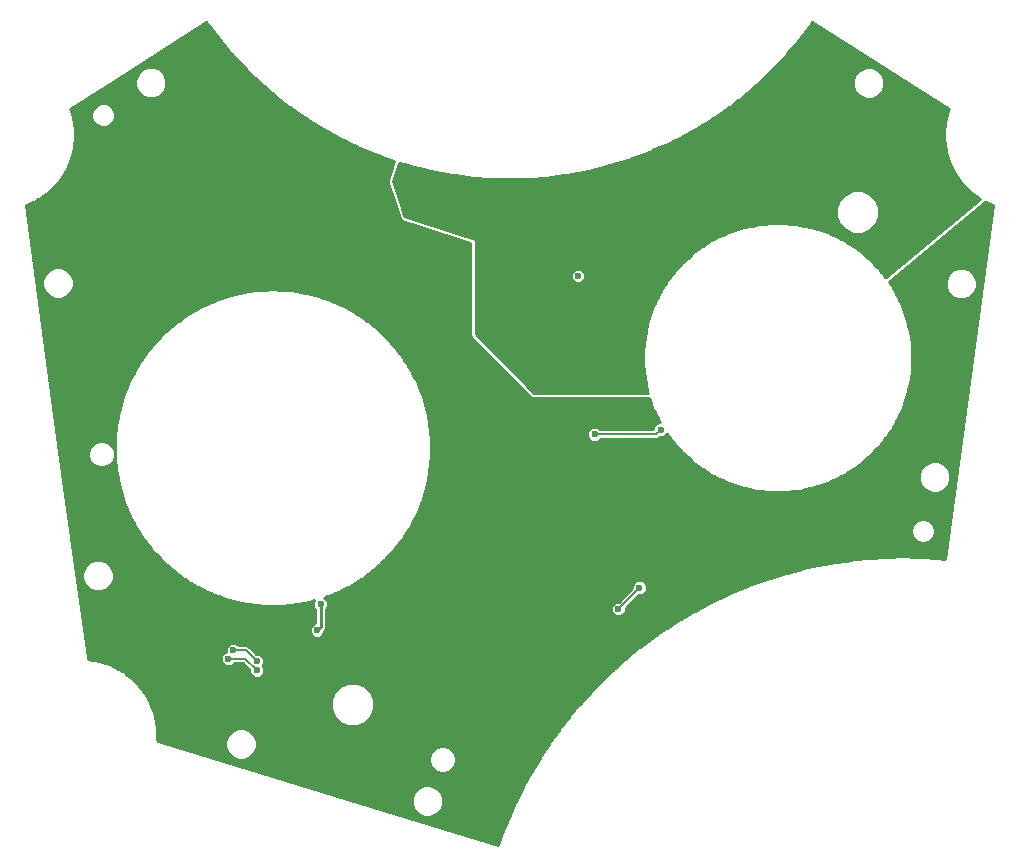
<source format=gbl>
G04 #@! TF.GenerationSoftware,KiCad,Pcbnew,5.0.2+dfsg1-1*
G04 #@! TF.CreationDate,2021-09-10T13:16:56+02:00*
G04 #@! TF.ProjectId,edgedriver,65646765-6472-4697-9665-722e6b696361,rev?*
G04 #@! TF.SameCoordinates,Original*
G04 #@! TF.FileFunction,Copper,L2,Bot*
G04 #@! TF.FilePolarity,Positive*
%FSLAX46Y46*%
G04 Gerber Fmt 4.6, Leading zero omitted, Abs format (unit mm)*
G04 Created by KiCad (PCBNEW 5.0.2+dfsg1-1) date Fri 10 Sep 2021 01:16:56 PM CEST*
%MOMM*%
%LPD*%
G01*
G04 APERTURE LIST*
G04 #@! TA.AperFunction,ComponentPad*
%ADD10C,6.000000*%
G04 #@! TD*
G04 #@! TA.AperFunction,ViaPad*
%ADD11C,0.600000*%
G04 #@! TD*
G04 #@! TA.AperFunction,ViaPad*
%ADD12C,0.450000*%
G04 #@! TD*
G04 #@! TA.AperFunction,Conductor*
%ADD13C,0.250000*%
G04 #@! TD*
G04 #@! TA.AperFunction,Conductor*
%ADD14C,0.150000*%
G04 #@! TD*
G04 #@! TA.AperFunction,Conductor*
%ADD15C,0.750000*%
G04 #@! TD*
G04 #@! TA.AperFunction,Conductor*
%ADD16C,0.254000*%
G04 #@! TD*
G04 APERTURE END LIST*
D10*
G04 #@! TO.P,J1,2*
G04 #@! TO.N,GND*
X-2457196Y-2527907D03*
G04 #@! TO.P,J1,1*
G04 #@! TO.N,24V*
X2527907Y2457196D03*
G04 #@! TD*
D11*
G04 #@! TO.N,GND*
X-20200000Y-23075000D03*
X-16800000Y-19800000D03*
X-16900000Y-21404500D03*
X-22900000Y-25800000D03*
X-8900000Y-19300000D03*
X200000Y-18500000D03*
X5800000Y8000000D03*
X15200000Y-16800000D03*
X11200000Y-17200000D03*
X8600000Y-19400000D03*
X3200000Y-4800000D03*
X7900000Y-4700000D03*
X12000000Y-4200000D03*
X11800000Y-6200000D03*
X6400000Y-6000000D03*
X2400000Y-8200000D03*
X-31000000Y-19000000D03*
X-20400000Y-24400000D03*
X-28800000Y-19400000D03*
X-29800000Y-24000000D03*
X7400000Y-3100000D03*
X-24441875Y-23007066D03*
X-5600000Y500000D03*
X-3900000Y1300000D03*
X-2300000Y1400000D03*
X1500000Y-2800000D03*
X900000Y-4100000D03*
X-3400000Y-6200000D03*
X-5400000Y-5200000D03*
X-3500000Y2800000D03*
X-4200000Y4000000D03*
X-10500000Y-32700000D03*
X-10300000Y-34400000D03*
X-11700000Y-35200000D03*
X-13500000Y-35000000D03*
X-13800000Y-33700000D03*
X-14100000Y-32000000D03*
X-15200000Y-33200000D03*
X-16400000Y-34200000D03*
X-18000000Y-33600000D03*
X-18600000Y-32200000D03*
X-17700000Y-30800000D03*
X-16700000Y-29700000D03*
X-15700000Y-28700000D03*
X-11400000Y-29700000D03*
G04 #@! TO.N,3V3*
X-16300000Y-22000000D03*
X-16000000Y-19800000D03*
G04 #@! TO.N,ESPEN*
X7200000Y-5400000D03*
X12800000Y-5000000D03*
G04 #@! TO.N,Net-(J3-Pad1)*
X-21400000Y-24600000D03*
X-23400000Y-23674990D03*
G04 #@! TO.N,Net-(J3-Pad2)*
X-21400000Y-25400000D03*
X-23799978Y-24400022D03*
G04 #@! TO.N,ESPRST*
X11000000Y-18400000D03*
X9200000Y-20200000D03*
D12*
G04 #@! TO.N,24V*
X-8000000Y15000000D03*
D11*
X27400000Y15600000D03*
X27200000Y17000000D03*
X26900000Y18200000D03*
X26700000Y19400000D03*
X27800000Y20100000D03*
X29100000Y20200000D03*
X29800000Y19100000D03*
X30100000Y17900000D03*
X30300000Y16700000D03*
X31200000Y17700000D03*
X32100000Y18600000D03*
X33200000Y19200000D03*
X34300000Y18600000D03*
X34400000Y17200000D03*
X33800000Y16200000D03*
X33000000Y15300000D03*
X32200000Y14500000D03*
G04 #@! TD*
D13*
G04 #@! TO.N,GND*
X-20200000Y-23075000D02*
X-16925000Y-19800000D01*
X-16925000Y-19800000D02*
X-16800000Y-19800000D01*
X-16800000Y-19800000D02*
X-16800000Y-21304500D01*
X-16800000Y-21304500D02*
X-16900000Y-21404500D01*
X15200000Y-16800000D02*
X11786826Y-16800000D01*
X11786826Y-16800000D02*
X11393413Y-17193413D01*
X-31000000Y-19000000D02*
X-31000000Y-14700000D01*
X-33500000Y-6200000D02*
X-33600000Y-6100000D01*
X-33500000Y-7718140D02*
X-33411014Y-7629154D01*
X-33411014Y-7629154D02*
X-33411014Y-6549152D01*
X-33500000Y-6460166D02*
X-33500000Y-6200000D01*
X-33500000Y-12200000D02*
X-33500000Y-7718140D01*
X-31000000Y-14700000D02*
X-33500000Y-12200000D01*
X-33411014Y-6549152D02*
X-33500000Y-6460166D01*
X-5600000Y500000D02*
X-4700000Y500000D01*
X-4700000Y500000D02*
X-3900000Y1300000D01*
X-2300000Y1400000D02*
X1500000Y-2400000D01*
X1500000Y-2400000D02*
X1500000Y-2800000D01*
X900000Y-4100000D02*
X-1200000Y-6200000D01*
X-1200000Y-6200000D02*
X-3400000Y-6200000D01*
X-2727907Y-2527907D02*
X-2457196Y-2527907D01*
X-5400000Y-5200000D02*
X-2727907Y-2527907D01*
X-3500000Y3300000D02*
X-4200000Y4000000D01*
X-3500000Y2800000D02*
X-3500000Y3300000D01*
X-10500000Y-32700000D02*
X-10500000Y-34200000D01*
X-10500000Y-34200000D02*
X-10300000Y-34400000D01*
X-11700000Y-35200000D02*
X-13300000Y-35200000D01*
X-13300000Y-35200000D02*
X-13500000Y-35000000D01*
X-13800000Y-33700000D02*
X-13800000Y-32300000D01*
X-13800000Y-32300000D02*
X-14100000Y-32000000D01*
X-15200000Y-33200000D02*
X-15400000Y-33200000D01*
X-15400000Y-33200000D02*
X-16400000Y-34200000D01*
X-18000000Y-33600000D02*
X-18000000Y-32800000D01*
X-18000000Y-32800000D02*
X-18600000Y-32200000D01*
X-17700000Y-30800000D02*
X-17700000Y-30700000D01*
X-17700000Y-30700000D02*
X-16700000Y-29700000D01*
X-15700000Y-30400000D02*
X-14100000Y-32000000D01*
X-15700000Y-28700000D02*
X-15700000Y-30400000D01*
X-14100000Y-32000000D02*
X-11800000Y-29700000D01*
X-11800000Y-29700000D02*
X-11400000Y-29700000D01*
G04 #@! TO.N,3V3*
X-16000000Y-21700000D02*
X-16000000Y-20224264D01*
X-16000000Y-20224264D02*
X-16000000Y-19800000D01*
X-16300000Y-22000000D02*
X-16000000Y-21700000D01*
D14*
G04 #@! TO.N,ESPEN*
X12400000Y-5400000D02*
X12800000Y-5000000D01*
X7200000Y-5400000D02*
X12400000Y-5400000D01*
G04 #@! TO.N,Net-(J3-Pad1)*
X-22325010Y-23674990D02*
X-22975736Y-23674990D01*
X-22975736Y-23674990D02*
X-23400000Y-23674990D01*
X-21400000Y-24600000D02*
X-22325010Y-23674990D01*
G04 #@! TO.N,Net-(J3-Pad2)*
X-23375714Y-24400022D02*
X-23799978Y-24400022D01*
X-22399978Y-24400022D02*
X-23375714Y-24400022D01*
X-21400000Y-25400000D02*
X-22399978Y-24400022D01*
G04 #@! TO.N,ESPRST*
X11000000Y-18400000D02*
X9200000Y-20200000D01*
D15*
G04 #@! TO.N,24V*
X27400000Y15600000D02*
X27400000Y16800000D01*
X27400000Y16800000D02*
X27200000Y17000000D01*
X26900000Y18200000D02*
X26900000Y19200000D01*
X26900000Y19200000D02*
X26700000Y19400000D01*
X27800000Y20100000D02*
X29000000Y20100000D01*
X29000000Y20100000D02*
X29100000Y20200000D01*
X29800000Y19100000D02*
X29800000Y18200000D01*
X29800000Y18200000D02*
X30100000Y17900000D01*
X30300000Y16700000D02*
X30300000Y16800000D01*
X30300000Y16800000D02*
X31200000Y17700000D01*
X32100000Y18600000D02*
X32600000Y18600000D01*
X32600000Y18600000D02*
X33200000Y19200000D01*
X34300000Y18600000D02*
X34300000Y17300000D01*
X34300000Y17300000D02*
X34400000Y17200000D01*
X33800000Y16200000D02*
X33800000Y16100000D01*
X33800000Y16100000D02*
X33000000Y15300000D01*
G04 #@! TD*
D16*
G04 #@! TO.N,24V*
G36*
X37182029Y22150822D02*
X37175189Y22132645D01*
X37174779Y22130161D01*
X37174118Y22128334D01*
X37172841Y22126161D01*
X37160781Y22091498D01*
X37148308Y22057045D01*
X37147929Y22054557D01*
X37147300Y22052747D01*
X37146055Y22050566D01*
X37134446Y22015802D01*
X37122386Y21981137D01*
X37122039Y21978647D01*
X37121445Y21976869D01*
X37120226Y21974669D01*
X37109042Y21939726D01*
X37097429Y21904949D01*
X37097113Y21902456D01*
X37096548Y21900688D01*
X37095357Y21898475D01*
X37084624Y21863433D01*
X37073436Y21828478D01*
X37073151Y21825977D01*
X37072616Y21824230D01*
X37071454Y21822004D01*
X37061153Y21786806D01*
X37050410Y21751732D01*
X37050157Y21749233D01*
X37049651Y21747503D01*
X37048517Y21745263D01*
X37038656Y21709934D01*
X37028353Y21674729D01*
X37028131Y21672228D01*
X37027652Y21670509D01*
X37026545Y21668253D01*
X37017127Y21632802D01*
X37007267Y21597477D01*
X37007077Y21594974D01*
X37006621Y21593257D01*
X37005543Y21590989D01*
X36996576Y21555450D01*
X36987152Y21519977D01*
X36986993Y21517467D01*
X36986564Y21515767D01*
X36985516Y21513488D01*
X36976981Y21477787D01*
X36968013Y21442242D01*
X36967886Y21439740D01*
X36967479Y21438037D01*
X36966457Y21435740D01*
X36958375Y21399957D01*
X36949849Y21364292D01*
X36949753Y21361781D01*
X36949368Y21360079D01*
X36948378Y21357775D01*
X36940743Y21321889D01*
X36932663Y21286115D01*
X36932598Y21283609D01*
X36932236Y21281905D01*
X36931274Y21279588D01*
X36924098Y21243654D01*
X36916457Y21207743D01*
X36916424Y21205230D01*
X36916083Y21203526D01*
X36915150Y21201196D01*
X36908418Y21165145D01*
X36901233Y21129168D01*
X36901231Y21126657D01*
X36900911Y21124943D01*
X36900008Y21122604D01*
X36893727Y21086469D01*
X36886993Y21050408D01*
X36887022Y21047900D01*
X36886723Y21046176D01*
X36885848Y21043823D01*
X36880021Y21007624D01*
X36873737Y20971471D01*
X36873798Y20968960D01*
X36873519Y20967227D01*
X36872674Y20964864D01*
X36867297Y20928571D01*
X36861469Y20892364D01*
X36861561Y20889857D01*
X36861302Y20888105D01*
X36860485Y20885728D01*
X36855565Y20849389D01*
X36850189Y20813100D01*
X36850313Y20810589D01*
X36850073Y20808818D01*
X36849286Y20806430D01*
X36844819Y20770011D01*
X36839901Y20733680D01*
X36840056Y20731173D01*
X36839836Y20729380D01*
X36839081Y20726988D01*
X36835073Y20690545D01*
X36830606Y20654119D01*
X36830792Y20651615D01*
X36830593Y20649803D01*
X36829866Y20647396D01*
X36826314Y20610894D01*
X36822305Y20574435D01*
X36822523Y20571930D01*
X36822343Y20570084D01*
X36821647Y20567669D01*
X36818554Y20531134D01*
X36815001Y20494622D01*
X36815250Y20492120D01*
X36815092Y20490248D01*
X36814425Y20487822D01*
X36811788Y20451226D01*
X36808695Y20414696D01*
X36808976Y20412198D01*
X36808838Y20410291D01*
X36808202Y20407858D01*
X36806025Y20371254D01*
X36803389Y20334669D01*
X36803701Y20332172D01*
X36803585Y20330227D01*
X36802979Y20327782D01*
X36801262Y20291162D01*
X36799085Y20254546D01*
X36799429Y20252049D01*
X36799336Y20250066D01*
X36798761Y20247617D01*
X36797503Y20210964D01*
X36795786Y20174331D01*
X36796161Y20171844D01*
X36796091Y20169825D01*
X36795546Y20167364D01*
X36794748Y20130690D01*
X36793491Y20094050D01*
X36793897Y20091564D01*
X36793852Y20089492D01*
X36793338Y20087025D01*
X36793002Y20050376D01*
X36792204Y20013701D01*
X36792642Y20011217D01*
X36792590Y20005478D01*
X36791520Y19999425D01*
X36792230Y19966342D01*
X36791927Y19933288D01*
X36793070Y19927254D01*
X36796952Y19746474D01*
X36795865Y19738438D01*
X36797791Y19707390D01*
X36798459Y19676272D01*
X36800212Y19668350D01*
X36811427Y19487543D01*
X36810668Y19479493D01*
X36813847Y19448525D01*
X36815776Y19417433D01*
X36817843Y19409610D01*
X36836192Y19230892D01*
X36835758Y19222839D01*
X36840187Y19191981D01*
X36843369Y19160986D01*
X36845741Y19153282D01*
X36871073Y18976775D01*
X36870963Y18968738D01*
X36876631Y18938048D01*
X36881061Y18907183D01*
X36883731Y18899609D01*
X36915898Y18725443D01*
X36916108Y18717440D01*
X36923002Y18686979D01*
X36928672Y18656280D01*
X36931633Y18648846D01*
X36970492Y18477149D01*
X36971018Y18469193D01*
X36979122Y18439016D01*
X36986023Y18408526D01*
X36989268Y18401239D01*
X37034679Y18232147D01*
X37035517Y18224248D01*
X37044820Y18194387D01*
X37052936Y18164167D01*
X37056455Y18157042D01*
X37108282Y17990687D01*
X37109428Y17982849D01*
X37119921Y17953328D01*
X37129229Y17923452D01*
X37133011Y17916502D01*
X37191127Y17753001D01*
X37192575Y17745246D01*
X37204227Y17716147D01*
X37214722Y17686622D01*
X37218762Y17679849D01*
X37283035Y17519342D01*
X37284781Y17511672D01*
X37297574Y17483034D01*
X37309232Y17453922D01*
X37313524Y17447331D01*
X37383833Y17289945D01*
X37385871Y17282374D01*
X37399778Y17254252D01*
X37412584Y17225587D01*
X37417120Y17219185D01*
X37493340Y17065064D01*
X37495667Y17057592D01*
X37510679Y17030002D01*
X37524597Y17001859D01*
X37529366Y16995658D01*
X37611384Y16844922D01*
X37613995Y16837563D01*
X37630072Y16810577D01*
X37645090Y16782976D01*
X37650090Y16776975D01*
X37737789Y16629768D01*
X37740681Y16622523D01*
X37757805Y16596168D01*
X37773889Y16569171D01*
X37779112Y16563378D01*
X37872381Y16419834D01*
X37875550Y16412715D01*
X37893690Y16387040D01*
X37910816Y16360683D01*
X37916255Y16355103D01*
X38014986Y16215362D01*
X38018429Y16208370D01*
X38037556Y16183416D01*
X38055692Y16157747D01*
X38061342Y16152384D01*
X38165433Y16016583D01*
X38169145Y16009731D01*
X38189224Y15985544D01*
X38208345Y15960598D01*
X38214201Y15955457D01*
X38323543Y15823745D01*
X38327524Y15817034D01*
X38348532Y15793644D01*
X38368598Y15769472D01*
X38374653Y15764560D01*
X38489152Y15637075D01*
X38493394Y15630520D01*
X38515278Y15607985D01*
X38536275Y15584607D01*
X38542528Y15579926D01*
X38662077Y15456822D01*
X38666584Y15450421D01*
X38689332Y15428757D01*
X38711200Y15406239D01*
X38717641Y15401798D01*
X38842153Y15283219D01*
X38846917Y15276986D01*
X38870480Y15256242D01*
X38893201Y15234604D01*
X38899825Y15230408D01*
X39029204Y15116508D01*
X39034223Y15110450D01*
X39058567Y15090659D01*
X39082099Y15069942D01*
X39088900Y15065998D01*
X39223059Y14956928D01*
X39228327Y14951056D01*
X39253398Y14932263D01*
X39277718Y14912491D01*
X39284695Y14908803D01*
X39423536Y14804729D01*
X39429052Y14799048D01*
X39454835Y14781267D01*
X39479882Y14762492D01*
X39487019Y14759072D01*
X39630464Y14660147D01*
X39636219Y14654672D01*
X39662654Y14637947D01*
X39688410Y14620185D01*
X39695704Y14617037D01*
X39835745Y14528437D01*
X31856797Y7879314D01*
X31856193Y7880163D01*
X31851848Y7888724D01*
X31833527Y7912038D01*
X31816356Y7936184D01*
X31809378Y7942767D01*
X31519384Y8311787D01*
X31514646Y8320110D01*
X31495214Y8342543D01*
X31476895Y8365854D01*
X31469629Y8372079D01*
X31162658Y8726457D01*
X31157537Y8734531D01*
X31137053Y8756016D01*
X31117627Y8778442D01*
X31110082Y8784305D01*
X30786728Y9123461D01*
X30781229Y9131280D01*
X30759737Y9151771D01*
X30739264Y9173244D01*
X30731452Y9178738D01*
X30392296Y9502091D01*
X30386427Y9509643D01*
X30363981Y9529086D01*
X30342515Y9549552D01*
X30334448Y9554668D01*
X29980070Y9861639D01*
X29973839Y9868911D01*
X29950507Y9887246D01*
X29928094Y9906661D01*
X29919778Y9911395D01*
X29550758Y10201388D01*
X29544169Y10208372D01*
X29520000Y10225559D01*
X29496708Y10243863D01*
X29488156Y10248204D01*
X29105059Y10520631D01*
X29098123Y10527309D01*
X29073195Y10543290D01*
X29049067Y10560448D01*
X29040283Y10564390D01*
X28643689Y10818642D01*
X28636407Y10825006D01*
X28610762Y10839752D01*
X28585879Y10855704D01*
X28576882Y10859232D01*
X28167344Y11094715D01*
X28159731Y11100742D01*
X28133463Y11114196D01*
X28107859Y11128918D01*
X28098652Y11132025D01*
X27676752Y11348112D01*
X27668808Y11353795D01*
X27641944Y11365940D01*
X27615719Y11379372D01*
X27606329Y11382042D01*
X27172608Y11578126D01*
X27164353Y11583440D01*
X27136992Y11594228D01*
X27110180Y11606350D01*
X27100613Y11608572D01*
X26655645Y11784021D01*
X26647089Y11788950D01*
X26619281Y11798359D01*
X26591960Y11809132D01*
X26582240Y11810893D01*
X26126583Y11965074D01*
X26117742Y11969599D01*
X26089554Y11977604D01*
X26061791Y11986998D01*
X26051941Y11988285D01*
X25586153Y12120559D01*
X25577045Y12124661D01*
X25548536Y12131241D01*
X25520404Y12139230D01*
X25510451Y12140031D01*
X25035085Y12249750D01*
X25025741Y12253407D01*
X24997000Y12258540D01*
X24968539Y12265109D01*
X24958505Y12265415D01*
X24474134Y12351921D01*
X24464573Y12355119D01*
X24435644Y12358795D01*
X24406944Y12363921D01*
X24396867Y12363723D01*
X23904043Y12426352D01*
X23894300Y12429072D01*
X23865258Y12431281D01*
X23836369Y12434952D01*
X23826279Y12434245D01*
X23325572Y12472326D01*
X23315683Y12474554D01*
X23286594Y12475290D01*
X23257574Y12477497D01*
X23247509Y12476279D01*
X22739503Y12489131D01*
X22729518Y12490856D01*
X22700422Y12490120D01*
X22671326Y12490856D01*
X22661341Y12489131D01*
X22153335Y12476279D01*
X22143270Y12477497D01*
X22114250Y12475290D01*
X22085161Y12474554D01*
X22075272Y12472326D01*
X21574564Y12434245D01*
X21564474Y12434952D01*
X21535583Y12431281D01*
X21506544Y12429072D01*
X21496802Y12426352D01*
X21003976Y12363723D01*
X20993899Y12363921D01*
X20965199Y12358795D01*
X20936270Y12355119D01*
X20926709Y12351921D01*
X20442339Y12265415D01*
X20432303Y12265109D01*
X20403836Y12258539D01*
X20375103Y12253407D01*
X20365761Y12249751D01*
X19890393Y12140031D01*
X19880439Y12139230D01*
X19852303Y12131240D01*
X19823799Y12124661D01*
X19814692Y12120559D01*
X19348903Y11988285D01*
X19339052Y11986998D01*
X19311284Y11977602D01*
X19283102Y11969599D01*
X19274263Y11965075D01*
X18818604Y11810893D01*
X18808883Y11809132D01*
X18781556Y11798357D01*
X18753755Y11788950D01*
X18745201Y11784022D01*
X18300231Y11608572D01*
X18290664Y11606350D01*
X18263852Y11594228D01*
X18236491Y11583440D01*
X18228236Y11578126D01*
X17794518Y11382043D01*
X17785123Y11379372D01*
X17758884Y11365933D01*
X17732036Y11353795D01*
X17724097Y11348116D01*
X17302193Y11132026D01*
X17292984Y11128918D01*
X17267373Y11114192D01*
X17241113Y11100742D01*
X17233503Y11094717D01*
X16823963Y10859233D01*
X16814964Y10855704D01*
X16790073Y10839747D01*
X16764437Y10825006D01*
X16757157Y10818645D01*
X16360563Y10564391D01*
X16351776Y10560448D01*
X16327640Y10543284D01*
X16302721Y10527309D01*
X16295787Y10520633D01*
X15912695Y10248208D01*
X15904135Y10243863D01*
X15880822Y10225542D01*
X15856675Y10208371D01*
X15850092Y10201393D01*
X15481072Y9911399D01*
X15472749Y9906661D01*
X15450316Y9887229D01*
X15427005Y9868910D01*
X15420780Y9861644D01*
X15066402Y9554673D01*
X15058328Y9549552D01*
X15036843Y9529068D01*
X15014417Y9509642D01*
X15008554Y9502097D01*
X14669398Y9178743D01*
X14661579Y9173244D01*
X14641088Y9151752D01*
X14619615Y9131279D01*
X14614121Y9123467D01*
X14290768Y8784311D01*
X14283216Y8778442D01*
X14263773Y8755996D01*
X14243307Y8734530D01*
X14238191Y8726463D01*
X13931220Y8372085D01*
X13923948Y8365854D01*
X13905613Y8342522D01*
X13886198Y8320109D01*
X13881464Y8311793D01*
X13591471Y7942773D01*
X13584487Y7936184D01*
X13567301Y7912016D01*
X13548996Y7888723D01*
X13544654Y7880170D01*
X13272230Y7497076D01*
X13265550Y7490137D01*
X13249563Y7465199D01*
X13232411Y7441080D01*
X13228471Y7432300D01*
X12974215Y7035702D01*
X12967853Y7028422D01*
X12953112Y7002786D01*
X12937155Y6977895D01*
X12933626Y6968896D01*
X12698144Y6559359D01*
X12692117Y6551746D01*
X12678663Y6525478D01*
X12663941Y6499874D01*
X12660834Y6490667D01*
X12444747Y6068767D01*
X12439064Y6060823D01*
X12426919Y6033959D01*
X12413487Y6007734D01*
X12410817Y5998344D01*
X12214733Y5564623D01*
X12209419Y5556368D01*
X12198631Y5529007D01*
X12186509Y5502195D01*
X12184287Y5492628D01*
X12008838Y5047660D01*
X12003909Y5039104D01*
X11994500Y5011296D01*
X11983727Y4983975D01*
X11981966Y4974255D01*
X11827785Y4518598D01*
X11823260Y4509757D01*
X11815255Y4481569D01*
X11805861Y4453806D01*
X11804574Y4443956D01*
X11672300Y3978168D01*
X11668198Y3969060D01*
X11661618Y3940551D01*
X11653629Y3912419D01*
X11652828Y3902466D01*
X11543109Y3427100D01*
X11539452Y3417756D01*
X11534319Y3389015D01*
X11527750Y3360554D01*
X11527444Y3350520D01*
X11440938Y2866149D01*
X11437740Y2856588D01*
X11434064Y2827659D01*
X11428938Y2798959D01*
X11429136Y2788882D01*
X11366507Y2296057D01*
X11363787Y2286314D01*
X11361578Y2257272D01*
X11357907Y2228383D01*
X11358614Y2218293D01*
X11320533Y1717587D01*
X11318305Y1707698D01*
X11317569Y1678609D01*
X11315362Y1649589D01*
X11316580Y1639524D01*
X11303728Y1131518D01*
X11302003Y1121533D01*
X11302739Y1092437D01*
X11302003Y1063341D01*
X11303728Y1053356D01*
X11316580Y545350D01*
X11315362Y535284D01*
X11317569Y506264D01*
X11318305Y477176D01*
X11320533Y467287D01*
X11358615Y-33422D01*
X11357908Y-43510D01*
X11361579Y-72397D01*
X11363788Y-101442D01*
X11366508Y-111186D01*
X11429137Y-604007D01*
X11428939Y-614084D01*
X11434064Y-642783D01*
X11437741Y-671714D01*
X11440939Y-681275D01*
X11527444Y-1165650D01*
X11527750Y-1175681D01*
X11534316Y-1204129D01*
X11539451Y-1232881D01*
X11543110Y-1242229D01*
X11652828Y-1717590D01*
X11653630Y-1727545D01*
X11661621Y-1755686D01*
X11668200Y-1784188D01*
X11672301Y-1793294D01*
X11694936Y-1873000D01*
X2052606Y-1873000D01*
X-2873000Y3052606D01*
X-2873000Y8124718D01*
X5173000Y8124718D01*
X5173000Y7875282D01*
X5268455Y7644833D01*
X5444833Y7468455D01*
X5675282Y7373000D01*
X5924718Y7373000D01*
X6155167Y7468455D01*
X6331545Y7644833D01*
X6427000Y7875282D01*
X6427000Y8124718D01*
X6331545Y8355167D01*
X6155167Y8531545D01*
X5924718Y8627000D01*
X5675282Y8627000D01*
X5444833Y8531545D01*
X5268455Y8355167D01*
X5173000Y8124718D01*
X-2873000Y8124718D01*
X-2873000Y11000000D01*
X-2882667Y11048601D01*
X-2910197Y11089803D01*
X-2959839Y11120483D01*
X-8899598Y13100403D01*
X-9127597Y13784401D01*
X27654693Y13784401D01*
X27654693Y13057575D01*
X27932837Y12386076D01*
X28446781Y11872132D01*
X29118280Y11593988D01*
X29845106Y11593988D01*
X30516605Y11872132D01*
X31030549Y12386076D01*
X31308693Y13057575D01*
X31308693Y13784401D01*
X31030549Y14455900D01*
X30516605Y14969844D01*
X29845106Y15247988D01*
X29118280Y15247988D01*
X28446781Y14969844D01*
X27932837Y14455900D01*
X27654693Y13784401D01*
X-9127597Y13784401D01*
X-9866130Y16000000D01*
X-9331556Y17603721D01*
X-8545329Y17369502D01*
X-8539895Y17366839D01*
X-8507850Y17358337D01*
X-8476058Y17348866D01*
X-8470030Y17348303D01*
X-7629354Y17125258D01*
X-7623828Y17122754D01*
X-7591528Y17115222D01*
X-7559498Y17106724D01*
X-7553448Y17106342D01*
X-6704801Y16908449D01*
X-6699192Y16906110D01*
X-6666700Y16899565D01*
X-6634431Y16892040D01*
X-6628359Y16891841D01*
X-5772255Y16719384D01*
X-5766566Y16717212D01*
X-5733911Y16711660D01*
X-5701435Y16705118D01*
X-5695345Y16705103D01*
X-4832299Y16558370D01*
X-4826534Y16556368D01*
X-4793741Y16551815D01*
X-4761092Y16546264D01*
X-4754990Y16546435D01*
X-3885515Y16425714D01*
X-3879676Y16423883D01*
X-3846760Y16420333D01*
X-3813984Y16415782D01*
X-3807878Y16416139D01*
X-2932478Y16321719D01*
X-2926574Y16320065D01*
X-2893591Y16317525D01*
X-2860695Y16313977D01*
X-2854586Y16314522D01*
X-1973779Y16246694D01*
X-1967812Y16245218D01*
X-1934780Y16243691D01*
X-1901806Y16241152D01*
X-1895702Y16241885D01*
X-1009998Y16200945D01*
X-1003974Y16199650D01*
X-970921Y16199139D01*
X-937903Y16197613D01*
X-931811Y16198535D01*
X-41460Y16184775D01*
X-35124Y16183624D01*
X-2326Y16184170D01*
X30432Y16183664D01*
X36759Y16184821D01*
X926629Y16199642D01*
X932719Y16198728D01*
X965741Y16200294D01*
X998794Y16200844D01*
X1004813Y16202146D01*
X1890006Y16244111D01*
X1896103Y16243386D01*
X1929048Y16245962D01*
X1962109Y16247529D01*
X1968077Y16249013D01*
X2848336Y16317832D01*
X2854442Y16317295D01*
X2887330Y16320881D01*
X2920321Y16323460D01*
X2926223Y16325121D01*
X3801048Y16420502D01*
X3807155Y16420152D01*
X3839951Y16424744D01*
X3872845Y16428330D01*
X3878676Y16430165D01*
X4747564Y16551815D01*
X4753662Y16551651D01*
X4786299Y16557238D01*
X4819100Y16561830D01*
X4824862Y16563839D01*
X5687288Y16711465D01*
X5693380Y16711487D01*
X5725876Y16718071D01*
X5758505Y16723656D01*
X5764185Y16725832D01*
X6619658Y16899152D01*
X6625727Y16899357D01*
X6657992Y16906918D01*
X6690479Y16913500D01*
X6696083Y16915844D01*
X7544071Y17114566D01*
X7550124Y17114954D01*
X7582187Y17123498D01*
X7614443Y17131057D01*
X7619957Y17133563D01*
X8459969Y17357405D01*
X8465991Y17357974D01*
X8497764Y17367476D01*
X8529815Y17376017D01*
X8535245Y17378685D01*
X9366757Y17627362D01*
X9372749Y17628111D01*
X9404226Y17638568D01*
X9436020Y17648076D01*
X9441359Y17650903D01*
X10263858Y17924133D01*
X10269818Y17925061D01*
X10300989Y17936468D01*
X10332477Y17946928D01*
X10337719Y17949909D01*
X11150700Y18247414D01*
X11156620Y18248519D01*
X11187430Y18260855D01*
X11218606Y18272264D01*
X11223751Y18275398D01*
X12026698Y18596899D01*
X12032577Y18598180D01*
X12063008Y18611438D01*
X12093833Y18623780D01*
X12098876Y18627064D01*
X12891279Y18972284D01*
X12897112Y18973739D01*
X12927133Y18987904D01*
X12957579Y19001168D01*
X12962518Y19004600D01*
X13743867Y19373264D01*
X13749644Y19374891D01*
X13779192Y19389932D01*
X13809267Y19404122D01*
X13814105Y19407703D01*
X14583867Y19799532D01*
X14589597Y19801332D01*
X14618704Y19817264D01*
X14648319Y19832339D01*
X14653044Y19836061D01*
X15410717Y20250787D01*
X15416393Y20252759D01*
X15445021Y20269563D01*
X15474156Y20285511D01*
X15478765Y20289371D01*
X16223838Y20726724D01*
X16229453Y20728866D01*
X16257554Y20746515D01*
X16286205Y20763333D01*
X16290700Y20767333D01*
X17022651Y21227039D01*
X17028199Y21229349D01*
X17055735Y21247818D01*
X17083885Y21265498D01*
X17088264Y21269636D01*
X17806567Y21751424D01*
X17812053Y21753903D01*
X17839037Y21773202D01*
X17866619Y21791702D01*
X17870873Y21795971D01*
X18575024Y22299580D01*
X18580438Y22302226D01*
X18606814Y22322316D01*
X18633830Y22341638D01*
X18637960Y22346040D01*
X19327431Y22871198D01*
X19332772Y22874011D01*
X19358534Y22894889D01*
X19384940Y22915002D01*
X19388940Y22919531D01*
X20063216Y23465976D01*
X20068479Y23468954D01*
X20093590Y23490592D01*
X20119372Y23511486D01*
X20123241Y23516142D01*
X20781798Y24083611D01*
X20786977Y24086752D01*
X20811412Y24109130D01*
X20836546Y24130787D01*
X20840280Y24135566D01*
X21356369Y24608196D01*
X29078220Y24608196D01*
X29078220Y24080282D01*
X29280244Y23592554D01*
X29653535Y23219263D01*
X30141263Y23017239D01*
X30669177Y23017239D01*
X31156905Y23219263D01*
X31530196Y23592554D01*
X31732220Y24080282D01*
X31732220Y24608196D01*
X31530196Y25095924D01*
X31156905Y25469215D01*
X30669177Y25671239D01*
X30141263Y25671239D01*
X29653535Y25469215D01*
X29280244Y25095924D01*
X29078220Y24608196D01*
X21356369Y24608196D01*
X21482597Y24723794D01*
X21487689Y24727097D01*
X21511427Y24750196D01*
X21535884Y24772594D01*
X21539479Y24777494D01*
X22165034Y25386223D01*
X22170033Y25389686D01*
X22193044Y25413480D01*
X22216808Y25436605D01*
X22220261Y25441624D01*
X22828526Y26070591D01*
X22833428Y26074212D01*
X22855691Y26098681D01*
X22878737Y26122511D01*
X22882044Y26127645D01*
X23472493Y26776589D01*
X23477295Y26780368D01*
X23498799Y26805501D01*
X23521092Y26830003D01*
X23524248Y26835246D01*
X24096355Y27503913D01*
X24101053Y27507848D01*
X24121779Y27533627D01*
X24143295Y27558775D01*
X24146296Y27564122D01*
X24699533Y28252254D01*
X24704120Y28256342D01*
X24724045Y28282743D01*
X24744765Y28308515D01*
X24747606Y28313962D01*
X25281449Y29021310D01*
X25285915Y29025544D01*
X25304994Y29052508D01*
X25324925Y29078917D01*
X25327607Y29084467D01*
X25641405Y29527955D01*
X37182029Y22150822D01*
X37182029Y22150822D01*
G37*
X37182029Y22150822D02*
X37175189Y22132645D01*
X37174779Y22130161D01*
X37174118Y22128334D01*
X37172841Y22126161D01*
X37160781Y22091498D01*
X37148308Y22057045D01*
X37147929Y22054557D01*
X37147300Y22052747D01*
X37146055Y22050566D01*
X37134446Y22015802D01*
X37122386Y21981137D01*
X37122039Y21978647D01*
X37121445Y21976869D01*
X37120226Y21974669D01*
X37109042Y21939726D01*
X37097429Y21904949D01*
X37097113Y21902456D01*
X37096548Y21900688D01*
X37095357Y21898475D01*
X37084624Y21863433D01*
X37073436Y21828478D01*
X37073151Y21825977D01*
X37072616Y21824230D01*
X37071454Y21822004D01*
X37061153Y21786806D01*
X37050410Y21751732D01*
X37050157Y21749233D01*
X37049651Y21747503D01*
X37048517Y21745263D01*
X37038656Y21709934D01*
X37028353Y21674729D01*
X37028131Y21672228D01*
X37027652Y21670509D01*
X37026545Y21668253D01*
X37017127Y21632802D01*
X37007267Y21597477D01*
X37007077Y21594974D01*
X37006621Y21593257D01*
X37005543Y21590989D01*
X36996576Y21555450D01*
X36987152Y21519977D01*
X36986993Y21517467D01*
X36986564Y21515767D01*
X36985516Y21513488D01*
X36976981Y21477787D01*
X36968013Y21442242D01*
X36967886Y21439740D01*
X36967479Y21438037D01*
X36966457Y21435740D01*
X36958375Y21399957D01*
X36949849Y21364292D01*
X36949753Y21361781D01*
X36949368Y21360079D01*
X36948378Y21357775D01*
X36940743Y21321889D01*
X36932663Y21286115D01*
X36932598Y21283609D01*
X36932236Y21281905D01*
X36931274Y21279588D01*
X36924098Y21243654D01*
X36916457Y21207743D01*
X36916424Y21205230D01*
X36916083Y21203526D01*
X36915150Y21201196D01*
X36908418Y21165145D01*
X36901233Y21129168D01*
X36901231Y21126657D01*
X36900911Y21124943D01*
X36900008Y21122604D01*
X36893727Y21086469D01*
X36886993Y21050408D01*
X36887022Y21047900D01*
X36886723Y21046176D01*
X36885848Y21043823D01*
X36880021Y21007624D01*
X36873737Y20971471D01*
X36873798Y20968960D01*
X36873519Y20967227D01*
X36872674Y20964864D01*
X36867297Y20928571D01*
X36861469Y20892364D01*
X36861561Y20889857D01*
X36861302Y20888105D01*
X36860485Y20885728D01*
X36855565Y20849389D01*
X36850189Y20813100D01*
X36850313Y20810589D01*
X36850073Y20808818D01*
X36849286Y20806430D01*
X36844819Y20770011D01*
X36839901Y20733680D01*
X36840056Y20731173D01*
X36839836Y20729380D01*
X36839081Y20726988D01*
X36835073Y20690545D01*
X36830606Y20654119D01*
X36830792Y20651615D01*
X36830593Y20649803D01*
X36829866Y20647396D01*
X36826314Y20610894D01*
X36822305Y20574435D01*
X36822523Y20571930D01*
X36822343Y20570084D01*
X36821647Y20567669D01*
X36818554Y20531134D01*
X36815001Y20494622D01*
X36815250Y20492120D01*
X36815092Y20490248D01*
X36814425Y20487822D01*
X36811788Y20451226D01*
X36808695Y20414696D01*
X36808976Y20412198D01*
X36808838Y20410291D01*
X36808202Y20407858D01*
X36806025Y20371254D01*
X36803389Y20334669D01*
X36803701Y20332172D01*
X36803585Y20330227D01*
X36802979Y20327782D01*
X36801262Y20291162D01*
X36799085Y20254546D01*
X36799429Y20252049D01*
X36799336Y20250066D01*
X36798761Y20247617D01*
X36797503Y20210964D01*
X36795786Y20174331D01*
X36796161Y20171844D01*
X36796091Y20169825D01*
X36795546Y20167364D01*
X36794748Y20130690D01*
X36793491Y20094050D01*
X36793897Y20091564D01*
X36793852Y20089492D01*
X36793338Y20087025D01*
X36793002Y20050376D01*
X36792204Y20013701D01*
X36792642Y20011217D01*
X36792590Y20005478D01*
X36791520Y19999425D01*
X36792230Y19966342D01*
X36791927Y19933288D01*
X36793070Y19927254D01*
X36796952Y19746474D01*
X36795865Y19738438D01*
X36797791Y19707390D01*
X36798459Y19676272D01*
X36800212Y19668350D01*
X36811427Y19487543D01*
X36810668Y19479493D01*
X36813847Y19448525D01*
X36815776Y19417433D01*
X36817843Y19409610D01*
X36836192Y19230892D01*
X36835758Y19222839D01*
X36840187Y19191981D01*
X36843369Y19160986D01*
X36845741Y19153282D01*
X36871073Y18976775D01*
X36870963Y18968738D01*
X36876631Y18938048D01*
X36881061Y18907183D01*
X36883731Y18899609D01*
X36915898Y18725443D01*
X36916108Y18717440D01*
X36923002Y18686979D01*
X36928672Y18656280D01*
X36931633Y18648846D01*
X36970492Y18477149D01*
X36971018Y18469193D01*
X36979122Y18439016D01*
X36986023Y18408526D01*
X36989268Y18401239D01*
X37034679Y18232147D01*
X37035517Y18224248D01*
X37044820Y18194387D01*
X37052936Y18164167D01*
X37056455Y18157042D01*
X37108282Y17990687D01*
X37109428Y17982849D01*
X37119921Y17953328D01*
X37129229Y17923452D01*
X37133011Y17916502D01*
X37191127Y17753001D01*
X37192575Y17745246D01*
X37204227Y17716147D01*
X37214722Y17686622D01*
X37218762Y17679849D01*
X37283035Y17519342D01*
X37284781Y17511672D01*
X37297574Y17483034D01*
X37309232Y17453922D01*
X37313524Y17447331D01*
X37383833Y17289945D01*
X37385871Y17282374D01*
X37399778Y17254252D01*
X37412584Y17225587D01*
X37417120Y17219185D01*
X37493340Y17065064D01*
X37495667Y17057592D01*
X37510679Y17030002D01*
X37524597Y17001859D01*
X37529366Y16995658D01*
X37611384Y16844922D01*
X37613995Y16837563D01*
X37630072Y16810577D01*
X37645090Y16782976D01*
X37650090Y16776975D01*
X37737789Y16629768D01*
X37740681Y16622523D01*
X37757805Y16596168D01*
X37773889Y16569171D01*
X37779112Y16563378D01*
X37872381Y16419834D01*
X37875550Y16412715D01*
X37893690Y16387040D01*
X37910816Y16360683D01*
X37916255Y16355103D01*
X38014986Y16215362D01*
X38018429Y16208370D01*
X38037556Y16183416D01*
X38055692Y16157747D01*
X38061342Y16152384D01*
X38165433Y16016583D01*
X38169145Y16009731D01*
X38189224Y15985544D01*
X38208345Y15960598D01*
X38214201Y15955457D01*
X38323543Y15823745D01*
X38327524Y15817034D01*
X38348532Y15793644D01*
X38368598Y15769472D01*
X38374653Y15764560D01*
X38489152Y15637075D01*
X38493394Y15630520D01*
X38515278Y15607985D01*
X38536275Y15584607D01*
X38542528Y15579926D01*
X38662077Y15456822D01*
X38666584Y15450421D01*
X38689332Y15428757D01*
X38711200Y15406239D01*
X38717641Y15401798D01*
X38842153Y15283219D01*
X38846917Y15276986D01*
X38870480Y15256242D01*
X38893201Y15234604D01*
X38899825Y15230408D01*
X39029204Y15116508D01*
X39034223Y15110450D01*
X39058567Y15090659D01*
X39082099Y15069942D01*
X39088900Y15065998D01*
X39223059Y14956928D01*
X39228327Y14951056D01*
X39253398Y14932263D01*
X39277718Y14912491D01*
X39284695Y14908803D01*
X39423536Y14804729D01*
X39429052Y14799048D01*
X39454835Y14781267D01*
X39479882Y14762492D01*
X39487019Y14759072D01*
X39630464Y14660147D01*
X39636219Y14654672D01*
X39662654Y14637947D01*
X39688410Y14620185D01*
X39695704Y14617037D01*
X39835745Y14528437D01*
X31856797Y7879314D01*
X31856193Y7880163D01*
X31851848Y7888724D01*
X31833527Y7912038D01*
X31816356Y7936184D01*
X31809378Y7942767D01*
X31519384Y8311787D01*
X31514646Y8320110D01*
X31495214Y8342543D01*
X31476895Y8365854D01*
X31469629Y8372079D01*
X31162658Y8726457D01*
X31157537Y8734531D01*
X31137053Y8756016D01*
X31117627Y8778442D01*
X31110082Y8784305D01*
X30786728Y9123461D01*
X30781229Y9131280D01*
X30759737Y9151771D01*
X30739264Y9173244D01*
X30731452Y9178738D01*
X30392296Y9502091D01*
X30386427Y9509643D01*
X30363981Y9529086D01*
X30342515Y9549552D01*
X30334448Y9554668D01*
X29980070Y9861639D01*
X29973839Y9868911D01*
X29950507Y9887246D01*
X29928094Y9906661D01*
X29919778Y9911395D01*
X29550758Y10201388D01*
X29544169Y10208372D01*
X29520000Y10225559D01*
X29496708Y10243863D01*
X29488156Y10248204D01*
X29105059Y10520631D01*
X29098123Y10527309D01*
X29073195Y10543290D01*
X29049067Y10560448D01*
X29040283Y10564390D01*
X28643689Y10818642D01*
X28636407Y10825006D01*
X28610762Y10839752D01*
X28585879Y10855704D01*
X28576882Y10859232D01*
X28167344Y11094715D01*
X28159731Y11100742D01*
X28133463Y11114196D01*
X28107859Y11128918D01*
X28098652Y11132025D01*
X27676752Y11348112D01*
X27668808Y11353795D01*
X27641944Y11365940D01*
X27615719Y11379372D01*
X27606329Y11382042D01*
X27172608Y11578126D01*
X27164353Y11583440D01*
X27136992Y11594228D01*
X27110180Y11606350D01*
X27100613Y11608572D01*
X26655645Y11784021D01*
X26647089Y11788950D01*
X26619281Y11798359D01*
X26591960Y11809132D01*
X26582240Y11810893D01*
X26126583Y11965074D01*
X26117742Y11969599D01*
X26089554Y11977604D01*
X26061791Y11986998D01*
X26051941Y11988285D01*
X25586153Y12120559D01*
X25577045Y12124661D01*
X25548536Y12131241D01*
X25520404Y12139230D01*
X25510451Y12140031D01*
X25035085Y12249750D01*
X25025741Y12253407D01*
X24997000Y12258540D01*
X24968539Y12265109D01*
X24958505Y12265415D01*
X24474134Y12351921D01*
X24464573Y12355119D01*
X24435644Y12358795D01*
X24406944Y12363921D01*
X24396867Y12363723D01*
X23904043Y12426352D01*
X23894300Y12429072D01*
X23865258Y12431281D01*
X23836369Y12434952D01*
X23826279Y12434245D01*
X23325572Y12472326D01*
X23315683Y12474554D01*
X23286594Y12475290D01*
X23257574Y12477497D01*
X23247509Y12476279D01*
X22739503Y12489131D01*
X22729518Y12490856D01*
X22700422Y12490120D01*
X22671326Y12490856D01*
X22661341Y12489131D01*
X22153335Y12476279D01*
X22143270Y12477497D01*
X22114250Y12475290D01*
X22085161Y12474554D01*
X22075272Y12472326D01*
X21574564Y12434245D01*
X21564474Y12434952D01*
X21535583Y12431281D01*
X21506544Y12429072D01*
X21496802Y12426352D01*
X21003976Y12363723D01*
X20993899Y12363921D01*
X20965199Y12358795D01*
X20936270Y12355119D01*
X20926709Y12351921D01*
X20442339Y12265415D01*
X20432303Y12265109D01*
X20403836Y12258539D01*
X20375103Y12253407D01*
X20365761Y12249751D01*
X19890393Y12140031D01*
X19880439Y12139230D01*
X19852303Y12131240D01*
X19823799Y12124661D01*
X19814692Y12120559D01*
X19348903Y11988285D01*
X19339052Y11986998D01*
X19311284Y11977602D01*
X19283102Y11969599D01*
X19274263Y11965075D01*
X18818604Y11810893D01*
X18808883Y11809132D01*
X18781556Y11798357D01*
X18753755Y11788950D01*
X18745201Y11784022D01*
X18300231Y11608572D01*
X18290664Y11606350D01*
X18263852Y11594228D01*
X18236491Y11583440D01*
X18228236Y11578126D01*
X17794518Y11382043D01*
X17785123Y11379372D01*
X17758884Y11365933D01*
X17732036Y11353795D01*
X17724097Y11348116D01*
X17302193Y11132026D01*
X17292984Y11128918D01*
X17267373Y11114192D01*
X17241113Y11100742D01*
X17233503Y11094717D01*
X16823963Y10859233D01*
X16814964Y10855704D01*
X16790073Y10839747D01*
X16764437Y10825006D01*
X16757157Y10818645D01*
X16360563Y10564391D01*
X16351776Y10560448D01*
X16327640Y10543284D01*
X16302721Y10527309D01*
X16295787Y10520633D01*
X15912695Y10248208D01*
X15904135Y10243863D01*
X15880822Y10225542D01*
X15856675Y10208371D01*
X15850092Y10201393D01*
X15481072Y9911399D01*
X15472749Y9906661D01*
X15450316Y9887229D01*
X15427005Y9868910D01*
X15420780Y9861644D01*
X15066402Y9554673D01*
X15058328Y9549552D01*
X15036843Y9529068D01*
X15014417Y9509642D01*
X15008554Y9502097D01*
X14669398Y9178743D01*
X14661579Y9173244D01*
X14641088Y9151752D01*
X14619615Y9131279D01*
X14614121Y9123467D01*
X14290768Y8784311D01*
X14283216Y8778442D01*
X14263773Y8755996D01*
X14243307Y8734530D01*
X14238191Y8726463D01*
X13931220Y8372085D01*
X13923948Y8365854D01*
X13905613Y8342522D01*
X13886198Y8320109D01*
X13881464Y8311793D01*
X13591471Y7942773D01*
X13584487Y7936184D01*
X13567301Y7912016D01*
X13548996Y7888723D01*
X13544654Y7880170D01*
X13272230Y7497076D01*
X13265550Y7490137D01*
X13249563Y7465199D01*
X13232411Y7441080D01*
X13228471Y7432300D01*
X12974215Y7035702D01*
X12967853Y7028422D01*
X12953112Y7002786D01*
X12937155Y6977895D01*
X12933626Y6968896D01*
X12698144Y6559359D01*
X12692117Y6551746D01*
X12678663Y6525478D01*
X12663941Y6499874D01*
X12660834Y6490667D01*
X12444747Y6068767D01*
X12439064Y6060823D01*
X12426919Y6033959D01*
X12413487Y6007734D01*
X12410817Y5998344D01*
X12214733Y5564623D01*
X12209419Y5556368D01*
X12198631Y5529007D01*
X12186509Y5502195D01*
X12184287Y5492628D01*
X12008838Y5047660D01*
X12003909Y5039104D01*
X11994500Y5011296D01*
X11983727Y4983975D01*
X11981966Y4974255D01*
X11827785Y4518598D01*
X11823260Y4509757D01*
X11815255Y4481569D01*
X11805861Y4453806D01*
X11804574Y4443956D01*
X11672300Y3978168D01*
X11668198Y3969060D01*
X11661618Y3940551D01*
X11653629Y3912419D01*
X11652828Y3902466D01*
X11543109Y3427100D01*
X11539452Y3417756D01*
X11534319Y3389015D01*
X11527750Y3360554D01*
X11527444Y3350520D01*
X11440938Y2866149D01*
X11437740Y2856588D01*
X11434064Y2827659D01*
X11428938Y2798959D01*
X11429136Y2788882D01*
X11366507Y2296057D01*
X11363787Y2286314D01*
X11361578Y2257272D01*
X11357907Y2228383D01*
X11358614Y2218293D01*
X11320533Y1717587D01*
X11318305Y1707698D01*
X11317569Y1678609D01*
X11315362Y1649589D01*
X11316580Y1639524D01*
X11303728Y1131518D01*
X11302003Y1121533D01*
X11302739Y1092437D01*
X11302003Y1063341D01*
X11303728Y1053356D01*
X11316580Y545350D01*
X11315362Y535284D01*
X11317569Y506264D01*
X11318305Y477176D01*
X11320533Y467287D01*
X11358615Y-33422D01*
X11357908Y-43510D01*
X11361579Y-72397D01*
X11363788Y-101442D01*
X11366508Y-111186D01*
X11429137Y-604007D01*
X11428939Y-614084D01*
X11434064Y-642783D01*
X11437741Y-671714D01*
X11440939Y-681275D01*
X11527444Y-1165650D01*
X11527750Y-1175681D01*
X11534316Y-1204129D01*
X11539451Y-1232881D01*
X11543110Y-1242229D01*
X11652828Y-1717590D01*
X11653630Y-1727545D01*
X11661621Y-1755686D01*
X11668200Y-1784188D01*
X11672301Y-1793294D01*
X11694936Y-1873000D01*
X2052606Y-1873000D01*
X-2873000Y3052606D01*
X-2873000Y8124718D01*
X5173000Y8124718D01*
X5173000Y7875282D01*
X5268455Y7644833D01*
X5444833Y7468455D01*
X5675282Y7373000D01*
X5924718Y7373000D01*
X6155167Y7468455D01*
X6331545Y7644833D01*
X6427000Y7875282D01*
X6427000Y8124718D01*
X6331545Y8355167D01*
X6155167Y8531545D01*
X5924718Y8627000D01*
X5675282Y8627000D01*
X5444833Y8531545D01*
X5268455Y8355167D01*
X5173000Y8124718D01*
X-2873000Y8124718D01*
X-2873000Y11000000D01*
X-2882667Y11048601D01*
X-2910197Y11089803D01*
X-2959839Y11120483D01*
X-8899598Y13100403D01*
X-9127597Y13784401D01*
X27654693Y13784401D01*
X27654693Y13057575D01*
X27932837Y12386076D01*
X28446781Y11872132D01*
X29118280Y11593988D01*
X29845106Y11593988D01*
X30516605Y11872132D01*
X31030549Y12386076D01*
X31308693Y13057575D01*
X31308693Y13784401D01*
X31030549Y14455900D01*
X30516605Y14969844D01*
X29845106Y15247988D01*
X29118280Y15247988D01*
X28446781Y14969844D01*
X27932837Y14455900D01*
X27654693Y13784401D01*
X-9127597Y13784401D01*
X-9866130Y16000000D01*
X-9331556Y17603721D01*
X-8545329Y17369502D01*
X-8539895Y17366839D01*
X-8507850Y17358337D01*
X-8476058Y17348866D01*
X-8470030Y17348303D01*
X-7629354Y17125258D01*
X-7623828Y17122754D01*
X-7591528Y17115222D01*
X-7559498Y17106724D01*
X-7553448Y17106342D01*
X-6704801Y16908449D01*
X-6699192Y16906110D01*
X-6666700Y16899565D01*
X-6634431Y16892040D01*
X-6628359Y16891841D01*
X-5772255Y16719384D01*
X-5766566Y16717212D01*
X-5733911Y16711660D01*
X-5701435Y16705118D01*
X-5695345Y16705103D01*
X-4832299Y16558370D01*
X-4826534Y16556368D01*
X-4793741Y16551815D01*
X-4761092Y16546264D01*
X-4754990Y16546435D01*
X-3885515Y16425714D01*
X-3879676Y16423883D01*
X-3846760Y16420333D01*
X-3813984Y16415782D01*
X-3807878Y16416139D01*
X-2932478Y16321719D01*
X-2926574Y16320065D01*
X-2893591Y16317525D01*
X-2860695Y16313977D01*
X-2854586Y16314522D01*
X-1973779Y16246694D01*
X-1967812Y16245218D01*
X-1934780Y16243691D01*
X-1901806Y16241152D01*
X-1895702Y16241885D01*
X-1009998Y16200945D01*
X-1003974Y16199650D01*
X-970921Y16199139D01*
X-937903Y16197613D01*
X-931811Y16198535D01*
X-41460Y16184775D01*
X-35124Y16183624D01*
X-2326Y16184170D01*
X30432Y16183664D01*
X36759Y16184821D01*
X926629Y16199642D01*
X932719Y16198728D01*
X965741Y16200294D01*
X998794Y16200844D01*
X1004813Y16202146D01*
X1890006Y16244111D01*
X1896103Y16243386D01*
X1929048Y16245962D01*
X1962109Y16247529D01*
X1968077Y16249013D01*
X2848336Y16317832D01*
X2854442Y16317295D01*
X2887330Y16320881D01*
X2920321Y16323460D01*
X2926223Y16325121D01*
X3801048Y16420502D01*
X3807155Y16420152D01*
X3839951Y16424744D01*
X3872845Y16428330D01*
X3878676Y16430165D01*
X4747564Y16551815D01*
X4753662Y16551651D01*
X4786299Y16557238D01*
X4819100Y16561830D01*
X4824862Y16563839D01*
X5687288Y16711465D01*
X5693380Y16711487D01*
X5725876Y16718071D01*
X5758505Y16723656D01*
X5764185Y16725832D01*
X6619658Y16899152D01*
X6625727Y16899357D01*
X6657992Y16906918D01*
X6690479Y16913500D01*
X6696083Y16915844D01*
X7544071Y17114566D01*
X7550124Y17114954D01*
X7582187Y17123498D01*
X7614443Y17131057D01*
X7619957Y17133563D01*
X8459969Y17357405D01*
X8465991Y17357974D01*
X8497764Y17367476D01*
X8529815Y17376017D01*
X8535245Y17378685D01*
X9366757Y17627362D01*
X9372749Y17628111D01*
X9404226Y17638568D01*
X9436020Y17648076D01*
X9441359Y17650903D01*
X10263858Y17924133D01*
X10269818Y17925061D01*
X10300989Y17936468D01*
X10332477Y17946928D01*
X10337719Y17949909D01*
X11150700Y18247414D01*
X11156620Y18248519D01*
X11187430Y18260855D01*
X11218606Y18272264D01*
X11223751Y18275398D01*
X12026698Y18596899D01*
X12032577Y18598180D01*
X12063008Y18611438D01*
X12093833Y18623780D01*
X12098876Y18627064D01*
X12891279Y18972284D01*
X12897112Y18973739D01*
X12927133Y18987904D01*
X12957579Y19001168D01*
X12962518Y19004600D01*
X13743867Y19373264D01*
X13749644Y19374891D01*
X13779192Y19389932D01*
X13809267Y19404122D01*
X13814105Y19407703D01*
X14583867Y19799532D01*
X14589597Y19801332D01*
X14618704Y19817264D01*
X14648319Y19832339D01*
X14653044Y19836061D01*
X15410717Y20250787D01*
X15416393Y20252759D01*
X15445021Y20269563D01*
X15474156Y20285511D01*
X15478765Y20289371D01*
X16223838Y20726724D01*
X16229453Y20728866D01*
X16257554Y20746515D01*
X16286205Y20763333D01*
X16290700Y20767333D01*
X17022651Y21227039D01*
X17028199Y21229349D01*
X17055735Y21247818D01*
X17083885Y21265498D01*
X17088264Y21269636D01*
X17806567Y21751424D01*
X17812053Y21753903D01*
X17839037Y21773202D01*
X17866619Y21791702D01*
X17870873Y21795971D01*
X18575024Y22299580D01*
X18580438Y22302226D01*
X18606814Y22322316D01*
X18633830Y22341638D01*
X18637960Y22346040D01*
X19327431Y22871198D01*
X19332772Y22874011D01*
X19358534Y22894889D01*
X19384940Y22915002D01*
X19388940Y22919531D01*
X20063216Y23465976D01*
X20068479Y23468954D01*
X20093590Y23490592D01*
X20119372Y23511486D01*
X20123241Y23516142D01*
X20781798Y24083611D01*
X20786977Y24086752D01*
X20811412Y24109130D01*
X20836546Y24130787D01*
X20840280Y24135566D01*
X21356369Y24608196D01*
X29078220Y24608196D01*
X29078220Y24080282D01*
X29280244Y23592554D01*
X29653535Y23219263D01*
X30141263Y23017239D01*
X30669177Y23017239D01*
X31156905Y23219263D01*
X31530196Y23592554D01*
X31732220Y24080282D01*
X31732220Y24608196D01*
X31530196Y25095924D01*
X31156905Y25469215D01*
X30669177Y25671239D01*
X30141263Y25671239D01*
X29653535Y25469215D01*
X29280244Y25095924D01*
X29078220Y24608196D01*
X21356369Y24608196D01*
X21482597Y24723794D01*
X21487689Y24727097D01*
X21511427Y24750196D01*
X21535884Y24772594D01*
X21539479Y24777494D01*
X22165034Y25386223D01*
X22170033Y25389686D01*
X22193044Y25413480D01*
X22216808Y25436605D01*
X22220261Y25441624D01*
X22828526Y26070591D01*
X22833428Y26074212D01*
X22855691Y26098681D01*
X22878737Y26122511D01*
X22882044Y26127645D01*
X23472493Y26776589D01*
X23477295Y26780368D01*
X23498799Y26805501D01*
X23521092Y26830003D01*
X23524248Y26835246D01*
X24096355Y27503913D01*
X24101053Y27507848D01*
X24121779Y27533627D01*
X24143295Y27558775D01*
X24146296Y27564122D01*
X24699533Y28252254D01*
X24704120Y28256342D01*
X24724045Y28282743D01*
X24744765Y28308515D01*
X24747606Y28313962D01*
X25281449Y29021310D01*
X25285915Y29025544D01*
X25304994Y29052508D01*
X25324925Y29078917D01*
X25327607Y29084467D01*
X25641405Y29527955D01*
X37182029Y22150822D01*
G04 #@! TO.N,GND*
G36*
X-25356041Y29065111D02*
X-25353359Y29059572D01*
X-25333449Y29033234D01*
X-25314314Y29006233D01*
X-25309834Y29001993D01*
X-24775170Y28294688D01*
X-24772325Y28289244D01*
X-24751600Y28263507D01*
X-24731643Y28237106D01*
X-24727047Y28233016D01*
X-24172980Y27544959D01*
X-24169975Y27539614D01*
X-24148450Y27514497D01*
X-24127697Y27488725D01*
X-24122992Y27484790D01*
X-23550045Y26816225D01*
X-23546889Y26810992D01*
X-23524622Y26786559D01*
X-23503057Y26761395D01*
X-23498240Y26757611D01*
X-22906958Y26108812D01*
X-22903650Y26103686D01*
X-22880622Y26079914D01*
X-22858307Y26055428D01*
X-22853392Y26051804D01*
X-22244294Y25423019D01*
X-22240838Y25418005D01*
X-22217080Y25394925D01*
X-22194029Y25371129D01*
X-22189019Y25367665D01*
X-21562629Y24759151D01*
X-21559032Y24754257D01*
X-21534582Y24731904D01*
X-21510803Y24708804D01*
X-21505701Y24705500D01*
X-20862551Y24117521D01*
X-20858814Y24112747D01*
X-20833687Y24091134D01*
X-20809213Y24068759D01*
X-20804024Y24065618D01*
X-20144634Y23498433D01*
X-20140763Y23493783D01*
X-20114989Y23472933D01*
X-20089838Y23451299D01*
X-20084566Y23448322D01*
X-19409459Y22902193D01*
X-19405459Y22897672D01*
X-19379077Y22877615D01*
X-19353260Y22856730D01*
X-19347906Y22853917D01*
X-18657612Y22329111D01*
X-18653481Y22324717D01*
X-18626485Y22305447D01*
X-18600059Y22285356D01*
X-18594633Y22282710D01*
X-17889666Y21779491D01*
X-17885410Y21775228D01*
X-17857842Y21756774D01*
X-17830815Y21737482D01*
X-17825319Y21735004D01*
X-17106198Y21253635D01*
X-17101822Y21249507D01*
X-17073716Y21231892D01*
X-17046109Y21213412D01*
X-17040544Y21211102D01*
X-16307797Y20751857D01*
X-16303299Y20747862D01*
X-16274652Y20731083D01*
X-16246519Y20713451D01*
X-16240896Y20711312D01*
X-15495029Y20274450D01*
X-15490416Y20270595D01*
X-15461287Y20254688D01*
X-15432627Y20237901D01*
X-15426943Y20235932D01*
X-14668479Y19821729D01*
X-14663755Y19818016D01*
X-14634172Y19802994D01*
X-14605009Y19787068D01*
X-14599267Y19785270D01*
X-13828729Y19394000D01*
X-13823893Y19390428D01*
X-13793858Y19376293D01*
X-13764247Y19361257D01*
X-13758456Y19359632D01*
X-12976350Y18991562D01*
X-12971408Y18988136D01*
X-12940971Y18974912D01*
X-12910918Y18960769D01*
X-12905077Y18959318D01*
X-12111926Y18614726D01*
X-12106879Y18611447D01*
X-12076056Y18599142D01*
X-12045604Y18585912D01*
X-12039719Y18584636D01*
X-11236034Y18263797D01*
X-11230884Y18260667D01*
X-11199704Y18249294D01*
X-11168879Y18236988D01*
X-11162954Y18235888D01*
X-10349247Y17939077D01*
X-10344002Y17936102D01*
X-10312518Y17925680D01*
X-10281328Y17914303D01*
X-10275362Y17913380D01*
X-9763387Y17743903D01*
X-10310219Y16103406D01*
X-10326177Y16023181D01*
X-10310219Y15896594D01*
X-9310219Y12896594D01*
X-9214251Y12752967D01*
X-9103406Y12689781D01*
X-3327000Y10764312D01*
X-3327000Y3000000D01*
X-3302109Y2874863D01*
X-3231224Y2768776D01*
X1768776Y-2231224D01*
X1874863Y-2302109D01*
X2000000Y-2327000D01*
X11824344Y-2327000D01*
X11827786Y-2333724D01*
X11981967Y-2789381D01*
X11983728Y-2799101D01*
X11994501Y-2826422D01*
X12003910Y-2854230D01*
X12008839Y-2862786D01*
X12184288Y-3307754D01*
X12186510Y-3317320D01*
X12198632Y-3344132D01*
X12209420Y-3371493D01*
X12214734Y-3379748D01*
X12410818Y-3813469D01*
X12413488Y-3822859D01*
X12426920Y-3849084D01*
X12439065Y-3875948D01*
X12444748Y-3883892D01*
X12660835Y-4305792D01*
X12663942Y-4314999D01*
X12678664Y-4340603D01*
X12692118Y-4366871D01*
X12696971Y-4373000D01*
X12675282Y-4373000D01*
X12444833Y-4468455D01*
X12268455Y-4644833D01*
X12173000Y-4875282D01*
X12173000Y-4998000D01*
X7684712Y-4998000D01*
X7555167Y-4868455D01*
X7324718Y-4773000D01*
X7075282Y-4773000D01*
X6844833Y-4868455D01*
X6668455Y-5044833D01*
X6573000Y-5275282D01*
X6573000Y-5524718D01*
X6668455Y-5755167D01*
X6844833Y-5931545D01*
X7075282Y-6027000D01*
X7324718Y-6027000D01*
X7555167Y-5931545D01*
X7684712Y-5802000D01*
X12360415Y-5802000D01*
X12400000Y-5809874D01*
X12439585Y-5802000D01*
X12439590Y-5802000D01*
X12556852Y-5778675D01*
X12689825Y-5689825D01*
X12712251Y-5656262D01*
X12741513Y-5627000D01*
X12924718Y-5627000D01*
X13155167Y-5531545D01*
X13314737Y-5371975D01*
X13544655Y-5695295D01*
X13548997Y-5703848D01*
X13567302Y-5727141D01*
X13584488Y-5751309D01*
X13591472Y-5757898D01*
X13881465Y-6126918D01*
X13886199Y-6135234D01*
X13905614Y-6157647D01*
X13923949Y-6180979D01*
X13931221Y-6187210D01*
X14238192Y-6541588D01*
X14243308Y-6549655D01*
X14263773Y-6571120D01*
X14283217Y-6593567D01*
X14290769Y-6599436D01*
X14614122Y-6938591D01*
X14619616Y-6946403D01*
X14641089Y-6966875D01*
X14661580Y-6988368D01*
X14669399Y-6993867D01*
X15008555Y-7317221D01*
X15014418Y-7324766D01*
X15036844Y-7344192D01*
X15058329Y-7364676D01*
X15066403Y-7369797D01*
X15420781Y-7676768D01*
X15427006Y-7684034D01*
X15450317Y-7702353D01*
X15472750Y-7721785D01*
X15481073Y-7726523D01*
X15850093Y-8016517D01*
X15856676Y-8023495D01*
X15880823Y-8040666D01*
X15904136Y-8058987D01*
X15912696Y-8063332D01*
X16295788Y-8335757D01*
X16302722Y-8342433D01*
X16327641Y-8358408D01*
X16351777Y-8375572D01*
X16360564Y-8379515D01*
X16757158Y-8633769D01*
X16764438Y-8640130D01*
X16790074Y-8654871D01*
X16814965Y-8670828D01*
X16823964Y-8674357D01*
X17233504Y-8909841D01*
X17241114Y-8915866D01*
X17267374Y-8929316D01*
X17292985Y-8944042D01*
X17302194Y-8947150D01*
X17724099Y-9163240D01*
X17732036Y-9168918D01*
X17758876Y-9181052D01*
X17785124Y-9194496D01*
X17794522Y-9197168D01*
X18228236Y-9393250D01*
X18236491Y-9398563D01*
X18263852Y-9409351D01*
X18290664Y-9421473D01*
X18300230Y-9423695D01*
X18745198Y-9599144D01*
X18753756Y-9604074D01*
X18781567Y-9613484D01*
X18808883Y-9624255D01*
X18818601Y-9626016D01*
X19274262Y-9780198D01*
X19283102Y-9784722D01*
X19311290Y-9792727D01*
X19339053Y-9802121D01*
X19348902Y-9803408D01*
X19814692Y-9935683D01*
X19823799Y-9939785D01*
X19852304Y-9946364D01*
X19880439Y-9954354D01*
X19890393Y-9955155D01*
X20365758Y-10064874D01*
X20375104Y-10068532D01*
X20403850Y-10073666D01*
X20432303Y-10080233D01*
X20442335Y-10080539D01*
X20926709Y-10167044D01*
X20936270Y-10170242D01*
X20965201Y-10173919D01*
X20993900Y-10179044D01*
X21003977Y-10178846D01*
X21496801Y-10241475D01*
X21506544Y-10244195D01*
X21535587Y-10246404D01*
X21564475Y-10250075D01*
X21574564Y-10249368D01*
X22075273Y-10287450D01*
X22085162Y-10289678D01*
X22114248Y-10290414D01*
X22143269Y-10292621D01*
X22153336Y-10291403D01*
X22656278Y-10304126D01*
X22661254Y-10305116D01*
X22666329Y-10305116D01*
X22671325Y-10305979D01*
X22700422Y-10305243D01*
X22729519Y-10305979D01*
X22734515Y-10305116D01*
X22739590Y-10305116D01*
X22744566Y-10304126D01*
X23247508Y-10291403D01*
X23257575Y-10292621D01*
X23286596Y-10290414D01*
X23315682Y-10289678D01*
X23325571Y-10287450D01*
X23826280Y-10249368D01*
X23836368Y-10250075D01*
X23865255Y-10246404D01*
X23894300Y-10244195D01*
X23904044Y-10241475D01*
X24396866Y-10178846D01*
X24406943Y-10179044D01*
X24435642Y-10173919D01*
X24464573Y-10170242D01*
X24474134Y-10167044D01*
X24958509Y-10080539D01*
X24968539Y-10080233D01*
X24996985Y-10073667D01*
X25025740Y-10068532D01*
X25035089Y-10064873D01*
X25510450Y-9955155D01*
X25520404Y-9954354D01*
X25548540Y-9946364D01*
X25577044Y-9939785D01*
X25586151Y-9935683D01*
X26051943Y-9803408D01*
X26061790Y-9802121D01*
X26089548Y-9792728D01*
X26117742Y-9784722D01*
X26126584Y-9780197D01*
X26582242Y-9626016D01*
X26591961Y-9624255D01*
X26619277Y-9613484D01*
X26647088Y-9604074D01*
X26655646Y-9599144D01*
X27100616Y-9423694D01*
X27110178Y-9421473D01*
X27136977Y-9409357D01*
X27164353Y-9398563D01*
X27172611Y-9393247D01*
X27606326Y-9197166D01*
X27615719Y-9194496D01*
X27641952Y-9181060D01*
X27668807Y-9168919D01*
X27676749Y-9163238D01*
X28098651Y-8947149D01*
X28107858Y-8944042D01*
X28133462Y-8929320D01*
X28159730Y-8915866D01*
X28167343Y-8909839D01*
X28448982Y-8747897D01*
X34673957Y-8747897D01*
X34673957Y-9275811D01*
X34875981Y-9763539D01*
X35249272Y-10136830D01*
X35737000Y-10338854D01*
X36264914Y-10338854D01*
X36752642Y-10136830D01*
X37125933Y-9763539D01*
X37327957Y-9275811D01*
X37327957Y-8747897D01*
X37125933Y-8260169D01*
X36752642Y-7886878D01*
X36264914Y-7684854D01*
X35737000Y-7684854D01*
X35249272Y-7886878D01*
X34875981Y-8260169D01*
X34673957Y-8747897D01*
X28448982Y-8747897D01*
X28576881Y-8674356D01*
X28585878Y-8670828D01*
X28610761Y-8654876D01*
X28636406Y-8640130D01*
X28643688Y-8633766D01*
X29040282Y-8379514D01*
X29049066Y-8375572D01*
X29073194Y-8358414D01*
X29098122Y-8342433D01*
X29105058Y-8335755D01*
X29488155Y-8063328D01*
X29496707Y-8058987D01*
X29519999Y-8040683D01*
X29544168Y-8023496D01*
X29550757Y-8016512D01*
X29919777Y-7726519D01*
X29928093Y-7721785D01*
X29950506Y-7702370D01*
X29973838Y-7684035D01*
X29980069Y-7676763D01*
X30334447Y-7369792D01*
X30342514Y-7364676D01*
X30363979Y-7344211D01*
X30386426Y-7324767D01*
X30392295Y-7317215D01*
X30731453Y-6993859D01*
X30739261Y-6988368D01*
X30759725Y-6966904D01*
X30781227Y-6946404D01*
X30786727Y-6938582D01*
X31110079Y-6599431D01*
X31117626Y-6593567D01*
X31137053Y-6571140D01*
X31157536Y-6549656D01*
X31162657Y-6541582D01*
X31469628Y-6187204D01*
X31476894Y-6180979D01*
X31495213Y-6157668D01*
X31514645Y-6135235D01*
X31519383Y-6126912D01*
X31809377Y-5757892D01*
X31816355Y-5751309D01*
X31833526Y-5727163D01*
X31851847Y-5703849D01*
X31856192Y-5695288D01*
X32128615Y-5312198D01*
X32135293Y-5305262D01*
X32151275Y-5280333D01*
X32168432Y-5256206D01*
X32172373Y-5247423D01*
X32426630Y-4850824D01*
X32432990Y-4843547D01*
X32447726Y-4817920D01*
X32463688Y-4793021D01*
X32467218Y-4784019D01*
X32702701Y-4374481D01*
X32708726Y-4366871D01*
X32722176Y-4340611D01*
X32736902Y-4315000D01*
X32740010Y-4305791D01*
X32956100Y-3883887D01*
X32961779Y-3875948D01*
X32973917Y-3849100D01*
X32987356Y-3822861D01*
X32990027Y-3813466D01*
X33186109Y-3379751D01*
X33191424Y-3371494D01*
X33202215Y-3344126D01*
X33214334Y-3317320D01*
X33216556Y-3307755D01*
X33392004Y-2862789D01*
X33396934Y-2854230D01*
X33406347Y-2826412D01*
X33417115Y-2799102D01*
X33418875Y-2789386D01*
X33573059Y-2333722D01*
X33577583Y-2324883D01*
X33585586Y-2296701D01*
X33594982Y-2268933D01*
X33596269Y-2259082D01*
X33728544Y-1793290D01*
X33732644Y-1784187D01*
X33739220Y-1755695D01*
X33747214Y-1727546D01*
X33748016Y-1717588D01*
X33857734Y-1242230D01*
X33861393Y-1232881D01*
X33866528Y-1204129D01*
X33873094Y-1175681D01*
X33873400Y-1165650D01*
X33959905Y-681276D01*
X33963103Y-671715D01*
X33966780Y-642784D01*
X33971905Y-614085D01*
X33971707Y-604008D01*
X34034336Y-111185D01*
X34037056Y-101442D01*
X34039265Y-72399D01*
X34042936Y-43511D01*
X34042229Y-33422D01*
X34080311Y467287D01*
X34082539Y477176D01*
X34083275Y506264D01*
X34085482Y535284D01*
X34084264Y545350D01*
X34097116Y1053356D01*
X34098841Y1063341D01*
X34098105Y1092437D01*
X34098841Y1121533D01*
X34097116Y1131518D01*
X34084264Y1639524D01*
X34085482Y1649589D01*
X34083275Y1678609D01*
X34082539Y1707698D01*
X34080311Y1717587D01*
X34042230Y2218294D01*
X34042937Y2228384D01*
X34039266Y2257275D01*
X34037057Y2286314D01*
X34034337Y2296056D01*
X33971708Y2788883D01*
X33971906Y2798960D01*
X33966780Y2827660D01*
X33963104Y2856589D01*
X33959906Y2866150D01*
X33873400Y3350520D01*
X33873094Y3360556D01*
X33866524Y3389023D01*
X33861392Y3417756D01*
X33857736Y3427098D01*
X33748016Y3902466D01*
X33747215Y3912420D01*
X33739225Y3940556D01*
X33732646Y3969060D01*
X33728544Y3978167D01*
X33596270Y4443956D01*
X33594983Y4453807D01*
X33585587Y4481575D01*
X33577584Y4509757D01*
X33573060Y4518596D01*
X33418878Y4974255D01*
X33417117Y4983976D01*
X33406342Y5011303D01*
X33396935Y5039104D01*
X33392007Y5047658D01*
X33216557Y5492628D01*
X33214335Y5502195D01*
X33202213Y5529007D01*
X33191425Y5556368D01*
X33186111Y5564623D01*
X32990028Y5998341D01*
X32987357Y6007736D01*
X32973918Y6033975D01*
X32961780Y6060823D01*
X32956101Y6068762D01*
X32740011Y6490666D01*
X32736903Y6499875D01*
X32722177Y6525486D01*
X32708727Y6551746D01*
X32702702Y6559356D01*
X32467219Y6968894D01*
X32463689Y6977896D01*
X32447727Y7002795D01*
X32432991Y7028422D01*
X32426631Y7035699D01*
X32172374Y7432298D01*
X32168433Y7441081D01*
X32151276Y7465208D01*
X32135294Y7490137D01*
X32128616Y7497073D01*
X32120676Y7508239D01*
X32246301Y7612927D01*
X36909311Y7612927D01*
X36909311Y7085013D01*
X37111335Y6597285D01*
X37484626Y6223994D01*
X37972354Y6021970D01*
X38500268Y6021970D01*
X38987996Y6223994D01*
X39361287Y6597285D01*
X39563311Y7085013D01*
X39563311Y7612927D01*
X39361287Y8100655D01*
X38987996Y8473946D01*
X38500268Y8675970D01*
X37972354Y8675970D01*
X37484626Y8473946D01*
X37111335Y8100655D01*
X36909311Y7612927D01*
X32246301Y7612927D01*
X40258801Y14290009D01*
X40288155Y14274564D01*
X40294596Y14269763D01*
X40322764Y14256355D01*
X40350368Y14241831D01*
X40358070Y14239549D01*
X40519083Y14162907D01*
X40525734Y14158353D01*
X40554379Y14146106D01*
X40582528Y14132707D01*
X40590348Y14130728D01*
X40755549Y14060096D01*
X40762397Y14055803D01*
X40791482Y14044734D01*
X40820135Y14032483D01*
X40828054Y14030814D01*
X40961843Y13979895D01*
X36871840Y-15950532D01*
X36856205Y-15948801D01*
X36855532Y-15948859D01*
X36811372Y-15944121D01*
X36810724Y-15943921D01*
X36772376Y-15939937D01*
X36734156Y-15935837D01*
X36733483Y-15935897D01*
X36689309Y-15931309D01*
X36688662Y-15931111D01*
X36650393Y-15927266D01*
X36612067Y-15923285D01*
X36611392Y-15923348D01*
X36567211Y-15918909D01*
X36566568Y-15918715D01*
X36528375Y-15915007D01*
X36489941Y-15911146D01*
X36489268Y-15911211D01*
X36445080Y-15906921D01*
X36444428Y-15906727D01*
X36406033Y-15903131D01*
X36367786Y-15899418D01*
X36367111Y-15899485D01*
X36322906Y-15895345D01*
X36322257Y-15895154D01*
X36283892Y-15891691D01*
X36245584Y-15888103D01*
X36244912Y-15888172D01*
X36200694Y-15884181D01*
X36200044Y-15883992D01*
X36161716Y-15880663D01*
X36123354Y-15877200D01*
X36122680Y-15877272D01*
X36078454Y-15873430D01*
X36077805Y-15873244D01*
X36039450Y-15870042D01*
X36001085Y-15866710D01*
X36000413Y-15866784D01*
X35956178Y-15863092D01*
X35955527Y-15862907D01*
X35917117Y-15859831D01*
X35878790Y-15856632D01*
X35878118Y-15856708D01*
X35833867Y-15853165D01*
X35833218Y-15852983D01*
X35794952Y-15850048D01*
X35756459Y-15846966D01*
X35755785Y-15847045D01*
X35711531Y-15843651D01*
X35710879Y-15843471D01*
X35672503Y-15840658D01*
X35634100Y-15837713D01*
X35633428Y-15837794D01*
X35589156Y-15834549D01*
X35588504Y-15834371D01*
X35550228Y-15831695D01*
X35511710Y-15828872D01*
X35511035Y-15828956D01*
X35466757Y-15825860D01*
X35466105Y-15825685D01*
X35427787Y-15823136D01*
X35389288Y-15820445D01*
X35388615Y-15820531D01*
X35344334Y-15817585D01*
X35343681Y-15817412D01*
X35305232Y-15814984D01*
X35266845Y-15812431D01*
X35266176Y-15812518D01*
X35221879Y-15809721D01*
X35221220Y-15809549D01*
X35182653Y-15807245D01*
X35144376Y-15804828D01*
X35143706Y-15804918D01*
X35099392Y-15802270D01*
X35098740Y-15802102D01*
X35060500Y-15799947D01*
X35021875Y-15797639D01*
X35021201Y-15797732D01*
X34976892Y-15795234D01*
X34976235Y-15795067D01*
X34937645Y-15793022D01*
X34899354Y-15790864D01*
X34898688Y-15790958D01*
X34854361Y-15788609D01*
X34853703Y-15788444D01*
X34815200Y-15786534D01*
X34776812Y-15784500D01*
X34776142Y-15784597D01*
X34731803Y-15782397D01*
X34731151Y-15782236D01*
X34692910Y-15780468D01*
X34654243Y-15778550D01*
X34653571Y-15778649D01*
X34609232Y-15776599D01*
X34608574Y-15776439D01*
X34570121Y-15774791D01*
X34531658Y-15773013D01*
X34530988Y-15773114D01*
X34486632Y-15771214D01*
X34485976Y-15771056D01*
X34447650Y-15769543D01*
X34409048Y-15767889D01*
X34408377Y-15767993D01*
X34364019Y-15766242D01*
X34363360Y-15766086D01*
X34324939Y-15764699D01*
X34286422Y-15763179D01*
X34285751Y-15763285D01*
X34241384Y-15761684D01*
X34240724Y-15761530D01*
X34202147Y-15760268D01*
X34163776Y-15758883D01*
X34163110Y-15758991D01*
X34118730Y-15757539D01*
X34118070Y-15757387D01*
X34079631Y-15756259D01*
X34041113Y-15754999D01*
X34040444Y-15755110D01*
X33996059Y-15753807D01*
X33995403Y-15753659D01*
X33957016Y-15752662D01*
X33918435Y-15751530D01*
X33917768Y-15751642D01*
X33873378Y-15750489D01*
X33872715Y-15750342D01*
X33834169Y-15749471D01*
X33795747Y-15748473D01*
X33795080Y-15748588D01*
X33750673Y-15747584D01*
X33750014Y-15747440D01*
X33711639Y-15746702D01*
X33673037Y-15745830D01*
X33672369Y-15745947D01*
X33627963Y-15745094D01*
X33627301Y-15744951D01*
X33588822Y-15744341D01*
X33550319Y-15743601D01*
X33549652Y-15743720D01*
X33505235Y-15743017D01*
X33504572Y-15742876D01*
X33466055Y-15742396D01*
X33427588Y-15741786D01*
X33426922Y-15741908D01*
X33376424Y-15741278D01*
X33369780Y-15740102D01*
X33337321Y-15740790D01*
X33304845Y-15740385D01*
X33298209Y-15741619D01*
X31919583Y-15770843D01*
X31911686Y-15769767D01*
X31880478Y-15771672D01*
X31849232Y-15772334D01*
X31841454Y-15774053D01*
X30472961Y-15857573D01*
X30465055Y-15856814D01*
X30433940Y-15859955D01*
X30402707Y-15861861D01*
X30395021Y-15863883D01*
X29039118Y-16000751D01*
X29031209Y-16000306D01*
X29000203Y-16004679D01*
X28969059Y-16007823D01*
X28961487Y-16010140D01*
X27619358Y-16199442D01*
X27611465Y-16199309D01*
X27580629Y-16204904D01*
X27549607Y-16209280D01*
X27542158Y-16211885D01*
X26215007Y-16452709D01*
X26207143Y-16452885D01*
X26176521Y-16459692D01*
X26145668Y-16465291D01*
X26138354Y-16468177D01*
X24827377Y-16759614D01*
X24819556Y-16760096D01*
X24789202Y-16768101D01*
X24758559Y-16774913D01*
X24751389Y-16778073D01*
X23457784Y-17119220D01*
X23450017Y-17120003D01*
X23419979Y-17129190D01*
X23389590Y-17137204D01*
X23382572Y-17140630D01*
X22107548Y-17530585D01*
X22099837Y-17531666D01*
X22070123Y-17542031D01*
X22040075Y-17551221D01*
X22033227Y-17554902D01*
X20777958Y-17992775D01*
X20770327Y-17994148D01*
X20741038Y-18005654D01*
X20711319Y-18016021D01*
X20704635Y-18019955D01*
X19470346Y-18504845D01*
X19462793Y-18506507D01*
X19433940Y-18519147D01*
X19404632Y-18530661D01*
X19398126Y-18534837D01*
X18186004Y-19065862D01*
X18178543Y-19067807D01*
X18150187Y-19081553D01*
X18121319Y-19094200D01*
X18114995Y-19098613D01*
X16926249Y-19674880D01*
X16918881Y-19677106D01*
X16891047Y-19691945D01*
X16862682Y-19705695D01*
X16856548Y-19710336D01*
X15692374Y-20330966D01*
X15685112Y-20333468D01*
X15657863Y-20349364D01*
X15630027Y-20364204D01*
X15624085Y-20369070D01*
X14485693Y-21033181D01*
X14478539Y-21035956D01*
X14451903Y-21052893D01*
X14424655Y-21068789D01*
X14418913Y-21073871D01*
X13307504Y-21780587D01*
X13300466Y-21783631D01*
X13274489Y-21801580D01*
X13247867Y-21818508D01*
X13242328Y-21823801D01*
X12159108Y-22572250D01*
X12152196Y-22575559D01*
X12126929Y-22594484D01*
X12100966Y-22612423D01*
X12095634Y-22617924D01*
X11041821Y-23407227D01*
X11035034Y-23410801D01*
X11010494Y-23430690D01*
X10985254Y-23449595D01*
X10980138Y-23455294D01*
X9956931Y-24284589D01*
X9950282Y-24288423D01*
X9926531Y-24309228D01*
X9902031Y-24329085D01*
X9897132Y-24334981D01*
X8905750Y-25203397D01*
X8899245Y-25207488D01*
X8876319Y-25229178D01*
X8852600Y-25249955D01*
X8847923Y-25256043D01*
X7889584Y-26162714D01*
X7883226Y-26167062D01*
X7861145Y-26189621D01*
X7838265Y-26211267D01*
X7833820Y-26217537D01*
X6909731Y-27161610D01*
X6903532Y-27166208D01*
X6882352Y-27189580D01*
X6860326Y-27212083D01*
X6856114Y-27218535D01*
X5967502Y-28199143D01*
X5961471Y-28203988D01*
X5941229Y-28228136D01*
X5920090Y-28251463D01*
X5916117Y-28258092D01*
X5064203Y-29274375D01*
X5058346Y-29279466D01*
X5039064Y-29304365D01*
X5018860Y-29328467D01*
X5015135Y-29335264D01*
X4201144Y-30386371D01*
X4195470Y-30391703D01*
X4177180Y-30417315D01*
X4157942Y-30442158D01*
X4154473Y-30449115D01*
X3379630Y-31534192D01*
X3374148Y-31539761D01*
X3356884Y-31566044D01*
X3338641Y-31591592D01*
X3335433Y-31598703D01*
X2600971Y-32716897D01*
X2595693Y-32722696D01*
X2579485Y-32749609D01*
X2562265Y-32775826D01*
X2559326Y-32783083D01*
X1866482Y-33933539D01*
X1861414Y-33939566D01*
X1846278Y-33967087D01*
X1830121Y-33993916D01*
X1827460Y-34001305D01*
X1177463Y-35183186D01*
X1172622Y-35189426D01*
X1158604Y-35217476D01*
X1143515Y-35244913D01*
X1141135Y-35252433D01*
X535235Y-36464880D01*
X530628Y-36471329D01*
X517740Y-36499888D01*
X503756Y-36527871D01*
X501667Y-36535504D01*
X-58891Y-37777670D01*
X-63256Y-37784323D01*
X-75002Y-37813371D01*
X-87849Y-37841839D01*
X-89639Y-37849567D01*
X-603615Y-39120624D01*
X-607719Y-39127457D01*
X-618281Y-39156891D01*
X-629995Y-39185861D01*
X-631483Y-39193685D01*
X-980037Y-40165083D01*
X-13979877Y-36183848D01*
X-8291007Y-36183848D01*
X-8291007Y-36711762D01*
X-8088983Y-37199490D01*
X-7715692Y-37572781D01*
X-7227964Y-37774805D01*
X-6700050Y-37774805D01*
X-6212322Y-37572781D01*
X-5839031Y-37199490D01*
X-5637007Y-36711762D01*
X-5637007Y-36183848D01*
X-5839031Y-35696120D01*
X-6212322Y-35322829D01*
X-6700050Y-35120805D01*
X-7227964Y-35120805D01*
X-7715692Y-35322829D01*
X-8088983Y-35696120D01*
X-8291007Y-36183848D01*
X-13979877Y-36183848D01*
X-29767225Y-31348932D01*
X-24080114Y-31348932D01*
X-24080114Y-31876846D01*
X-23878090Y-32364574D01*
X-23504799Y-32737865D01*
X-23017071Y-32939889D01*
X-22489157Y-32939889D01*
X-22001429Y-32737865D01*
X-21995201Y-32731637D01*
X-6785017Y-32731637D01*
X-6785017Y-33179985D01*
X-6613441Y-33594205D01*
X-6296411Y-33911235D01*
X-5882191Y-34082811D01*
X-5433843Y-34082811D01*
X-5019623Y-33911235D01*
X-4702593Y-33594205D01*
X-4531017Y-33179985D01*
X-4531017Y-32731637D01*
X-4702593Y-32317417D01*
X-5019623Y-32000387D01*
X-5433843Y-31828811D01*
X-5882191Y-31828811D01*
X-6296411Y-32000387D01*
X-6613441Y-32317417D01*
X-6785017Y-32731637D01*
X-21995201Y-32731637D01*
X-21628138Y-32364574D01*
X-21426114Y-31876846D01*
X-21426114Y-31348932D01*
X-21628138Y-30861204D01*
X-22001429Y-30487913D01*
X-22489157Y-30285889D01*
X-23017071Y-30285889D01*
X-23504799Y-30487913D01*
X-23878090Y-30861204D01*
X-24080114Y-31348932D01*
X-29767225Y-31348932D01*
X-29872949Y-31316554D01*
X-29872064Y-31305094D01*
X-29870519Y-31288000D01*
X-29870649Y-31286784D01*
X-29870468Y-31284453D01*
X-29870270Y-31282086D01*
X-29869951Y-31280920D01*
X-29868745Y-31263898D01*
X-29867303Y-31246689D01*
X-29867441Y-31245473D01*
X-29867272Y-31243091D01*
X-29867093Y-31240775D01*
X-29866776Y-31239586D01*
X-29865665Y-31222295D01*
X-29864355Y-31205347D01*
X-29864499Y-31204149D01*
X-29864347Y-31201794D01*
X-29864180Y-31199435D01*
X-29863876Y-31198264D01*
X-29862894Y-31181278D01*
X-29861672Y-31164019D01*
X-29861826Y-31162798D01*
X-29861693Y-31160499D01*
X-29861539Y-31158091D01*
X-29861241Y-31156914D01*
X-29860362Y-31139785D01*
X-29859260Y-31122635D01*
X-29859420Y-31121429D01*
X-29859302Y-31119124D01*
X-29859163Y-31116721D01*
X-29858872Y-31115537D01*
X-29858104Y-31098394D01*
X-29857114Y-31081264D01*
X-29857283Y-31080056D01*
X-29857178Y-31077728D01*
X-29857056Y-31075337D01*
X-29856773Y-31074155D01*
X-29856118Y-31057065D01*
X-29855236Y-31039873D01*
X-29855413Y-31038663D01*
X-29855322Y-31036300D01*
X-29855217Y-31033942D01*
X-29854942Y-31032759D01*
X-29854397Y-31015639D01*
X-29853627Y-30998457D01*
X-29853811Y-30997252D01*
X-29853738Y-30994964D01*
X-29853645Y-30992522D01*
X-29853376Y-30991330D01*
X-29852941Y-30974167D01*
X-29852285Y-30957043D01*
X-29852477Y-30955839D01*
X-29852418Y-30953519D01*
X-29852341Y-30951101D01*
X-29852083Y-30949920D01*
X-29851762Y-30932909D01*
X-29851211Y-30915617D01*
X-29851412Y-30914404D01*
X-29851368Y-30912071D01*
X-29851307Y-30909665D01*
X-29851054Y-30908469D01*
X-29850841Y-30891251D01*
X-29850408Y-30874164D01*
X-29850614Y-30872968D01*
X-29850585Y-30870612D01*
X-29850417Y-30861677D01*
X-29849193Y-30854592D01*
X-29849995Y-30822936D01*
X-29849603Y-30791267D01*
X-29850986Y-30783836D01*
X-29857091Y-30542869D01*
X-29855889Y-30533021D01*
X-29858081Y-30503791D01*
X-29858824Y-30474481D01*
X-29861006Y-30464801D01*
X-29878982Y-30225138D01*
X-29878269Y-30215268D01*
X-29881905Y-30186160D01*
X-29884100Y-30156896D01*
X-29886752Y-30147358D01*
X-29916199Y-29911624D01*
X-29915974Y-29901758D01*
X-29921048Y-29872811D01*
X-29924687Y-29843678D01*
X-29927794Y-29834321D01*
X-29968387Y-29602734D01*
X-29968644Y-29592915D01*
X-29975137Y-29564222D01*
X-29980215Y-29535251D01*
X-29983765Y-29526095D01*
X-30035176Y-29298906D01*
X-30035908Y-29289157D01*
X-30043807Y-29260765D01*
X-30050308Y-29232035D01*
X-30054283Y-29223108D01*
X-30116201Y-29000541D01*
X-30117399Y-28990890D01*
X-30126681Y-28962868D01*
X-30134590Y-28934440D01*
X-30138973Y-28925763D01*
X-30211087Y-28708059D01*
X-30212741Y-28698527D01*
X-30223390Y-28670919D01*
X-30232681Y-28642871D01*
X-30237450Y-28634468D01*
X-30319464Y-28421844D01*
X-30321561Y-28412458D01*
X-30333535Y-28385364D01*
X-30344194Y-28357731D01*
X-30349338Y-28349607D01*
X-30440954Y-28142309D01*
X-30443484Y-28133080D01*
X-30456765Y-28106533D01*
X-30468754Y-28079407D01*
X-30474251Y-28071584D01*
X-30561554Y-27897083D01*
X-15119782Y-27897083D01*
X-15119782Y-28623909D01*
X-14841638Y-29295408D01*
X-14327694Y-29809352D01*
X-13656195Y-30087496D01*
X-12929369Y-30087496D01*
X-12257870Y-29809352D01*
X-11743926Y-29295408D01*
X-11465782Y-28623909D01*
X-11465782Y-27897083D01*
X-11743926Y-27225584D01*
X-12257870Y-26711640D01*
X-12929369Y-26433496D01*
X-13656195Y-26433496D01*
X-14327694Y-26711640D01*
X-14841638Y-27225584D01*
X-15119782Y-27897083D01*
X-30561554Y-27897083D01*
X-30575185Y-27869839D01*
X-30578135Y-27860786D01*
X-30592687Y-27834857D01*
X-30605977Y-27808292D01*
X-30611811Y-27800778D01*
X-30721783Y-27604821D01*
X-30725143Y-27595957D01*
X-30740926Y-27570710D01*
X-30755484Y-27544769D01*
X-30761641Y-27537573D01*
X-30880379Y-27347635D01*
X-30884136Y-27338978D01*
X-30901102Y-27314485D01*
X-30916899Y-27289216D01*
X-30923368Y-27282342D01*
X-31050593Y-27098676D01*
X-31054743Y-27090225D01*
X-31072870Y-27066517D01*
X-31089844Y-27042013D01*
X-31096604Y-27035476D01*
X-31232068Y-26858305D01*
X-31236597Y-26850080D01*
X-31255820Y-26827241D01*
X-31273947Y-26803533D01*
X-31280993Y-26797332D01*
X-31424429Y-26626914D01*
X-31429331Y-26618920D01*
X-31449616Y-26596989D01*
X-31468838Y-26574151D01*
X-31476154Y-26568297D01*
X-31627316Y-26404869D01*
X-31632583Y-26397118D01*
X-31653866Y-26376165D01*
X-31674144Y-26354241D01*
X-31681726Y-26348735D01*
X-31840363Y-26192555D01*
X-31845989Y-26185056D01*
X-31868227Y-26165123D01*
X-31889505Y-26144174D01*
X-31897339Y-26139028D01*
X-32063208Y-25990347D01*
X-32069186Y-25983112D01*
X-32092316Y-25964257D01*
X-32114547Y-25944329D01*
X-32122627Y-25939546D01*
X-32295488Y-25798629D01*
X-32301813Y-25791666D01*
X-32325786Y-25773929D01*
X-32348908Y-25755080D01*
X-32357222Y-25750671D01*
X-32536839Y-25617779D01*
X-32543506Y-25611101D01*
X-32568261Y-25594531D01*
X-32592222Y-25576803D01*
X-32600761Y-25572776D01*
X-32786900Y-25448181D01*
X-32793904Y-25441800D01*
X-32819388Y-25426435D01*
X-32844122Y-25409879D01*
X-32852875Y-25406245D01*
X-33045308Y-25290222D01*
X-33052640Y-25284154D01*
X-33078793Y-25270034D01*
X-33104242Y-25254690D01*
X-33113193Y-25251461D01*
X-33311695Y-25144288D01*
X-33319347Y-25138547D01*
X-33346100Y-25125712D01*
X-33372207Y-25111617D01*
X-33381349Y-25108802D01*
X-33585692Y-25010770D01*
X-33593651Y-25005375D01*
X-33620940Y-24993859D01*
X-33647649Y-24981046D01*
X-33656964Y-24978658D01*
X-33866924Y-24890058D01*
X-33875180Y-24885026D01*
X-33902938Y-24874861D01*
X-33930185Y-24863363D01*
X-33939659Y-24861413D01*
X-34155012Y-24782549D01*
X-34163549Y-24777898D01*
X-34191723Y-24769105D01*
X-34219440Y-24758955D01*
X-34229046Y-24757457D01*
X-34449576Y-24688632D01*
X-34458375Y-24684381D01*
X-34486887Y-24676988D01*
X-34515019Y-24668208D01*
X-34524740Y-24667172D01*
X-34750217Y-24608705D01*
X-34759258Y-24604871D01*
X-34788057Y-24598893D01*
X-34816535Y-24591508D01*
X-34826342Y-24590945D01*
X-35056541Y-24543157D01*
X-35065804Y-24539757D01*
X-35094836Y-24535207D01*
X-35123586Y-24529239D01*
X-35133445Y-24529157D01*
X-35368160Y-24492374D01*
X-35377607Y-24489427D01*
X-35406773Y-24486323D01*
X-35435767Y-24481779D01*
X-35445660Y-24482184D01*
X-35684640Y-24456748D01*
X-35694249Y-24454265D01*
X-35707583Y-24453511D01*
X-35731949Y-24275304D01*
X-24426978Y-24275304D01*
X-24426978Y-24524740D01*
X-24331523Y-24755189D01*
X-24155145Y-24931567D01*
X-23924696Y-25027022D01*
X-23675260Y-25027022D01*
X-23444811Y-24931567D01*
X-23315266Y-24802022D01*
X-22566491Y-24802022D01*
X-22027000Y-25341513D01*
X-22027000Y-25524718D01*
X-21931545Y-25755167D01*
X-21755167Y-25931545D01*
X-21524718Y-26027000D01*
X-21275282Y-26027000D01*
X-21044833Y-25931545D01*
X-20868455Y-25755167D01*
X-20773000Y-25524718D01*
X-20773000Y-25275282D01*
X-20868455Y-25044833D01*
X-20913288Y-25000000D01*
X-20868455Y-24955167D01*
X-20773000Y-24724718D01*
X-20773000Y-24475282D01*
X-20868455Y-24244833D01*
X-21044833Y-24068455D01*
X-21275282Y-23973000D01*
X-21458486Y-23973000D01*
X-22012759Y-23418728D01*
X-22035185Y-23385165D01*
X-22168158Y-23296315D01*
X-22285420Y-23272990D01*
X-22285425Y-23272990D01*
X-22325010Y-23265116D01*
X-22364595Y-23272990D01*
X-22915288Y-23272990D01*
X-23044833Y-23143445D01*
X-23275282Y-23047990D01*
X-23524718Y-23047990D01*
X-23755167Y-23143445D01*
X-23931545Y-23319823D01*
X-24027000Y-23550272D01*
X-24027000Y-23799708D01*
X-24021453Y-23813100D01*
X-24155145Y-23868477D01*
X-24331523Y-24044855D01*
X-24426978Y-24275304D01*
X-35731949Y-24275304D01*
X-36711285Y-17112832D01*
X-36183285Y-17112832D01*
X-36183285Y-17640746D01*
X-35981261Y-18128474D01*
X-35607970Y-18501765D01*
X-35120242Y-18703789D01*
X-34592328Y-18703789D01*
X-34104600Y-18501765D01*
X-33731309Y-18128474D01*
X-33529285Y-17640746D01*
X-33529285Y-17112832D01*
X-33731309Y-16625104D01*
X-34104600Y-16251813D01*
X-34592328Y-16049789D01*
X-35120242Y-16049789D01*
X-35607970Y-16251813D01*
X-35981261Y-16625104D01*
X-36183285Y-17112832D01*
X-36711285Y-17112832D01*
X-38112490Y-6864979D01*
X-35663015Y-6864979D01*
X-35663015Y-7313327D01*
X-35491439Y-7727547D01*
X-35174409Y-8044577D01*
X-34760189Y-8216153D01*
X-34311841Y-8216153D01*
X-33897621Y-8044577D01*
X-33580591Y-7727547D01*
X-33410841Y-7317735D01*
X-33368935Y-7868970D01*
X-33369642Y-7879063D01*
X-33365970Y-7907964D01*
X-33363763Y-7936996D01*
X-33361044Y-7946736D01*
X-33285712Y-8539661D01*
X-33285910Y-8549742D01*
X-33280783Y-8578453D01*
X-33277109Y-8607373D01*
X-33273913Y-8616931D01*
X-33169833Y-9199812D01*
X-33169527Y-9209841D01*
X-33162963Y-9238282D01*
X-33157828Y-9267042D01*
X-33154168Y-9276394D01*
X-33022132Y-9848523D01*
X-33021331Y-9858479D01*
X-33013340Y-9886621D01*
X-33006763Y-9915121D01*
X-33002662Y-9924226D01*
X-32843451Y-10484938D01*
X-32842164Y-10494787D01*
X-32832772Y-10522545D01*
X-32824767Y-10550738D01*
X-32820241Y-10559581D01*
X-32634626Y-11108181D01*
X-32632866Y-11117899D01*
X-32622097Y-11145214D01*
X-32612686Y-11173028D01*
X-32607756Y-11181586D01*
X-32396507Y-11717392D01*
X-32394286Y-11726955D01*
X-32382171Y-11753755D01*
X-32371378Y-11781129D01*
X-32366062Y-11789388D01*
X-32129939Y-12311708D01*
X-32127268Y-12321102D01*
X-32113831Y-12347339D01*
X-32101692Y-12374191D01*
X-32096012Y-12382132D01*
X-31835763Y-12890287D01*
X-31832657Y-12899492D01*
X-31817939Y-12925090D01*
X-31804483Y-12951364D01*
X-31798454Y-12958979D01*
X-31514826Y-13452277D01*
X-31511295Y-13461281D01*
X-31495328Y-13486188D01*
X-31480597Y-13511809D01*
X-31474239Y-13519085D01*
X-31167962Y-13996853D01*
X-31164024Y-14005630D01*
X-31146880Y-14029739D01*
X-31130888Y-14054686D01*
X-31124205Y-14061628D01*
X-30796028Y-14523143D01*
X-30791686Y-14531699D01*
X-30773376Y-14555000D01*
X-30756196Y-14579160D01*
X-30749214Y-14585747D01*
X-30399848Y-15030339D01*
X-30395115Y-15038654D01*
X-30375703Y-15061065D01*
X-30357366Y-15084400D01*
X-30350093Y-15090631D01*
X-29980268Y-15517590D01*
X-29975150Y-15525660D01*
X-29954679Y-15547132D01*
X-29935242Y-15569572D01*
X-29927691Y-15575440D01*
X-29538112Y-15984074D01*
X-29532622Y-15991880D01*
X-29511163Y-16012340D01*
X-29490659Y-16033847D01*
X-29482836Y-16039348D01*
X-29074229Y-16428937D01*
X-29068366Y-16436482D01*
X-29045943Y-16455906D01*
X-29024456Y-16476393D01*
X-29016381Y-16481515D01*
X-28589434Y-16851361D01*
X-28583210Y-16858626D01*
X-28559904Y-16876942D01*
X-28537467Y-16896378D01*
X-28529142Y-16901117D01*
X-28084572Y-17250496D01*
X-28077987Y-17257476D01*
X-28053834Y-17274653D01*
X-28030528Y-17292968D01*
X-28021970Y-17297312D01*
X-27560459Y-17625514D01*
X-27553527Y-17632188D01*
X-27528616Y-17648159D01*
X-27504473Y-17665328D01*
X-27495684Y-17669272D01*
X-27017942Y-17975560D01*
X-27010664Y-17981920D01*
X-26985036Y-17996657D01*
X-26960138Y-18012619D01*
X-26951137Y-18016149D01*
X-26457845Y-18299800D01*
X-26450232Y-18305828D01*
X-26423965Y-18319282D01*
X-26398362Y-18334004D01*
X-26389155Y-18337111D01*
X-25881012Y-18597380D01*
X-25873071Y-18603061D01*
X-25846217Y-18615202D01*
X-25819983Y-18628639D01*
X-25810590Y-18631309D01*
X-25288274Y-18867456D01*
X-25280020Y-18872769D01*
X-25252661Y-18883557D01*
X-25225847Y-18895680D01*
X-25216280Y-18897903D01*
X-24680484Y-19109174D01*
X-24671927Y-19114103D01*
X-24644118Y-19123513D01*
X-24616800Y-19134285D01*
X-24607081Y-19136046D01*
X-24058490Y-19321681D01*
X-24049647Y-19326207D01*
X-24021451Y-19334214D01*
X-23993697Y-19343606D01*
X-23983850Y-19344893D01*
X-23423141Y-19504130D01*
X-23414037Y-19508230D01*
X-23385545Y-19514807D01*
X-23357398Y-19522800D01*
X-23347440Y-19523602D01*
X-22775309Y-19655661D01*
X-22765963Y-19659319D01*
X-22737219Y-19664453D01*
X-22708763Y-19671021D01*
X-22698730Y-19671327D01*
X-22115857Y-19775431D01*
X-22106299Y-19778628D01*
X-22077381Y-19782303D01*
X-22048671Y-19787431D01*
X-22038590Y-19787233D01*
X-21445665Y-19862589D01*
X-21435926Y-19865308D01*
X-21406895Y-19867516D01*
X-21377996Y-19871189D01*
X-21367903Y-19870482D01*
X-20765617Y-19916294D01*
X-20755731Y-19918522D01*
X-20726653Y-19919258D01*
X-20697623Y-19921466D01*
X-20687554Y-19920247D01*
X-20076628Y-19935708D01*
X-20066646Y-19937433D01*
X-20037542Y-19936698D01*
X-20008444Y-19937434D01*
X-19998465Y-19935710D01*
X-19387512Y-19920273D01*
X-19377447Y-19921491D01*
X-19348431Y-19919285D01*
X-19319340Y-19918550D01*
X-19309450Y-19916322D01*
X-18707150Y-19870533D01*
X-18697056Y-19871240D01*
X-18668155Y-19867568D01*
X-18639125Y-19865361D01*
X-18629385Y-19862642D01*
X-18036440Y-19787305D01*
X-18026359Y-19787503D01*
X-17997650Y-19782376D01*
X-17968730Y-19778702D01*
X-17959171Y-19775505D01*
X-17376277Y-19671419D01*
X-17366245Y-19671113D01*
X-17337793Y-19664547D01*
X-17309044Y-19659413D01*
X-17299697Y-19655755D01*
X-16727545Y-19523710D01*
X-16717590Y-19522909D01*
X-16689451Y-19514919D01*
X-16660949Y-19508341D01*
X-16651843Y-19504240D01*
X-16543397Y-19473446D01*
X-16627000Y-19675282D01*
X-16627000Y-19924718D01*
X-16531545Y-20155167D01*
X-16452000Y-20234712D01*
X-16452000Y-20268781D01*
X-16451999Y-20268786D01*
X-16452000Y-21384300D01*
X-16655167Y-21468455D01*
X-16831545Y-21644833D01*
X-16927000Y-21875282D01*
X-16927000Y-22124718D01*
X-16831545Y-22355167D01*
X-16655167Y-22531545D01*
X-16424718Y-22627000D01*
X-16175282Y-22627000D01*
X-15944833Y-22531545D01*
X-15768455Y-22355167D01*
X-15673000Y-22124718D01*
X-15673000Y-22024189D01*
X-15574225Y-21876362D01*
X-15548000Y-21744518D01*
X-15548000Y-21744517D01*
X-15539145Y-21700001D01*
X-15548000Y-21655483D01*
X-15548000Y-20234712D01*
X-15468455Y-20155167D01*
X-15435366Y-20075282D01*
X8573000Y-20075282D01*
X8573000Y-20324718D01*
X8668455Y-20555167D01*
X8844833Y-20731545D01*
X9075282Y-20827000D01*
X9324718Y-20827000D01*
X9555167Y-20731545D01*
X9731545Y-20555167D01*
X9827000Y-20324718D01*
X9827000Y-20141513D01*
X10941513Y-19027000D01*
X11124718Y-19027000D01*
X11355167Y-18931545D01*
X11531545Y-18755167D01*
X11627000Y-18524718D01*
X11627000Y-18275282D01*
X11531545Y-18044833D01*
X11355167Y-17868455D01*
X11124718Y-17773000D01*
X10875282Y-17773000D01*
X10644833Y-17868455D01*
X10468455Y-18044833D01*
X10373000Y-18275282D01*
X10373000Y-18458487D01*
X9258487Y-19573000D01*
X9075282Y-19573000D01*
X8844833Y-19668455D01*
X8668455Y-19844833D01*
X8573000Y-20075282D01*
X-15435366Y-20075282D01*
X-15373000Y-19924718D01*
X-15373000Y-19675282D01*
X-15468455Y-19444833D01*
X-15644833Y-19268455D01*
X-15741024Y-19228611D01*
X-15467857Y-19136185D01*
X-15458142Y-19134425D01*
X-15430837Y-19123659D01*
X-15403013Y-19114245D01*
X-15394452Y-19109314D01*
X-14858638Y-18898055D01*
X-14849073Y-18895833D01*
X-14822268Y-18883715D01*
X-14794899Y-18872924D01*
X-14786642Y-18867609D01*
X-14264304Y-18631470D01*
X-14254915Y-18628801D01*
X-14228691Y-18615370D01*
X-14201826Y-18603225D01*
X-14193882Y-18597542D01*
X-13685715Y-18337280D01*
X-13676514Y-18334175D01*
X-13650929Y-18319464D01*
X-13624642Y-18306001D01*
X-13617023Y-18299969D01*
X-13123719Y-18016329D01*
X-13114716Y-18012798D01*
X-13089815Y-17996834D01*
X-13064189Y-17982100D01*
X-13056911Y-17975740D01*
X-12579138Y-17669450D01*
X-12570358Y-17665510D01*
X-12546241Y-17648361D01*
X-12521303Y-17632373D01*
X-12514363Y-17625692D01*
X-12052833Y-17297494D01*
X-12044283Y-17293154D01*
X-12020998Y-17274856D01*
X-11996822Y-17257664D01*
X-11990231Y-17250678D01*
X-11545639Y-16901300D01*
X-11537322Y-16896566D01*
X-11514908Y-16877151D01*
X-11491578Y-16858817D01*
X-11485348Y-16851545D01*
X-11058380Y-16481698D01*
X-11050312Y-16476581D01*
X-11028846Y-16456115D01*
X-11006400Y-16436672D01*
X-11000531Y-16429120D01*
X-10591900Y-16039527D01*
X-10584088Y-16034034D01*
X-10563616Y-16012561D01*
X-10542123Y-15992070D01*
X-10536625Y-15984251D01*
X-10147031Y-15575620D01*
X-10139485Y-15569756D01*
X-10120060Y-15547331D01*
X-10099576Y-15525846D01*
X-10094455Y-15517772D01*
X-9724607Y-15090805D01*
X-9717342Y-15084580D01*
X-9699025Y-15061271D01*
X-9679592Y-15038837D01*
X-9674854Y-15030513D01*
X-9325475Y-14585921D01*
X-9318495Y-14579336D01*
X-9301319Y-14555182D01*
X-9283004Y-14531876D01*
X-9278660Y-14523318D01*
X-8950460Y-14061786D01*
X-8943786Y-14054854D01*
X-8927815Y-14029942D01*
X-8910647Y-14005799D01*
X-8906703Y-13997010D01*
X-8600416Y-13519246D01*
X-8594057Y-13511969D01*
X-8579325Y-13486347D01*
X-8563360Y-13461444D01*
X-8559829Y-13452439D01*
X-8529961Y-13400491D01*
X33997000Y-13400491D01*
X33997000Y-13799509D01*
X34149698Y-14168154D01*
X34431846Y-14450302D01*
X34800491Y-14603000D01*
X35199509Y-14603000D01*
X35568154Y-14450302D01*
X35850302Y-14168154D01*
X36003000Y-13799509D01*
X36003000Y-13400491D01*
X35850302Y-13031846D01*
X35568154Y-12749698D01*
X35199509Y-12597000D01*
X34800491Y-12597000D01*
X34431846Y-12749698D01*
X34149698Y-13031846D01*
X33997000Y-13400491D01*
X-8529961Y-13400491D01*
X-8276186Y-12959128D01*
X-8270158Y-12951515D01*
X-8256703Y-12925244D01*
X-8241983Y-12899643D01*
X-8238877Y-12890438D01*
X-7978613Y-12382271D01*
X-7972933Y-12374331D01*
X-7960795Y-12347481D01*
X-7947357Y-12321244D01*
X-7944686Y-12311849D01*
X-7708548Y-11789513D01*
X-7703234Y-11781258D01*
X-7692446Y-11753897D01*
X-7680325Y-11727085D01*
X-7678102Y-11717517D01*
X-7466843Y-11181700D01*
X-7461914Y-11173143D01*
X-7452504Y-11145333D01*
X-7441734Y-11118016D01*
X-7439973Y-11108298D01*
X-7254347Y-10559678D01*
X-7249824Y-10550841D01*
X-7241824Y-10522669D01*
X-7232426Y-10494892D01*
X-7231138Y-10485037D01*
X-7071918Y-9924314D01*
X-7067817Y-9915208D01*
X-7061240Y-9886710D01*
X-7053249Y-9858568D01*
X-7052448Y-9848612D01*
X-6920402Y-9276457D01*
X-6916745Y-9267112D01*
X-6911613Y-9238373D01*
X-6905045Y-9209913D01*
X-6904739Y-9199878D01*
X-6800654Y-8616986D01*
X-6797457Y-8607427D01*
X-6793783Y-8578509D01*
X-6788656Y-8549798D01*
X-6788854Y-8539717D01*
X-6713518Y-7946778D01*
X-6710798Y-7937033D01*
X-6708590Y-7907986D01*
X-6704920Y-7879103D01*
X-6705627Y-7869015D01*
X-6659837Y-7266707D01*
X-6657609Y-7256817D01*
X-6656874Y-7227726D01*
X-6654668Y-7198710D01*
X-6655886Y-7188645D01*
X-6640449Y-6577692D01*
X-6638725Y-6567713D01*
X-6639461Y-6538615D01*
X-6638726Y-6509511D01*
X-6640451Y-6499529D01*
X-6655912Y-5888604D01*
X-6654693Y-5878535D01*
X-6656901Y-5849505D01*
X-6657637Y-5820427D01*
X-6659865Y-5810541D01*
X-6705677Y-5208255D01*
X-6704970Y-5198162D01*
X-6708643Y-5169263D01*
X-6710851Y-5140232D01*
X-6713570Y-5130493D01*
X-6788926Y-4537568D01*
X-6788728Y-4527487D01*
X-6793856Y-4498777D01*
X-6797531Y-4469859D01*
X-6800728Y-4460301D01*
X-6904832Y-3877428D01*
X-6905138Y-3867395D01*
X-6911706Y-3838939D01*
X-6916840Y-3810195D01*
X-6920498Y-3800849D01*
X-7052557Y-3228718D01*
X-7053359Y-3218761D01*
X-7061351Y-3190618D01*
X-7067929Y-3162121D01*
X-7072030Y-3153017D01*
X-7231265Y-2592310D01*
X-7232552Y-2582460D01*
X-7241946Y-2554700D01*
X-7249951Y-2526511D01*
X-7254476Y-2517669D01*
X-7440113Y-1969075D01*
X-7441874Y-1959356D01*
X-7452646Y-1932037D01*
X-7462056Y-1904229D01*
X-7466985Y-1895673D01*
X-7678257Y-1359873D01*
X-7680478Y-1350311D01*
X-7692594Y-1323513D01*
X-7703388Y-1296138D01*
X-7708704Y-1287879D01*
X-7944850Y-765564D01*
X-7947520Y-756174D01*
X-7960952Y-729949D01*
X-7973097Y-703087D01*
X-7978780Y-695143D01*
X-8239048Y-187002D01*
X-8242155Y-177795D01*
X-8256877Y-152192D01*
X-8270331Y-125925D01*
X-8276358Y-118312D01*
X-8560007Y374976D01*
X-8563539Y383981D01*
X-8579506Y408886D01*
X-8594238Y434506D01*
X-8600596Y441782D01*
X-8906885Y919522D01*
X-8910831Y928315D01*
X-8928009Y952470D01*
X-8943972Y977369D01*
X-8950643Y984297D01*
X-9278847Y1445812D01*
X-9283191Y1454370D01*
X-9301506Y1477676D01*
X-9318683Y1501829D01*
X-9325663Y1508414D01*
X-9675042Y1952984D01*
X-9679781Y1961309D01*
X-9699217Y1983746D01*
X-9717533Y2007052D01*
X-9724798Y2013276D01*
X-10094643Y2440221D01*
X-10099765Y2448297D01*
X-10120254Y2469787D01*
X-10139677Y2492208D01*
X-10147221Y2498070D01*
X-10536812Y2906681D01*
X-10542311Y2914501D01*
X-10563807Y2934995D01*
X-10584277Y2956464D01*
X-10592088Y2961957D01*
X-11000719Y3351533D01*
X-11006586Y3359083D01*
X-11029025Y3378520D01*
X-11050499Y3398992D01*
X-11058569Y3404110D01*
X-11485526Y3773935D01*
X-11491758Y3781208D01*
X-11515094Y3799546D01*
X-11537504Y3818957D01*
X-11545819Y3823690D01*
X-11990411Y4173056D01*
X-11996998Y4180038D01*
X-12021159Y4197218D01*
X-12044459Y4215528D01*
X-12053014Y4219870D01*
X-12514535Y4548051D01*
X-12521473Y4554730D01*
X-12546406Y4570713D01*
X-12570529Y4587867D01*
X-12579311Y4591808D01*
X-13057069Y4898078D01*
X-13064349Y4904439D01*
X-13089985Y4919178D01*
X-13114877Y4935136D01*
X-13123876Y4938665D01*
X-13617179Y5222296D01*
X-13624794Y5228325D01*
X-13651068Y5241781D01*
X-13676666Y5256499D01*
X-13685871Y5259605D01*
X-14194026Y5519854D01*
X-14201967Y5525534D01*
X-14228819Y5537673D01*
X-14255056Y5551110D01*
X-14264450Y5553781D01*
X-14786770Y5789904D01*
X-14795029Y5795220D01*
X-14822403Y5806013D01*
X-14849203Y5818128D01*
X-14858766Y5820349D01*
X-15394572Y6031598D01*
X-15403130Y6036528D01*
X-15430945Y6045939D01*
X-15458259Y6056708D01*
X-15467976Y6058468D01*
X-16016577Y6244084D01*
X-16025419Y6248609D01*
X-16053607Y6256613D01*
X-16081369Y6266006D01*
X-16091219Y6267293D01*
X-16651933Y6426506D01*
X-16661037Y6430606D01*
X-16689532Y6437182D01*
X-16717678Y6445174D01*
X-16727636Y6445976D01*
X-17299766Y6578010D01*
X-17309116Y6581670D01*
X-17337877Y6586806D01*
X-17366317Y6593369D01*
X-17376345Y6593675D01*
X-17959226Y6697756D01*
X-17968784Y6700952D01*
X-17997702Y6704626D01*
X-18026414Y6709753D01*
X-18036496Y6709555D01*
X-18629421Y6784887D01*
X-18639161Y6787606D01*
X-18668193Y6789813D01*
X-18697094Y6793485D01*
X-18707187Y6792778D01*
X-19309469Y6838565D01*
X-19319359Y6840793D01*
X-19348450Y6841528D01*
X-19377467Y6843734D01*
X-19387532Y6842516D01*
X-19998465Y6857952D01*
X-20008444Y6859676D01*
X-20037542Y6858940D01*
X-20066646Y6859675D01*
X-20076627Y6857950D01*
X-20687534Y6842490D01*
X-20697603Y6843709D01*
X-20726635Y6841501D01*
X-20755711Y6840765D01*
X-20765596Y6838537D01*
X-21367871Y6792728D01*
X-21377957Y6793435D01*
X-21406838Y6789765D01*
X-21435888Y6787555D01*
X-21445634Y6784834D01*
X-22038533Y6709483D01*
X-22048614Y6709681D01*
X-22077324Y6704553D01*
X-22106244Y6700878D01*
X-22115802Y6697681D01*
X-22698656Y6593584D01*
X-22708691Y6593278D01*
X-22737153Y6586709D01*
X-22765891Y6581576D01*
X-22775235Y6577919D01*
X-23347353Y6445866D01*
X-23357309Y6445064D01*
X-23385454Y6437071D01*
X-23413950Y6430494D01*
X-23423054Y6426394D01*
X-23983744Y6267167D01*
X-23993595Y6265880D01*
X-24021363Y6256484D01*
X-24049544Y6248481D01*
X-24058383Y6243957D01*
X-24606962Y6058330D01*
X-24616684Y6056569D01*
X-24644012Y6045794D01*
X-24671811Y6036387D01*
X-24680365Y6031460D01*
X-25216146Y5820200D01*
X-25225717Y5817977D01*
X-25252542Y5805849D01*
X-25279890Y5795066D01*
X-25288141Y5789755D01*
X-25810451Y5553617D01*
X-25819842Y5550947D01*
X-25846071Y5537513D01*
X-25872930Y5525370D01*
X-25880872Y5519689D01*
X-26389008Y5259432D01*
X-26398209Y5256327D01*
X-26423795Y5241615D01*
X-26450081Y5228152D01*
X-26457699Y5222121D01*
X-26950972Y4938490D01*
X-26959976Y4934959D01*
X-26984879Y4918994D01*
X-27010503Y4904260D01*
X-27017780Y4897901D01*
X-27495515Y4591626D01*
X-27504302Y4587683D01*
X-27528441Y4570517D01*
X-27553358Y4554543D01*
X-27560291Y4547868D01*
X-28021790Y4219686D01*
X-28030350Y4215341D01*
X-28053663Y4197021D01*
X-28077810Y4179849D01*
X-28084393Y4172871D01*
X-28528961Y3823507D01*
X-28537284Y3818769D01*
X-28559716Y3799338D01*
X-28583028Y3781018D01*
X-28589253Y3773752D01*
X-29016194Y3403924D01*
X-29024268Y3398803D01*
X-29045754Y3378318D01*
X-29068180Y3358892D01*
X-29074043Y3351347D01*
X-29482654Y2961773D01*
X-29490469Y2956277D01*
X-29510951Y2934794D01*
X-29532434Y2914312D01*
X-29537930Y2906497D01*
X-29927499Y2497892D01*
X-29935052Y2492022D01*
X-29954497Y2469574D01*
X-29974961Y2448110D01*
X-29980077Y2440044D01*
X-30349904Y2013102D01*
X-30357176Y2006871D01*
X-30375512Y1983538D01*
X-30394926Y1961126D01*
X-30399660Y1952810D01*
X-30749023Y1508242D01*
X-30756007Y1501653D01*
X-30773194Y1477484D01*
X-30791498Y1454192D01*
X-30795839Y1445640D01*
X-31124020Y984140D01*
X-31130701Y977201D01*
X-31146690Y952261D01*
X-31163840Y928144D01*
X-31167780Y919365D01*
X-31474056Y441626D01*
X-31480417Y434346D01*
X-31495155Y408714D01*
X-31511116Y383818D01*
X-31514646Y374817D01*
X-31798280Y-118462D01*
X-31804308Y-126076D01*
X-31817763Y-152347D01*
X-31832484Y-177948D01*
X-31835591Y-187153D01*
X-32095845Y-695282D01*
X-32101528Y-703227D01*
X-32113674Y-730094D01*
X-32127105Y-756316D01*
X-32129774Y-765705D01*
X-32365910Y-1288013D01*
X-32371223Y-1296267D01*
X-32382012Y-1323629D01*
X-32394134Y-1350442D01*
X-32396356Y-1360008D01*
X-32607615Y-1895790D01*
X-32612544Y-1904346D01*
X-32621953Y-1932152D01*
X-32632726Y-1959474D01*
X-32634487Y-1969194D01*
X-32820112Y-2517771D01*
X-32824638Y-2526613D01*
X-32832644Y-2554806D01*
X-32842037Y-2582564D01*
X-32843324Y-2592413D01*
X-33002550Y-3153102D01*
X-33006651Y-3162207D01*
X-33013229Y-3190708D01*
X-33021221Y-3218849D01*
X-33022023Y-3228804D01*
X-33154075Y-3800919D01*
X-33157733Y-3810265D01*
X-33162867Y-3839012D01*
X-33169435Y-3867467D01*
X-33169741Y-3877499D01*
X-33273838Y-4460355D01*
X-33277035Y-4469913D01*
X-33280710Y-4498832D01*
X-33285838Y-4527543D01*
X-33285640Y-4537624D01*
X-33360991Y-5130521D01*
X-33363712Y-5140268D01*
X-33365922Y-5169323D01*
X-33369592Y-5198201D01*
X-33368885Y-5208286D01*
X-33414694Y-5810561D01*
X-33416922Y-5820446D01*
X-33417658Y-5849522D01*
X-33419866Y-5878554D01*
X-33418647Y-5888623D01*
X-33434107Y-6499530D01*
X-33435832Y-6509511D01*
X-33435097Y-6538615D01*
X-33435833Y-6567714D01*
X-33434109Y-6577693D01*
X-33428009Y-6819124D01*
X-33580591Y-6450759D01*
X-33897621Y-6133729D01*
X-34311841Y-5962153D01*
X-34760189Y-5962153D01*
X-35174409Y-6133729D01*
X-35491439Y-6450759D01*
X-35663015Y-6864979D01*
X-38112490Y-6864979D01*
X-40098091Y7656912D01*
X-39569448Y7656912D01*
X-39569448Y7128998D01*
X-39367424Y6641270D01*
X-38994133Y6267979D01*
X-38506405Y6065955D01*
X-37978491Y6065955D01*
X-37490763Y6267979D01*
X-37117472Y6641270D01*
X-36915448Y7128998D01*
X-36915448Y7656912D01*
X-37117472Y8144640D01*
X-37490763Y8517931D01*
X-37978491Y8719955D01*
X-38506405Y8719955D01*
X-38994133Y8517931D01*
X-39367424Y8144640D01*
X-39569448Y7656912D01*
X-40098091Y7656912D01*
X-40961309Y13970143D01*
X-40827162Y14021232D01*
X-40819242Y14022903D01*
X-40790617Y14035150D01*
X-40761521Y14046231D01*
X-40754664Y14050532D01*
X-40589325Y14121271D01*
X-40581504Y14123253D01*
X-40553368Y14136655D01*
X-40524722Y14148911D01*
X-40518067Y14153470D01*
X-40356923Y14230228D01*
X-40349218Y14232513D01*
X-40321630Y14247039D01*
X-40293463Y14260456D01*
X-40287016Y14265265D01*
X-40130156Y14347858D01*
X-40122572Y14350441D01*
X-40095546Y14366082D01*
X-40067929Y14380623D01*
X-40061707Y14385665D01*
X-39909199Y14473924D01*
X-39901756Y14476795D01*
X-39875358Y14493509D01*
X-39848307Y14509164D01*
X-39842313Y14514432D01*
X-39694246Y14608180D01*
X-39686951Y14611332D01*
X-39661221Y14629091D01*
X-39634783Y14645830D01*
X-39629022Y14651314D01*
X-39485484Y14750383D01*
X-39478341Y14753810D01*
X-39453300Y14772597D01*
X-39427534Y14790380D01*
X-39422017Y14796066D01*
X-39283084Y14900297D01*
X-39276109Y14903988D01*
X-39251815Y14923756D01*
X-39226740Y14942568D01*
X-39221469Y14948449D01*
X-39087240Y15057671D01*
X-39080432Y15061623D01*
X-39056903Y15082356D01*
X-39032582Y15102146D01*
X-39027564Y15108209D01*
X-38898115Y15222275D01*
X-38891490Y15226476D01*
X-38868785Y15248120D01*
X-38845233Y15268873D01*
X-38840469Y15275112D01*
X-38715899Y15393859D01*
X-38709456Y15398307D01*
X-38687597Y15420839D01*
X-38664867Y15442506D01*
X-38660361Y15448912D01*
X-38540766Y15572186D01*
X-38534509Y15576876D01*
X-38513520Y15600270D01*
X-38491660Y15622803D01*
X-38487419Y15629363D01*
X-38372882Y15757027D01*
X-38366823Y15761948D01*
X-38346765Y15786138D01*
X-38325782Y15809525D01*
X-38321803Y15816240D01*
X-38212436Y15948133D01*
X-38206577Y15953282D01*
X-38187464Y15978248D01*
X-38167409Y16002433D01*
X-38163700Y16009289D01*
X-38059592Y16145274D01*
X-38053942Y16150644D01*
X-38035823Y16176321D01*
X-38016714Y16201282D01*
X-38013273Y16208279D01*
X-37914536Y16348207D01*
X-37909096Y16353795D01*
X-37891985Y16380165D01*
X-37873868Y16405840D01*
X-37870702Y16412964D01*
X-37777433Y16556703D01*
X-37772213Y16562501D01*
X-37756156Y16589494D01*
X-37739044Y16615865D01*
X-37736153Y16623119D01*
X-37648466Y16770524D01*
X-37643472Y16776526D01*
X-37628493Y16804100D01*
X-37612418Y16831122D01*
X-37609807Y16838496D01*
X-37527820Y16989418D01*
X-37523050Y16995629D01*
X-37509150Y17023786D01*
X-37494164Y17051372D01*
X-37491841Y17058849D01*
X-37415656Y17213172D01*
X-37411125Y17219577D01*
X-37398349Y17248231D01*
X-37384456Y17276374D01*
X-37382421Y17283955D01*
X-37312164Y17441532D01*
X-37307873Y17448131D01*
X-37296237Y17477253D01*
X-37283469Y17505889D01*
X-37281728Y17513564D01*
X-37217515Y17674270D01*
X-37213475Y17681054D01*
X-37203003Y17710588D01*
X-37191379Y17739680D01*
X-37189936Y17747442D01*
X-37131894Y17911142D01*
X-37128115Y17918099D01*
X-37118830Y17947987D01*
X-37108364Y17977504D01*
X-37107224Y17985343D01*
X-37055480Y18151901D01*
X-37051965Y18159033D01*
X-37043879Y18189242D01*
X-37034599Y18219113D01*
X-37033767Y18227022D01*
X-36988451Y18396318D01*
X-36985215Y18403603D01*
X-36978350Y18434058D01*
X-36970262Y18464273D01*
X-36969742Y18472242D01*
X-36930994Y18644126D01*
X-36928038Y18651569D01*
X-36922396Y18682266D01*
X-36915530Y18712726D01*
X-36915327Y18720735D01*
X-36883283Y18895097D01*
X-36880617Y18902681D01*
X-36876215Y18933552D01*
X-36870577Y18964232D01*
X-36870694Y18972273D01*
X-36845500Y19148974D01*
X-36843134Y19156685D01*
X-36839981Y19187679D01*
X-36835582Y19218534D01*
X-36836023Y19226591D01*
X-36817825Y19405505D01*
X-36815765Y19413332D01*
X-36813868Y19444408D01*
X-36810717Y19475383D01*
X-36811485Y19483440D01*
X-36800434Y19664436D01*
X-36798688Y19672362D01*
X-36798051Y19703462D01*
X-36796155Y19734520D01*
X-36797251Y19742564D01*
X-36793561Y19922789D01*
X-36792538Y19928112D01*
X-36792760Y19961907D01*
X-36792068Y19995689D01*
X-36793016Y20001025D01*
X-36793050Y20006122D01*
X-36792605Y20008605D01*
X-36793307Y20045283D01*
X-36793547Y20081934D01*
X-36794055Y20084403D01*
X-36794096Y20086560D01*
X-36793683Y20089047D01*
X-36794844Y20125658D01*
X-36795546Y20162356D01*
X-36796086Y20164823D01*
X-36796153Y20166928D01*
X-36795771Y20169419D01*
X-36797394Y20206069D01*
X-36798556Y20242708D01*
X-36799125Y20245161D01*
X-36799217Y20247228D01*
X-36798866Y20249726D01*
X-36800950Y20286353D01*
X-36802571Y20322967D01*
X-36803172Y20325415D01*
X-36803287Y20327448D01*
X-36802968Y20329949D01*
X-36805511Y20366541D01*
X-36807593Y20403141D01*
X-36808224Y20405580D01*
X-36808362Y20407572D01*
X-36808075Y20410073D01*
X-36811079Y20446661D01*
X-36813619Y20483209D01*
X-36814279Y20485634D01*
X-36814440Y20487596D01*
X-36814184Y20490100D01*
X-36817643Y20526608D01*
X-36820644Y20563158D01*
X-36821335Y20565578D01*
X-36821518Y20567509D01*
X-36821294Y20570014D01*
X-36825210Y20606472D01*
X-36828670Y20642989D01*
X-36829391Y20645399D01*
X-36829596Y20647302D01*
X-36829403Y20649806D01*
X-36833773Y20686192D01*
X-36837693Y20722686D01*
X-36838444Y20725087D01*
X-36838670Y20726962D01*
X-36838508Y20729473D01*
X-36843337Y20765827D01*
X-36847711Y20802242D01*
X-36848493Y20804634D01*
X-36848739Y20806488D01*
X-36848609Y20808997D01*
X-36853896Y20845310D01*
X-36858724Y20881650D01*
X-36859534Y20884026D01*
X-36859802Y20885866D01*
X-36859703Y20888380D01*
X-36865442Y20924602D01*
X-36870726Y20960893D01*
X-36871567Y20963264D01*
X-36871856Y20965087D01*
X-36871789Y20967598D01*
X-36877980Y21003739D01*
X-36883721Y21039976D01*
X-36884591Y21042334D01*
X-36884901Y21044141D01*
X-36884865Y21046652D01*
X-36891508Y21082713D01*
X-36897702Y21118874D01*
X-36898601Y21121220D01*
X-36898932Y21123017D01*
X-36898928Y21125531D01*
X-36906025Y21161520D01*
X-36912668Y21197584D01*
X-36913597Y21199919D01*
X-36913950Y21201709D01*
X-36913977Y21204225D01*
X-36921529Y21240146D01*
X-36928619Y21276101D01*
X-36929576Y21278423D01*
X-36929952Y21280211D01*
X-36930011Y21282721D01*
X-36938004Y21318508D01*
X-36945552Y21354411D01*
X-36946538Y21356721D01*
X-36946937Y21358505D01*
X-36947027Y21361015D01*
X-36955467Y21396696D01*
X-36963464Y21432504D01*
X-36964480Y21434803D01*
X-36964901Y21436584D01*
X-36965023Y21439098D01*
X-36973920Y21474716D01*
X-36982354Y21510372D01*
X-36983398Y21512657D01*
X-36983846Y21514450D01*
X-36983999Y21516958D01*
X-36993333Y21552428D01*
X-37002221Y21588009D01*
X-37003294Y21590281D01*
X-37003766Y21592077D01*
X-37003951Y21594585D01*
X-37013731Y21629945D01*
X-37023062Y21665403D01*
X-37024164Y21667662D01*
X-37024662Y21669464D01*
X-37024878Y21671969D01*
X-37035102Y21707210D01*
X-37044875Y21742543D01*
X-37046004Y21744787D01*
X-37046531Y21746602D01*
X-37046778Y21749104D01*
X-37057438Y21784196D01*
X-37061880Y21799509D01*
X-35403000Y21799509D01*
X-35403000Y21400491D01*
X-35250302Y21031846D01*
X-34968154Y20749698D01*
X-34599509Y20597000D01*
X-34200491Y20597000D01*
X-33831846Y20749698D01*
X-33549698Y21031846D01*
X-33397000Y21400491D01*
X-33397000Y21799509D01*
X-33549698Y22168154D01*
X-33831846Y22450302D01*
X-34200491Y22603000D01*
X-34599509Y22603000D01*
X-34968154Y22450302D01*
X-35250302Y22168154D01*
X-35403000Y21799509D01*
X-37061880Y21799509D01*
X-37067657Y21819421D01*
X-37068815Y21821653D01*
X-37069372Y21823485D01*
X-37069651Y21825988D01*
X-37080749Y21860941D01*
X-37091407Y21896027D01*
X-37092595Y21898248D01*
X-37093182Y21900097D01*
X-37093492Y21902589D01*
X-37105019Y21937374D01*
X-37116128Y21972362D01*
X-37117342Y21974565D01*
X-37117960Y21976429D01*
X-37118302Y21978925D01*
X-37130269Y22013576D01*
X-37141807Y22048395D01*
X-37143052Y22050587D01*
X-37143703Y22052474D01*
X-37144076Y22054962D01*
X-37156475Y22089454D01*
X-37168454Y22124140D01*
X-37169725Y22126314D01*
X-37170411Y22128223D01*
X-37170815Y22130707D01*
X-37178014Y22149970D01*
X-33306803Y24625595D01*
X-31702166Y24625595D01*
X-31702166Y24097681D01*
X-31500142Y23609953D01*
X-31126851Y23236662D01*
X-30639123Y23034638D01*
X-30111209Y23034638D01*
X-29623481Y23236662D01*
X-29250190Y23609953D01*
X-29048166Y24097681D01*
X-29048166Y24625595D01*
X-29250190Y25113323D01*
X-29623481Y25486614D01*
X-30111209Y25688638D01*
X-30639123Y25688638D01*
X-31126851Y25486614D01*
X-31500142Y25113323D01*
X-31702166Y24625595D01*
X-33306803Y24625595D01*
X-25670577Y29508932D01*
X-25356041Y29065111D01*
X-25356041Y29065111D01*
G37*
X-25356041Y29065111D02*
X-25353359Y29059572D01*
X-25333449Y29033234D01*
X-25314314Y29006233D01*
X-25309834Y29001993D01*
X-24775170Y28294688D01*
X-24772325Y28289244D01*
X-24751600Y28263507D01*
X-24731643Y28237106D01*
X-24727047Y28233016D01*
X-24172980Y27544959D01*
X-24169975Y27539614D01*
X-24148450Y27514497D01*
X-24127697Y27488725D01*
X-24122992Y27484790D01*
X-23550045Y26816225D01*
X-23546889Y26810992D01*
X-23524622Y26786559D01*
X-23503057Y26761395D01*
X-23498240Y26757611D01*
X-22906958Y26108812D01*
X-22903650Y26103686D01*
X-22880622Y26079914D01*
X-22858307Y26055428D01*
X-22853392Y26051804D01*
X-22244294Y25423019D01*
X-22240838Y25418005D01*
X-22217080Y25394925D01*
X-22194029Y25371129D01*
X-22189019Y25367665D01*
X-21562629Y24759151D01*
X-21559032Y24754257D01*
X-21534582Y24731904D01*
X-21510803Y24708804D01*
X-21505701Y24705500D01*
X-20862551Y24117521D01*
X-20858814Y24112747D01*
X-20833687Y24091134D01*
X-20809213Y24068759D01*
X-20804024Y24065618D01*
X-20144634Y23498433D01*
X-20140763Y23493783D01*
X-20114989Y23472933D01*
X-20089838Y23451299D01*
X-20084566Y23448322D01*
X-19409459Y22902193D01*
X-19405459Y22897672D01*
X-19379077Y22877615D01*
X-19353260Y22856730D01*
X-19347906Y22853917D01*
X-18657612Y22329111D01*
X-18653481Y22324717D01*
X-18626485Y22305447D01*
X-18600059Y22285356D01*
X-18594633Y22282710D01*
X-17889666Y21779491D01*
X-17885410Y21775228D01*
X-17857842Y21756774D01*
X-17830815Y21737482D01*
X-17825319Y21735004D01*
X-17106198Y21253635D01*
X-17101822Y21249507D01*
X-17073716Y21231892D01*
X-17046109Y21213412D01*
X-17040544Y21211102D01*
X-16307797Y20751857D01*
X-16303299Y20747862D01*
X-16274652Y20731083D01*
X-16246519Y20713451D01*
X-16240896Y20711312D01*
X-15495029Y20274450D01*
X-15490416Y20270595D01*
X-15461287Y20254688D01*
X-15432627Y20237901D01*
X-15426943Y20235932D01*
X-14668479Y19821729D01*
X-14663755Y19818016D01*
X-14634172Y19802994D01*
X-14605009Y19787068D01*
X-14599267Y19785270D01*
X-13828729Y19394000D01*
X-13823893Y19390428D01*
X-13793858Y19376293D01*
X-13764247Y19361257D01*
X-13758456Y19359632D01*
X-12976350Y18991562D01*
X-12971408Y18988136D01*
X-12940971Y18974912D01*
X-12910918Y18960769D01*
X-12905077Y18959318D01*
X-12111926Y18614726D01*
X-12106879Y18611447D01*
X-12076056Y18599142D01*
X-12045604Y18585912D01*
X-12039719Y18584636D01*
X-11236034Y18263797D01*
X-11230884Y18260667D01*
X-11199704Y18249294D01*
X-11168879Y18236988D01*
X-11162954Y18235888D01*
X-10349247Y17939077D01*
X-10344002Y17936102D01*
X-10312518Y17925680D01*
X-10281328Y17914303D01*
X-10275362Y17913380D01*
X-9763387Y17743903D01*
X-10310219Y16103406D01*
X-10326177Y16023181D01*
X-10310219Y15896594D01*
X-9310219Y12896594D01*
X-9214251Y12752967D01*
X-9103406Y12689781D01*
X-3327000Y10764312D01*
X-3327000Y3000000D01*
X-3302109Y2874863D01*
X-3231224Y2768776D01*
X1768776Y-2231224D01*
X1874863Y-2302109D01*
X2000000Y-2327000D01*
X11824344Y-2327000D01*
X11827786Y-2333724D01*
X11981967Y-2789381D01*
X11983728Y-2799101D01*
X11994501Y-2826422D01*
X12003910Y-2854230D01*
X12008839Y-2862786D01*
X12184288Y-3307754D01*
X12186510Y-3317320D01*
X12198632Y-3344132D01*
X12209420Y-3371493D01*
X12214734Y-3379748D01*
X12410818Y-3813469D01*
X12413488Y-3822859D01*
X12426920Y-3849084D01*
X12439065Y-3875948D01*
X12444748Y-3883892D01*
X12660835Y-4305792D01*
X12663942Y-4314999D01*
X12678664Y-4340603D01*
X12692118Y-4366871D01*
X12696971Y-4373000D01*
X12675282Y-4373000D01*
X12444833Y-4468455D01*
X12268455Y-4644833D01*
X12173000Y-4875282D01*
X12173000Y-4998000D01*
X7684712Y-4998000D01*
X7555167Y-4868455D01*
X7324718Y-4773000D01*
X7075282Y-4773000D01*
X6844833Y-4868455D01*
X6668455Y-5044833D01*
X6573000Y-5275282D01*
X6573000Y-5524718D01*
X6668455Y-5755167D01*
X6844833Y-5931545D01*
X7075282Y-6027000D01*
X7324718Y-6027000D01*
X7555167Y-5931545D01*
X7684712Y-5802000D01*
X12360415Y-5802000D01*
X12400000Y-5809874D01*
X12439585Y-5802000D01*
X12439590Y-5802000D01*
X12556852Y-5778675D01*
X12689825Y-5689825D01*
X12712251Y-5656262D01*
X12741513Y-5627000D01*
X12924718Y-5627000D01*
X13155167Y-5531545D01*
X13314737Y-5371975D01*
X13544655Y-5695295D01*
X13548997Y-5703848D01*
X13567302Y-5727141D01*
X13584488Y-5751309D01*
X13591472Y-5757898D01*
X13881465Y-6126918D01*
X13886199Y-6135234D01*
X13905614Y-6157647D01*
X13923949Y-6180979D01*
X13931221Y-6187210D01*
X14238192Y-6541588D01*
X14243308Y-6549655D01*
X14263773Y-6571120D01*
X14283217Y-6593567D01*
X14290769Y-6599436D01*
X14614122Y-6938591D01*
X14619616Y-6946403D01*
X14641089Y-6966875D01*
X14661580Y-6988368D01*
X14669399Y-6993867D01*
X15008555Y-7317221D01*
X15014418Y-7324766D01*
X15036844Y-7344192D01*
X15058329Y-7364676D01*
X15066403Y-7369797D01*
X15420781Y-7676768D01*
X15427006Y-7684034D01*
X15450317Y-7702353D01*
X15472750Y-7721785D01*
X15481073Y-7726523D01*
X15850093Y-8016517D01*
X15856676Y-8023495D01*
X15880823Y-8040666D01*
X15904136Y-8058987D01*
X15912696Y-8063332D01*
X16295788Y-8335757D01*
X16302722Y-8342433D01*
X16327641Y-8358408D01*
X16351777Y-8375572D01*
X16360564Y-8379515D01*
X16757158Y-8633769D01*
X16764438Y-8640130D01*
X16790074Y-8654871D01*
X16814965Y-8670828D01*
X16823964Y-8674357D01*
X17233504Y-8909841D01*
X17241114Y-8915866D01*
X17267374Y-8929316D01*
X17292985Y-8944042D01*
X17302194Y-8947150D01*
X17724099Y-9163240D01*
X17732036Y-9168918D01*
X17758876Y-9181052D01*
X17785124Y-9194496D01*
X17794522Y-9197168D01*
X18228236Y-9393250D01*
X18236491Y-9398563D01*
X18263852Y-9409351D01*
X18290664Y-9421473D01*
X18300230Y-9423695D01*
X18745198Y-9599144D01*
X18753756Y-9604074D01*
X18781567Y-9613484D01*
X18808883Y-9624255D01*
X18818601Y-9626016D01*
X19274262Y-9780198D01*
X19283102Y-9784722D01*
X19311290Y-9792727D01*
X19339053Y-9802121D01*
X19348902Y-9803408D01*
X19814692Y-9935683D01*
X19823799Y-9939785D01*
X19852304Y-9946364D01*
X19880439Y-9954354D01*
X19890393Y-9955155D01*
X20365758Y-10064874D01*
X20375104Y-10068532D01*
X20403850Y-10073666D01*
X20432303Y-10080233D01*
X20442335Y-10080539D01*
X20926709Y-10167044D01*
X20936270Y-10170242D01*
X20965201Y-10173919D01*
X20993900Y-10179044D01*
X21003977Y-10178846D01*
X21496801Y-10241475D01*
X21506544Y-10244195D01*
X21535587Y-10246404D01*
X21564475Y-10250075D01*
X21574564Y-10249368D01*
X22075273Y-10287450D01*
X22085162Y-10289678D01*
X22114248Y-10290414D01*
X22143269Y-10292621D01*
X22153336Y-10291403D01*
X22656278Y-10304126D01*
X22661254Y-10305116D01*
X22666329Y-10305116D01*
X22671325Y-10305979D01*
X22700422Y-10305243D01*
X22729519Y-10305979D01*
X22734515Y-10305116D01*
X22739590Y-10305116D01*
X22744566Y-10304126D01*
X23247508Y-10291403D01*
X23257575Y-10292621D01*
X23286596Y-10290414D01*
X23315682Y-10289678D01*
X23325571Y-10287450D01*
X23826280Y-10249368D01*
X23836368Y-10250075D01*
X23865255Y-10246404D01*
X23894300Y-10244195D01*
X23904044Y-10241475D01*
X24396866Y-10178846D01*
X24406943Y-10179044D01*
X24435642Y-10173919D01*
X24464573Y-10170242D01*
X24474134Y-10167044D01*
X24958509Y-10080539D01*
X24968539Y-10080233D01*
X24996985Y-10073667D01*
X25025740Y-10068532D01*
X25035089Y-10064873D01*
X25510450Y-9955155D01*
X25520404Y-9954354D01*
X25548540Y-9946364D01*
X25577044Y-9939785D01*
X25586151Y-9935683D01*
X26051943Y-9803408D01*
X26061790Y-9802121D01*
X26089548Y-9792728D01*
X26117742Y-9784722D01*
X26126584Y-9780197D01*
X26582242Y-9626016D01*
X26591961Y-9624255D01*
X26619277Y-9613484D01*
X26647088Y-9604074D01*
X26655646Y-9599144D01*
X27100616Y-9423694D01*
X27110178Y-9421473D01*
X27136977Y-9409357D01*
X27164353Y-9398563D01*
X27172611Y-9393247D01*
X27606326Y-9197166D01*
X27615719Y-9194496D01*
X27641952Y-9181060D01*
X27668807Y-9168919D01*
X27676749Y-9163238D01*
X28098651Y-8947149D01*
X28107858Y-8944042D01*
X28133462Y-8929320D01*
X28159730Y-8915866D01*
X28167343Y-8909839D01*
X28448982Y-8747897D01*
X34673957Y-8747897D01*
X34673957Y-9275811D01*
X34875981Y-9763539D01*
X35249272Y-10136830D01*
X35737000Y-10338854D01*
X36264914Y-10338854D01*
X36752642Y-10136830D01*
X37125933Y-9763539D01*
X37327957Y-9275811D01*
X37327957Y-8747897D01*
X37125933Y-8260169D01*
X36752642Y-7886878D01*
X36264914Y-7684854D01*
X35737000Y-7684854D01*
X35249272Y-7886878D01*
X34875981Y-8260169D01*
X34673957Y-8747897D01*
X28448982Y-8747897D01*
X28576881Y-8674356D01*
X28585878Y-8670828D01*
X28610761Y-8654876D01*
X28636406Y-8640130D01*
X28643688Y-8633766D01*
X29040282Y-8379514D01*
X29049066Y-8375572D01*
X29073194Y-8358414D01*
X29098122Y-8342433D01*
X29105058Y-8335755D01*
X29488155Y-8063328D01*
X29496707Y-8058987D01*
X29519999Y-8040683D01*
X29544168Y-8023496D01*
X29550757Y-8016512D01*
X29919777Y-7726519D01*
X29928093Y-7721785D01*
X29950506Y-7702370D01*
X29973838Y-7684035D01*
X29980069Y-7676763D01*
X30334447Y-7369792D01*
X30342514Y-7364676D01*
X30363979Y-7344211D01*
X30386426Y-7324767D01*
X30392295Y-7317215D01*
X30731453Y-6993859D01*
X30739261Y-6988368D01*
X30759725Y-6966904D01*
X30781227Y-6946404D01*
X30786727Y-6938582D01*
X31110079Y-6599431D01*
X31117626Y-6593567D01*
X31137053Y-6571140D01*
X31157536Y-6549656D01*
X31162657Y-6541582D01*
X31469628Y-6187204D01*
X31476894Y-6180979D01*
X31495213Y-6157668D01*
X31514645Y-6135235D01*
X31519383Y-6126912D01*
X31809377Y-5757892D01*
X31816355Y-5751309D01*
X31833526Y-5727163D01*
X31851847Y-5703849D01*
X31856192Y-5695288D01*
X32128615Y-5312198D01*
X32135293Y-5305262D01*
X32151275Y-5280333D01*
X32168432Y-5256206D01*
X32172373Y-5247423D01*
X32426630Y-4850824D01*
X32432990Y-4843547D01*
X32447726Y-4817920D01*
X32463688Y-4793021D01*
X32467218Y-4784019D01*
X32702701Y-4374481D01*
X32708726Y-4366871D01*
X32722176Y-4340611D01*
X32736902Y-4315000D01*
X32740010Y-4305791D01*
X32956100Y-3883887D01*
X32961779Y-3875948D01*
X32973917Y-3849100D01*
X32987356Y-3822861D01*
X32990027Y-3813466D01*
X33186109Y-3379751D01*
X33191424Y-3371494D01*
X33202215Y-3344126D01*
X33214334Y-3317320D01*
X33216556Y-3307755D01*
X33392004Y-2862789D01*
X33396934Y-2854230D01*
X33406347Y-2826412D01*
X33417115Y-2799102D01*
X33418875Y-2789386D01*
X33573059Y-2333722D01*
X33577583Y-2324883D01*
X33585586Y-2296701D01*
X33594982Y-2268933D01*
X33596269Y-2259082D01*
X33728544Y-1793290D01*
X33732644Y-1784187D01*
X33739220Y-1755695D01*
X33747214Y-1727546D01*
X33748016Y-1717588D01*
X33857734Y-1242230D01*
X33861393Y-1232881D01*
X33866528Y-1204129D01*
X33873094Y-1175681D01*
X33873400Y-1165650D01*
X33959905Y-681276D01*
X33963103Y-671715D01*
X33966780Y-642784D01*
X33971905Y-614085D01*
X33971707Y-604008D01*
X34034336Y-111185D01*
X34037056Y-101442D01*
X34039265Y-72399D01*
X34042936Y-43511D01*
X34042229Y-33422D01*
X34080311Y467287D01*
X34082539Y477176D01*
X34083275Y506264D01*
X34085482Y535284D01*
X34084264Y545350D01*
X34097116Y1053356D01*
X34098841Y1063341D01*
X34098105Y1092437D01*
X34098841Y1121533D01*
X34097116Y1131518D01*
X34084264Y1639524D01*
X34085482Y1649589D01*
X34083275Y1678609D01*
X34082539Y1707698D01*
X34080311Y1717587D01*
X34042230Y2218294D01*
X34042937Y2228384D01*
X34039266Y2257275D01*
X34037057Y2286314D01*
X34034337Y2296056D01*
X33971708Y2788883D01*
X33971906Y2798960D01*
X33966780Y2827660D01*
X33963104Y2856589D01*
X33959906Y2866150D01*
X33873400Y3350520D01*
X33873094Y3360556D01*
X33866524Y3389023D01*
X33861392Y3417756D01*
X33857736Y3427098D01*
X33748016Y3902466D01*
X33747215Y3912420D01*
X33739225Y3940556D01*
X33732646Y3969060D01*
X33728544Y3978167D01*
X33596270Y4443956D01*
X33594983Y4453807D01*
X33585587Y4481575D01*
X33577584Y4509757D01*
X33573060Y4518596D01*
X33418878Y4974255D01*
X33417117Y4983976D01*
X33406342Y5011303D01*
X33396935Y5039104D01*
X33392007Y5047658D01*
X33216557Y5492628D01*
X33214335Y5502195D01*
X33202213Y5529007D01*
X33191425Y5556368D01*
X33186111Y5564623D01*
X32990028Y5998341D01*
X32987357Y6007736D01*
X32973918Y6033975D01*
X32961780Y6060823D01*
X32956101Y6068762D01*
X32740011Y6490666D01*
X32736903Y6499875D01*
X32722177Y6525486D01*
X32708727Y6551746D01*
X32702702Y6559356D01*
X32467219Y6968894D01*
X32463689Y6977896D01*
X32447727Y7002795D01*
X32432991Y7028422D01*
X32426631Y7035699D01*
X32172374Y7432298D01*
X32168433Y7441081D01*
X32151276Y7465208D01*
X32135294Y7490137D01*
X32128616Y7497073D01*
X32120676Y7508239D01*
X32246301Y7612927D01*
X36909311Y7612927D01*
X36909311Y7085013D01*
X37111335Y6597285D01*
X37484626Y6223994D01*
X37972354Y6021970D01*
X38500268Y6021970D01*
X38987996Y6223994D01*
X39361287Y6597285D01*
X39563311Y7085013D01*
X39563311Y7612927D01*
X39361287Y8100655D01*
X38987996Y8473946D01*
X38500268Y8675970D01*
X37972354Y8675970D01*
X37484626Y8473946D01*
X37111335Y8100655D01*
X36909311Y7612927D01*
X32246301Y7612927D01*
X40258801Y14290009D01*
X40288155Y14274564D01*
X40294596Y14269763D01*
X40322764Y14256355D01*
X40350368Y14241831D01*
X40358070Y14239549D01*
X40519083Y14162907D01*
X40525734Y14158353D01*
X40554379Y14146106D01*
X40582528Y14132707D01*
X40590348Y14130728D01*
X40755549Y14060096D01*
X40762397Y14055803D01*
X40791482Y14044734D01*
X40820135Y14032483D01*
X40828054Y14030814D01*
X40961843Y13979895D01*
X36871840Y-15950532D01*
X36856205Y-15948801D01*
X36855532Y-15948859D01*
X36811372Y-15944121D01*
X36810724Y-15943921D01*
X36772376Y-15939937D01*
X36734156Y-15935837D01*
X36733483Y-15935897D01*
X36689309Y-15931309D01*
X36688662Y-15931111D01*
X36650393Y-15927266D01*
X36612067Y-15923285D01*
X36611392Y-15923348D01*
X36567211Y-15918909D01*
X36566568Y-15918715D01*
X36528375Y-15915007D01*
X36489941Y-15911146D01*
X36489268Y-15911211D01*
X36445080Y-15906921D01*
X36444428Y-15906727D01*
X36406033Y-15903131D01*
X36367786Y-15899418D01*
X36367111Y-15899485D01*
X36322906Y-15895345D01*
X36322257Y-15895154D01*
X36283892Y-15891691D01*
X36245584Y-15888103D01*
X36244912Y-15888172D01*
X36200694Y-15884181D01*
X36200044Y-15883992D01*
X36161716Y-15880663D01*
X36123354Y-15877200D01*
X36122680Y-15877272D01*
X36078454Y-15873430D01*
X36077805Y-15873244D01*
X36039450Y-15870042D01*
X36001085Y-15866710D01*
X36000413Y-15866784D01*
X35956178Y-15863092D01*
X35955527Y-15862907D01*
X35917117Y-15859831D01*
X35878790Y-15856632D01*
X35878118Y-15856708D01*
X35833867Y-15853165D01*
X35833218Y-15852983D01*
X35794952Y-15850048D01*
X35756459Y-15846966D01*
X35755785Y-15847045D01*
X35711531Y-15843651D01*
X35710879Y-15843471D01*
X35672503Y-15840658D01*
X35634100Y-15837713D01*
X35633428Y-15837794D01*
X35589156Y-15834549D01*
X35588504Y-15834371D01*
X35550228Y-15831695D01*
X35511710Y-15828872D01*
X35511035Y-15828956D01*
X35466757Y-15825860D01*
X35466105Y-15825685D01*
X35427787Y-15823136D01*
X35389288Y-15820445D01*
X35388615Y-15820531D01*
X35344334Y-15817585D01*
X35343681Y-15817412D01*
X35305232Y-15814984D01*
X35266845Y-15812431D01*
X35266176Y-15812518D01*
X35221879Y-15809721D01*
X35221220Y-15809549D01*
X35182653Y-15807245D01*
X35144376Y-15804828D01*
X35143706Y-15804918D01*
X35099392Y-15802270D01*
X35098740Y-15802102D01*
X35060500Y-15799947D01*
X35021875Y-15797639D01*
X35021201Y-15797732D01*
X34976892Y-15795234D01*
X34976235Y-15795067D01*
X34937645Y-15793022D01*
X34899354Y-15790864D01*
X34898688Y-15790958D01*
X34854361Y-15788609D01*
X34853703Y-15788444D01*
X34815200Y-15786534D01*
X34776812Y-15784500D01*
X34776142Y-15784597D01*
X34731803Y-15782397D01*
X34731151Y-15782236D01*
X34692910Y-15780468D01*
X34654243Y-15778550D01*
X34653571Y-15778649D01*
X34609232Y-15776599D01*
X34608574Y-15776439D01*
X34570121Y-15774791D01*
X34531658Y-15773013D01*
X34530988Y-15773114D01*
X34486632Y-15771214D01*
X34485976Y-15771056D01*
X34447650Y-15769543D01*
X34409048Y-15767889D01*
X34408377Y-15767993D01*
X34364019Y-15766242D01*
X34363360Y-15766086D01*
X34324939Y-15764699D01*
X34286422Y-15763179D01*
X34285751Y-15763285D01*
X34241384Y-15761684D01*
X34240724Y-15761530D01*
X34202147Y-15760268D01*
X34163776Y-15758883D01*
X34163110Y-15758991D01*
X34118730Y-15757539D01*
X34118070Y-15757387D01*
X34079631Y-15756259D01*
X34041113Y-15754999D01*
X34040444Y-15755110D01*
X33996059Y-15753807D01*
X33995403Y-15753659D01*
X33957016Y-15752662D01*
X33918435Y-15751530D01*
X33917768Y-15751642D01*
X33873378Y-15750489D01*
X33872715Y-15750342D01*
X33834169Y-15749471D01*
X33795747Y-15748473D01*
X33795080Y-15748588D01*
X33750673Y-15747584D01*
X33750014Y-15747440D01*
X33711639Y-15746702D01*
X33673037Y-15745830D01*
X33672369Y-15745947D01*
X33627963Y-15745094D01*
X33627301Y-15744951D01*
X33588822Y-15744341D01*
X33550319Y-15743601D01*
X33549652Y-15743720D01*
X33505235Y-15743017D01*
X33504572Y-15742876D01*
X33466055Y-15742396D01*
X33427588Y-15741786D01*
X33426922Y-15741908D01*
X33376424Y-15741278D01*
X33369780Y-15740102D01*
X33337321Y-15740790D01*
X33304845Y-15740385D01*
X33298209Y-15741619D01*
X31919583Y-15770843D01*
X31911686Y-15769767D01*
X31880478Y-15771672D01*
X31849232Y-15772334D01*
X31841454Y-15774053D01*
X30472961Y-15857573D01*
X30465055Y-15856814D01*
X30433940Y-15859955D01*
X30402707Y-15861861D01*
X30395021Y-15863883D01*
X29039118Y-16000751D01*
X29031209Y-16000306D01*
X29000203Y-16004679D01*
X28969059Y-16007823D01*
X28961487Y-16010140D01*
X27619358Y-16199442D01*
X27611465Y-16199309D01*
X27580629Y-16204904D01*
X27549607Y-16209280D01*
X27542158Y-16211885D01*
X26215007Y-16452709D01*
X26207143Y-16452885D01*
X26176521Y-16459692D01*
X26145668Y-16465291D01*
X26138354Y-16468177D01*
X24827377Y-16759614D01*
X24819556Y-16760096D01*
X24789202Y-16768101D01*
X24758559Y-16774913D01*
X24751389Y-16778073D01*
X23457784Y-17119220D01*
X23450017Y-17120003D01*
X23419979Y-17129190D01*
X23389590Y-17137204D01*
X23382572Y-17140630D01*
X22107548Y-17530585D01*
X22099837Y-17531666D01*
X22070123Y-17542031D01*
X22040075Y-17551221D01*
X22033227Y-17554902D01*
X20777958Y-17992775D01*
X20770327Y-17994148D01*
X20741038Y-18005654D01*
X20711319Y-18016021D01*
X20704635Y-18019955D01*
X19470346Y-18504845D01*
X19462793Y-18506507D01*
X19433940Y-18519147D01*
X19404632Y-18530661D01*
X19398126Y-18534837D01*
X18186004Y-19065862D01*
X18178543Y-19067807D01*
X18150187Y-19081553D01*
X18121319Y-19094200D01*
X18114995Y-19098613D01*
X16926249Y-19674880D01*
X16918881Y-19677106D01*
X16891047Y-19691945D01*
X16862682Y-19705695D01*
X16856548Y-19710336D01*
X15692374Y-20330966D01*
X15685112Y-20333468D01*
X15657863Y-20349364D01*
X15630027Y-20364204D01*
X15624085Y-20369070D01*
X14485693Y-21033181D01*
X14478539Y-21035956D01*
X14451903Y-21052893D01*
X14424655Y-21068789D01*
X14418913Y-21073871D01*
X13307504Y-21780587D01*
X13300466Y-21783631D01*
X13274489Y-21801580D01*
X13247867Y-21818508D01*
X13242328Y-21823801D01*
X12159108Y-22572250D01*
X12152196Y-22575559D01*
X12126929Y-22594484D01*
X12100966Y-22612423D01*
X12095634Y-22617924D01*
X11041821Y-23407227D01*
X11035034Y-23410801D01*
X11010494Y-23430690D01*
X10985254Y-23449595D01*
X10980138Y-23455294D01*
X9956931Y-24284589D01*
X9950282Y-24288423D01*
X9926531Y-24309228D01*
X9902031Y-24329085D01*
X9897132Y-24334981D01*
X8905750Y-25203397D01*
X8899245Y-25207488D01*
X8876319Y-25229178D01*
X8852600Y-25249955D01*
X8847923Y-25256043D01*
X7889584Y-26162714D01*
X7883226Y-26167062D01*
X7861145Y-26189621D01*
X7838265Y-26211267D01*
X7833820Y-26217537D01*
X6909731Y-27161610D01*
X6903532Y-27166208D01*
X6882352Y-27189580D01*
X6860326Y-27212083D01*
X6856114Y-27218535D01*
X5967502Y-28199143D01*
X5961471Y-28203988D01*
X5941229Y-28228136D01*
X5920090Y-28251463D01*
X5916117Y-28258092D01*
X5064203Y-29274375D01*
X5058346Y-29279466D01*
X5039064Y-29304365D01*
X5018860Y-29328467D01*
X5015135Y-29335264D01*
X4201144Y-30386371D01*
X4195470Y-30391703D01*
X4177180Y-30417315D01*
X4157942Y-30442158D01*
X4154473Y-30449115D01*
X3379630Y-31534192D01*
X3374148Y-31539761D01*
X3356884Y-31566044D01*
X3338641Y-31591592D01*
X3335433Y-31598703D01*
X2600971Y-32716897D01*
X2595693Y-32722696D01*
X2579485Y-32749609D01*
X2562265Y-32775826D01*
X2559326Y-32783083D01*
X1866482Y-33933539D01*
X1861414Y-33939566D01*
X1846278Y-33967087D01*
X1830121Y-33993916D01*
X1827460Y-34001305D01*
X1177463Y-35183186D01*
X1172622Y-35189426D01*
X1158604Y-35217476D01*
X1143515Y-35244913D01*
X1141135Y-35252433D01*
X535235Y-36464880D01*
X530628Y-36471329D01*
X517740Y-36499888D01*
X503756Y-36527871D01*
X501667Y-36535504D01*
X-58891Y-37777670D01*
X-63256Y-37784323D01*
X-75002Y-37813371D01*
X-87849Y-37841839D01*
X-89639Y-37849567D01*
X-603615Y-39120624D01*
X-607719Y-39127457D01*
X-618281Y-39156891D01*
X-629995Y-39185861D01*
X-631483Y-39193685D01*
X-980037Y-40165083D01*
X-13979877Y-36183848D01*
X-8291007Y-36183848D01*
X-8291007Y-36711762D01*
X-8088983Y-37199490D01*
X-7715692Y-37572781D01*
X-7227964Y-37774805D01*
X-6700050Y-37774805D01*
X-6212322Y-37572781D01*
X-5839031Y-37199490D01*
X-5637007Y-36711762D01*
X-5637007Y-36183848D01*
X-5839031Y-35696120D01*
X-6212322Y-35322829D01*
X-6700050Y-35120805D01*
X-7227964Y-35120805D01*
X-7715692Y-35322829D01*
X-8088983Y-35696120D01*
X-8291007Y-36183848D01*
X-13979877Y-36183848D01*
X-29767225Y-31348932D01*
X-24080114Y-31348932D01*
X-24080114Y-31876846D01*
X-23878090Y-32364574D01*
X-23504799Y-32737865D01*
X-23017071Y-32939889D01*
X-22489157Y-32939889D01*
X-22001429Y-32737865D01*
X-21995201Y-32731637D01*
X-6785017Y-32731637D01*
X-6785017Y-33179985D01*
X-6613441Y-33594205D01*
X-6296411Y-33911235D01*
X-5882191Y-34082811D01*
X-5433843Y-34082811D01*
X-5019623Y-33911235D01*
X-4702593Y-33594205D01*
X-4531017Y-33179985D01*
X-4531017Y-32731637D01*
X-4702593Y-32317417D01*
X-5019623Y-32000387D01*
X-5433843Y-31828811D01*
X-5882191Y-31828811D01*
X-6296411Y-32000387D01*
X-6613441Y-32317417D01*
X-6785017Y-32731637D01*
X-21995201Y-32731637D01*
X-21628138Y-32364574D01*
X-21426114Y-31876846D01*
X-21426114Y-31348932D01*
X-21628138Y-30861204D01*
X-22001429Y-30487913D01*
X-22489157Y-30285889D01*
X-23017071Y-30285889D01*
X-23504799Y-30487913D01*
X-23878090Y-30861204D01*
X-24080114Y-31348932D01*
X-29767225Y-31348932D01*
X-29872949Y-31316554D01*
X-29872064Y-31305094D01*
X-29870519Y-31288000D01*
X-29870649Y-31286784D01*
X-29870468Y-31284453D01*
X-29870270Y-31282086D01*
X-29869951Y-31280920D01*
X-29868745Y-31263898D01*
X-29867303Y-31246689D01*
X-29867441Y-31245473D01*
X-29867272Y-31243091D01*
X-29867093Y-31240775D01*
X-29866776Y-31239586D01*
X-29865665Y-31222295D01*
X-29864355Y-31205347D01*
X-29864499Y-31204149D01*
X-29864347Y-31201794D01*
X-29864180Y-31199435D01*
X-29863876Y-31198264D01*
X-29862894Y-31181278D01*
X-29861672Y-31164019D01*
X-29861826Y-31162798D01*
X-29861693Y-31160499D01*
X-29861539Y-31158091D01*
X-29861241Y-31156914D01*
X-29860362Y-31139785D01*
X-29859260Y-31122635D01*
X-29859420Y-31121429D01*
X-29859302Y-31119124D01*
X-29859163Y-31116721D01*
X-29858872Y-31115537D01*
X-29858104Y-31098394D01*
X-29857114Y-31081264D01*
X-29857283Y-31080056D01*
X-29857178Y-31077728D01*
X-29857056Y-31075337D01*
X-29856773Y-31074155D01*
X-29856118Y-31057065D01*
X-29855236Y-31039873D01*
X-29855413Y-31038663D01*
X-29855322Y-31036300D01*
X-29855217Y-31033942D01*
X-29854942Y-31032759D01*
X-29854397Y-31015639D01*
X-29853627Y-30998457D01*
X-29853811Y-30997252D01*
X-29853738Y-30994964D01*
X-29853645Y-30992522D01*
X-29853376Y-30991330D01*
X-29852941Y-30974167D01*
X-29852285Y-30957043D01*
X-29852477Y-30955839D01*
X-29852418Y-30953519D01*
X-29852341Y-30951101D01*
X-29852083Y-30949920D01*
X-29851762Y-30932909D01*
X-29851211Y-30915617D01*
X-29851412Y-30914404D01*
X-29851368Y-30912071D01*
X-29851307Y-30909665D01*
X-29851054Y-30908469D01*
X-29850841Y-30891251D01*
X-29850408Y-30874164D01*
X-29850614Y-30872968D01*
X-29850585Y-30870612D01*
X-29850417Y-30861677D01*
X-29849193Y-30854592D01*
X-29849995Y-30822936D01*
X-29849603Y-30791267D01*
X-29850986Y-30783836D01*
X-29857091Y-30542869D01*
X-29855889Y-30533021D01*
X-29858081Y-30503791D01*
X-29858824Y-30474481D01*
X-29861006Y-30464801D01*
X-29878982Y-30225138D01*
X-29878269Y-30215268D01*
X-29881905Y-30186160D01*
X-29884100Y-30156896D01*
X-29886752Y-30147358D01*
X-29916199Y-29911624D01*
X-29915974Y-29901758D01*
X-29921048Y-29872811D01*
X-29924687Y-29843678D01*
X-29927794Y-29834321D01*
X-29968387Y-29602734D01*
X-29968644Y-29592915D01*
X-29975137Y-29564222D01*
X-29980215Y-29535251D01*
X-29983765Y-29526095D01*
X-30035176Y-29298906D01*
X-30035908Y-29289157D01*
X-30043807Y-29260765D01*
X-30050308Y-29232035D01*
X-30054283Y-29223108D01*
X-30116201Y-29000541D01*
X-30117399Y-28990890D01*
X-30126681Y-28962868D01*
X-30134590Y-28934440D01*
X-30138973Y-28925763D01*
X-30211087Y-28708059D01*
X-30212741Y-28698527D01*
X-30223390Y-28670919D01*
X-30232681Y-28642871D01*
X-30237450Y-28634468D01*
X-30319464Y-28421844D01*
X-30321561Y-28412458D01*
X-30333535Y-28385364D01*
X-30344194Y-28357731D01*
X-30349338Y-28349607D01*
X-30440954Y-28142309D01*
X-30443484Y-28133080D01*
X-30456765Y-28106533D01*
X-30468754Y-28079407D01*
X-30474251Y-28071584D01*
X-30561554Y-27897083D01*
X-15119782Y-27897083D01*
X-15119782Y-28623909D01*
X-14841638Y-29295408D01*
X-14327694Y-29809352D01*
X-13656195Y-30087496D01*
X-12929369Y-30087496D01*
X-12257870Y-29809352D01*
X-11743926Y-29295408D01*
X-11465782Y-28623909D01*
X-11465782Y-27897083D01*
X-11743926Y-27225584D01*
X-12257870Y-26711640D01*
X-12929369Y-26433496D01*
X-13656195Y-26433496D01*
X-14327694Y-26711640D01*
X-14841638Y-27225584D01*
X-15119782Y-27897083D01*
X-30561554Y-27897083D01*
X-30575185Y-27869839D01*
X-30578135Y-27860786D01*
X-30592687Y-27834857D01*
X-30605977Y-27808292D01*
X-30611811Y-27800778D01*
X-30721783Y-27604821D01*
X-30725143Y-27595957D01*
X-30740926Y-27570710D01*
X-30755484Y-27544769D01*
X-30761641Y-27537573D01*
X-30880379Y-27347635D01*
X-30884136Y-27338978D01*
X-30901102Y-27314485D01*
X-30916899Y-27289216D01*
X-30923368Y-27282342D01*
X-31050593Y-27098676D01*
X-31054743Y-27090225D01*
X-31072870Y-27066517D01*
X-31089844Y-27042013D01*
X-31096604Y-27035476D01*
X-31232068Y-26858305D01*
X-31236597Y-26850080D01*
X-31255820Y-26827241D01*
X-31273947Y-26803533D01*
X-31280993Y-26797332D01*
X-31424429Y-26626914D01*
X-31429331Y-26618920D01*
X-31449616Y-26596989D01*
X-31468838Y-26574151D01*
X-31476154Y-26568297D01*
X-31627316Y-26404869D01*
X-31632583Y-26397118D01*
X-31653866Y-26376165D01*
X-31674144Y-26354241D01*
X-31681726Y-26348735D01*
X-31840363Y-26192555D01*
X-31845989Y-26185056D01*
X-31868227Y-26165123D01*
X-31889505Y-26144174D01*
X-31897339Y-26139028D01*
X-32063208Y-25990347D01*
X-32069186Y-25983112D01*
X-32092316Y-25964257D01*
X-32114547Y-25944329D01*
X-32122627Y-25939546D01*
X-32295488Y-25798629D01*
X-32301813Y-25791666D01*
X-32325786Y-25773929D01*
X-32348908Y-25755080D01*
X-32357222Y-25750671D01*
X-32536839Y-25617779D01*
X-32543506Y-25611101D01*
X-32568261Y-25594531D01*
X-32592222Y-25576803D01*
X-32600761Y-25572776D01*
X-32786900Y-25448181D01*
X-32793904Y-25441800D01*
X-32819388Y-25426435D01*
X-32844122Y-25409879D01*
X-32852875Y-25406245D01*
X-33045308Y-25290222D01*
X-33052640Y-25284154D01*
X-33078793Y-25270034D01*
X-33104242Y-25254690D01*
X-33113193Y-25251461D01*
X-33311695Y-25144288D01*
X-33319347Y-25138547D01*
X-33346100Y-25125712D01*
X-33372207Y-25111617D01*
X-33381349Y-25108802D01*
X-33585692Y-25010770D01*
X-33593651Y-25005375D01*
X-33620940Y-24993859D01*
X-33647649Y-24981046D01*
X-33656964Y-24978658D01*
X-33866924Y-24890058D01*
X-33875180Y-24885026D01*
X-33902938Y-24874861D01*
X-33930185Y-24863363D01*
X-33939659Y-24861413D01*
X-34155012Y-24782549D01*
X-34163549Y-24777898D01*
X-34191723Y-24769105D01*
X-34219440Y-24758955D01*
X-34229046Y-24757457D01*
X-34449576Y-24688632D01*
X-34458375Y-24684381D01*
X-34486887Y-24676988D01*
X-34515019Y-24668208D01*
X-34524740Y-24667172D01*
X-34750217Y-24608705D01*
X-34759258Y-24604871D01*
X-34788057Y-24598893D01*
X-34816535Y-24591508D01*
X-34826342Y-24590945D01*
X-35056541Y-24543157D01*
X-35065804Y-24539757D01*
X-35094836Y-24535207D01*
X-35123586Y-24529239D01*
X-35133445Y-24529157D01*
X-35368160Y-24492374D01*
X-35377607Y-24489427D01*
X-35406773Y-24486323D01*
X-35435767Y-24481779D01*
X-35445660Y-24482184D01*
X-35684640Y-24456748D01*
X-35694249Y-24454265D01*
X-35707583Y-24453511D01*
X-35731949Y-24275304D01*
X-24426978Y-24275304D01*
X-24426978Y-24524740D01*
X-24331523Y-24755189D01*
X-24155145Y-24931567D01*
X-23924696Y-25027022D01*
X-23675260Y-25027022D01*
X-23444811Y-24931567D01*
X-23315266Y-24802022D01*
X-22566491Y-24802022D01*
X-22027000Y-25341513D01*
X-22027000Y-25524718D01*
X-21931545Y-25755167D01*
X-21755167Y-25931545D01*
X-21524718Y-26027000D01*
X-21275282Y-26027000D01*
X-21044833Y-25931545D01*
X-20868455Y-25755167D01*
X-20773000Y-25524718D01*
X-20773000Y-25275282D01*
X-20868455Y-25044833D01*
X-20913288Y-25000000D01*
X-20868455Y-24955167D01*
X-20773000Y-24724718D01*
X-20773000Y-24475282D01*
X-20868455Y-24244833D01*
X-21044833Y-24068455D01*
X-21275282Y-23973000D01*
X-21458486Y-23973000D01*
X-22012759Y-23418728D01*
X-22035185Y-23385165D01*
X-22168158Y-23296315D01*
X-22285420Y-23272990D01*
X-22285425Y-23272990D01*
X-22325010Y-23265116D01*
X-22364595Y-23272990D01*
X-22915288Y-23272990D01*
X-23044833Y-23143445D01*
X-23275282Y-23047990D01*
X-23524718Y-23047990D01*
X-23755167Y-23143445D01*
X-23931545Y-23319823D01*
X-24027000Y-23550272D01*
X-24027000Y-23799708D01*
X-24021453Y-23813100D01*
X-24155145Y-23868477D01*
X-24331523Y-24044855D01*
X-24426978Y-24275304D01*
X-35731949Y-24275304D01*
X-36711285Y-17112832D01*
X-36183285Y-17112832D01*
X-36183285Y-17640746D01*
X-35981261Y-18128474D01*
X-35607970Y-18501765D01*
X-35120242Y-18703789D01*
X-34592328Y-18703789D01*
X-34104600Y-18501765D01*
X-33731309Y-18128474D01*
X-33529285Y-17640746D01*
X-33529285Y-17112832D01*
X-33731309Y-16625104D01*
X-34104600Y-16251813D01*
X-34592328Y-16049789D01*
X-35120242Y-16049789D01*
X-35607970Y-16251813D01*
X-35981261Y-16625104D01*
X-36183285Y-17112832D01*
X-36711285Y-17112832D01*
X-38112490Y-6864979D01*
X-35663015Y-6864979D01*
X-35663015Y-7313327D01*
X-35491439Y-7727547D01*
X-35174409Y-8044577D01*
X-34760189Y-8216153D01*
X-34311841Y-8216153D01*
X-33897621Y-8044577D01*
X-33580591Y-7727547D01*
X-33410841Y-7317735D01*
X-33368935Y-7868970D01*
X-33369642Y-7879063D01*
X-33365970Y-7907964D01*
X-33363763Y-7936996D01*
X-33361044Y-7946736D01*
X-33285712Y-8539661D01*
X-33285910Y-8549742D01*
X-33280783Y-8578453D01*
X-33277109Y-8607373D01*
X-33273913Y-8616931D01*
X-33169833Y-9199812D01*
X-33169527Y-9209841D01*
X-33162963Y-9238282D01*
X-33157828Y-9267042D01*
X-33154168Y-9276394D01*
X-33022132Y-9848523D01*
X-33021331Y-9858479D01*
X-33013340Y-9886621D01*
X-33006763Y-9915121D01*
X-33002662Y-9924226D01*
X-32843451Y-10484938D01*
X-32842164Y-10494787D01*
X-32832772Y-10522545D01*
X-32824767Y-10550738D01*
X-32820241Y-10559581D01*
X-32634626Y-11108181D01*
X-32632866Y-11117899D01*
X-32622097Y-11145214D01*
X-32612686Y-11173028D01*
X-32607756Y-11181586D01*
X-32396507Y-11717392D01*
X-32394286Y-11726955D01*
X-32382171Y-11753755D01*
X-32371378Y-11781129D01*
X-32366062Y-11789388D01*
X-32129939Y-12311708D01*
X-32127268Y-12321102D01*
X-32113831Y-12347339D01*
X-32101692Y-12374191D01*
X-32096012Y-12382132D01*
X-31835763Y-12890287D01*
X-31832657Y-12899492D01*
X-31817939Y-12925090D01*
X-31804483Y-12951364D01*
X-31798454Y-12958979D01*
X-31514826Y-13452277D01*
X-31511295Y-13461281D01*
X-31495328Y-13486188D01*
X-31480597Y-13511809D01*
X-31474239Y-13519085D01*
X-31167962Y-13996853D01*
X-31164024Y-14005630D01*
X-31146880Y-14029739D01*
X-31130888Y-14054686D01*
X-31124205Y-14061628D01*
X-30796028Y-14523143D01*
X-30791686Y-14531699D01*
X-30773376Y-14555000D01*
X-30756196Y-14579160D01*
X-30749214Y-14585747D01*
X-30399848Y-15030339D01*
X-30395115Y-15038654D01*
X-30375703Y-15061065D01*
X-30357366Y-15084400D01*
X-30350093Y-15090631D01*
X-29980268Y-15517590D01*
X-29975150Y-15525660D01*
X-29954679Y-15547132D01*
X-29935242Y-15569572D01*
X-29927691Y-15575440D01*
X-29538112Y-15984074D01*
X-29532622Y-15991880D01*
X-29511163Y-16012340D01*
X-29490659Y-16033847D01*
X-29482836Y-16039348D01*
X-29074229Y-16428937D01*
X-29068366Y-16436482D01*
X-29045943Y-16455906D01*
X-29024456Y-16476393D01*
X-29016381Y-16481515D01*
X-28589434Y-16851361D01*
X-28583210Y-16858626D01*
X-28559904Y-16876942D01*
X-28537467Y-16896378D01*
X-28529142Y-16901117D01*
X-28084572Y-17250496D01*
X-28077987Y-17257476D01*
X-28053834Y-17274653D01*
X-28030528Y-17292968D01*
X-28021970Y-17297312D01*
X-27560459Y-17625514D01*
X-27553527Y-17632188D01*
X-27528616Y-17648159D01*
X-27504473Y-17665328D01*
X-27495684Y-17669272D01*
X-27017942Y-17975560D01*
X-27010664Y-17981920D01*
X-26985036Y-17996657D01*
X-26960138Y-18012619D01*
X-26951137Y-18016149D01*
X-26457845Y-18299800D01*
X-26450232Y-18305828D01*
X-26423965Y-18319282D01*
X-26398362Y-18334004D01*
X-26389155Y-18337111D01*
X-25881012Y-18597380D01*
X-25873071Y-18603061D01*
X-25846217Y-18615202D01*
X-25819983Y-18628639D01*
X-25810590Y-18631309D01*
X-25288274Y-18867456D01*
X-25280020Y-18872769D01*
X-25252661Y-18883557D01*
X-25225847Y-18895680D01*
X-25216280Y-18897903D01*
X-24680484Y-19109174D01*
X-24671927Y-19114103D01*
X-24644118Y-19123513D01*
X-24616800Y-19134285D01*
X-24607081Y-19136046D01*
X-24058490Y-19321681D01*
X-24049647Y-19326207D01*
X-24021451Y-19334214D01*
X-23993697Y-19343606D01*
X-23983850Y-19344893D01*
X-23423141Y-19504130D01*
X-23414037Y-19508230D01*
X-23385545Y-19514807D01*
X-23357398Y-19522800D01*
X-23347440Y-19523602D01*
X-22775309Y-19655661D01*
X-22765963Y-19659319D01*
X-22737219Y-19664453D01*
X-22708763Y-19671021D01*
X-22698730Y-19671327D01*
X-22115857Y-19775431D01*
X-22106299Y-19778628D01*
X-22077381Y-19782303D01*
X-22048671Y-19787431D01*
X-22038590Y-19787233D01*
X-21445665Y-19862589D01*
X-21435926Y-19865308D01*
X-21406895Y-19867516D01*
X-21377996Y-19871189D01*
X-21367903Y-19870482D01*
X-20765617Y-19916294D01*
X-20755731Y-19918522D01*
X-20726653Y-19919258D01*
X-20697623Y-19921466D01*
X-20687554Y-19920247D01*
X-20076628Y-19935708D01*
X-20066646Y-19937433D01*
X-20037542Y-19936698D01*
X-20008444Y-19937434D01*
X-19998465Y-19935710D01*
X-19387512Y-19920273D01*
X-19377447Y-19921491D01*
X-19348431Y-19919285D01*
X-19319340Y-19918550D01*
X-19309450Y-19916322D01*
X-18707150Y-19870533D01*
X-18697056Y-19871240D01*
X-18668155Y-19867568D01*
X-18639125Y-19865361D01*
X-18629385Y-19862642D01*
X-18036440Y-19787305D01*
X-18026359Y-19787503D01*
X-17997650Y-19782376D01*
X-17968730Y-19778702D01*
X-17959171Y-19775505D01*
X-17376277Y-19671419D01*
X-17366245Y-19671113D01*
X-17337793Y-19664547D01*
X-17309044Y-19659413D01*
X-17299697Y-19655755D01*
X-16727545Y-19523710D01*
X-16717590Y-19522909D01*
X-16689451Y-19514919D01*
X-16660949Y-19508341D01*
X-16651843Y-19504240D01*
X-16543397Y-19473446D01*
X-16627000Y-19675282D01*
X-16627000Y-19924718D01*
X-16531545Y-20155167D01*
X-16452000Y-20234712D01*
X-16452000Y-20268781D01*
X-16451999Y-20268786D01*
X-16452000Y-21384300D01*
X-16655167Y-21468455D01*
X-16831545Y-21644833D01*
X-16927000Y-21875282D01*
X-16927000Y-22124718D01*
X-16831545Y-22355167D01*
X-16655167Y-22531545D01*
X-16424718Y-22627000D01*
X-16175282Y-22627000D01*
X-15944833Y-22531545D01*
X-15768455Y-22355167D01*
X-15673000Y-22124718D01*
X-15673000Y-22024189D01*
X-15574225Y-21876362D01*
X-15548000Y-21744518D01*
X-15548000Y-21744517D01*
X-15539145Y-21700001D01*
X-15548000Y-21655483D01*
X-15548000Y-20234712D01*
X-15468455Y-20155167D01*
X-15435366Y-20075282D01*
X8573000Y-20075282D01*
X8573000Y-20324718D01*
X8668455Y-20555167D01*
X8844833Y-20731545D01*
X9075282Y-20827000D01*
X9324718Y-20827000D01*
X9555167Y-20731545D01*
X9731545Y-20555167D01*
X9827000Y-20324718D01*
X9827000Y-20141513D01*
X10941513Y-19027000D01*
X11124718Y-19027000D01*
X11355167Y-18931545D01*
X11531545Y-18755167D01*
X11627000Y-18524718D01*
X11627000Y-18275282D01*
X11531545Y-18044833D01*
X11355167Y-17868455D01*
X11124718Y-17773000D01*
X10875282Y-17773000D01*
X10644833Y-17868455D01*
X10468455Y-18044833D01*
X10373000Y-18275282D01*
X10373000Y-18458487D01*
X9258487Y-19573000D01*
X9075282Y-19573000D01*
X8844833Y-19668455D01*
X8668455Y-19844833D01*
X8573000Y-20075282D01*
X-15435366Y-20075282D01*
X-15373000Y-19924718D01*
X-15373000Y-19675282D01*
X-15468455Y-19444833D01*
X-15644833Y-19268455D01*
X-15741024Y-19228611D01*
X-15467857Y-19136185D01*
X-15458142Y-19134425D01*
X-15430837Y-19123659D01*
X-15403013Y-19114245D01*
X-15394452Y-19109314D01*
X-14858638Y-18898055D01*
X-14849073Y-18895833D01*
X-14822268Y-18883715D01*
X-14794899Y-18872924D01*
X-14786642Y-18867609D01*
X-14264304Y-18631470D01*
X-14254915Y-18628801D01*
X-14228691Y-18615370D01*
X-14201826Y-18603225D01*
X-14193882Y-18597542D01*
X-13685715Y-18337280D01*
X-13676514Y-18334175D01*
X-13650929Y-18319464D01*
X-13624642Y-18306001D01*
X-13617023Y-18299969D01*
X-13123719Y-18016329D01*
X-13114716Y-18012798D01*
X-13089815Y-17996834D01*
X-13064189Y-17982100D01*
X-13056911Y-17975740D01*
X-12579138Y-17669450D01*
X-12570358Y-17665510D01*
X-12546241Y-17648361D01*
X-12521303Y-17632373D01*
X-12514363Y-17625692D01*
X-12052833Y-17297494D01*
X-12044283Y-17293154D01*
X-12020998Y-17274856D01*
X-11996822Y-17257664D01*
X-11990231Y-17250678D01*
X-11545639Y-16901300D01*
X-11537322Y-16896566D01*
X-11514908Y-16877151D01*
X-11491578Y-16858817D01*
X-11485348Y-16851545D01*
X-11058380Y-16481698D01*
X-11050312Y-16476581D01*
X-11028846Y-16456115D01*
X-11006400Y-16436672D01*
X-11000531Y-16429120D01*
X-10591900Y-16039527D01*
X-10584088Y-16034034D01*
X-10563616Y-16012561D01*
X-10542123Y-15992070D01*
X-10536625Y-15984251D01*
X-10147031Y-15575620D01*
X-10139485Y-15569756D01*
X-10120060Y-15547331D01*
X-10099576Y-15525846D01*
X-10094455Y-15517772D01*
X-9724607Y-15090805D01*
X-9717342Y-15084580D01*
X-9699025Y-15061271D01*
X-9679592Y-15038837D01*
X-9674854Y-15030513D01*
X-9325475Y-14585921D01*
X-9318495Y-14579336D01*
X-9301319Y-14555182D01*
X-9283004Y-14531876D01*
X-9278660Y-14523318D01*
X-8950460Y-14061786D01*
X-8943786Y-14054854D01*
X-8927815Y-14029942D01*
X-8910647Y-14005799D01*
X-8906703Y-13997010D01*
X-8600416Y-13519246D01*
X-8594057Y-13511969D01*
X-8579325Y-13486347D01*
X-8563360Y-13461444D01*
X-8559829Y-13452439D01*
X-8529961Y-13400491D01*
X33997000Y-13400491D01*
X33997000Y-13799509D01*
X34149698Y-14168154D01*
X34431846Y-14450302D01*
X34800491Y-14603000D01*
X35199509Y-14603000D01*
X35568154Y-14450302D01*
X35850302Y-14168154D01*
X36003000Y-13799509D01*
X36003000Y-13400491D01*
X35850302Y-13031846D01*
X35568154Y-12749698D01*
X35199509Y-12597000D01*
X34800491Y-12597000D01*
X34431846Y-12749698D01*
X34149698Y-13031846D01*
X33997000Y-13400491D01*
X-8529961Y-13400491D01*
X-8276186Y-12959128D01*
X-8270158Y-12951515D01*
X-8256703Y-12925244D01*
X-8241983Y-12899643D01*
X-8238877Y-12890438D01*
X-7978613Y-12382271D01*
X-7972933Y-12374331D01*
X-7960795Y-12347481D01*
X-7947357Y-12321244D01*
X-7944686Y-12311849D01*
X-7708548Y-11789513D01*
X-7703234Y-11781258D01*
X-7692446Y-11753897D01*
X-7680325Y-11727085D01*
X-7678102Y-11717517D01*
X-7466843Y-11181700D01*
X-7461914Y-11173143D01*
X-7452504Y-11145333D01*
X-7441734Y-11118016D01*
X-7439973Y-11108298D01*
X-7254347Y-10559678D01*
X-7249824Y-10550841D01*
X-7241824Y-10522669D01*
X-7232426Y-10494892D01*
X-7231138Y-10485037D01*
X-7071918Y-9924314D01*
X-7067817Y-9915208D01*
X-7061240Y-9886710D01*
X-7053249Y-9858568D01*
X-7052448Y-9848612D01*
X-6920402Y-9276457D01*
X-6916745Y-9267112D01*
X-6911613Y-9238373D01*
X-6905045Y-9209913D01*
X-6904739Y-9199878D01*
X-6800654Y-8616986D01*
X-6797457Y-8607427D01*
X-6793783Y-8578509D01*
X-6788656Y-8549798D01*
X-6788854Y-8539717D01*
X-6713518Y-7946778D01*
X-6710798Y-7937033D01*
X-6708590Y-7907986D01*
X-6704920Y-7879103D01*
X-6705627Y-7869015D01*
X-6659837Y-7266707D01*
X-6657609Y-7256817D01*
X-6656874Y-7227726D01*
X-6654668Y-7198710D01*
X-6655886Y-7188645D01*
X-6640449Y-6577692D01*
X-6638725Y-6567713D01*
X-6639461Y-6538615D01*
X-6638726Y-6509511D01*
X-6640451Y-6499529D01*
X-6655912Y-5888604D01*
X-6654693Y-5878535D01*
X-6656901Y-5849505D01*
X-6657637Y-5820427D01*
X-6659865Y-5810541D01*
X-6705677Y-5208255D01*
X-6704970Y-5198162D01*
X-6708643Y-5169263D01*
X-6710851Y-5140232D01*
X-6713570Y-5130493D01*
X-6788926Y-4537568D01*
X-6788728Y-4527487D01*
X-6793856Y-4498777D01*
X-6797531Y-4469859D01*
X-6800728Y-4460301D01*
X-6904832Y-3877428D01*
X-6905138Y-3867395D01*
X-6911706Y-3838939D01*
X-6916840Y-3810195D01*
X-6920498Y-3800849D01*
X-7052557Y-3228718D01*
X-7053359Y-3218761D01*
X-7061351Y-3190618D01*
X-7067929Y-3162121D01*
X-7072030Y-3153017D01*
X-7231265Y-2592310D01*
X-7232552Y-2582460D01*
X-7241946Y-2554700D01*
X-7249951Y-2526511D01*
X-7254476Y-2517669D01*
X-7440113Y-1969075D01*
X-7441874Y-1959356D01*
X-7452646Y-1932037D01*
X-7462056Y-1904229D01*
X-7466985Y-1895673D01*
X-7678257Y-1359873D01*
X-7680478Y-1350311D01*
X-7692594Y-1323513D01*
X-7703388Y-1296138D01*
X-7708704Y-1287879D01*
X-7944850Y-765564D01*
X-7947520Y-756174D01*
X-7960952Y-729949D01*
X-7973097Y-703087D01*
X-7978780Y-695143D01*
X-8239048Y-187002D01*
X-8242155Y-177795D01*
X-8256877Y-152192D01*
X-8270331Y-125925D01*
X-8276358Y-118312D01*
X-8560007Y374976D01*
X-8563539Y383981D01*
X-8579506Y408886D01*
X-8594238Y434506D01*
X-8600596Y441782D01*
X-8906885Y919522D01*
X-8910831Y928315D01*
X-8928009Y952470D01*
X-8943972Y977369D01*
X-8950643Y984297D01*
X-9278847Y1445812D01*
X-9283191Y1454370D01*
X-9301506Y1477676D01*
X-9318683Y1501829D01*
X-9325663Y1508414D01*
X-9675042Y1952984D01*
X-9679781Y1961309D01*
X-9699217Y1983746D01*
X-9717533Y2007052D01*
X-9724798Y2013276D01*
X-10094643Y2440221D01*
X-10099765Y2448297D01*
X-10120254Y2469787D01*
X-10139677Y2492208D01*
X-10147221Y2498070D01*
X-10536812Y2906681D01*
X-10542311Y2914501D01*
X-10563807Y2934995D01*
X-10584277Y2956464D01*
X-10592088Y2961957D01*
X-11000719Y3351533D01*
X-11006586Y3359083D01*
X-11029025Y3378520D01*
X-11050499Y3398992D01*
X-11058569Y3404110D01*
X-11485526Y3773935D01*
X-11491758Y3781208D01*
X-11515094Y3799546D01*
X-11537504Y3818957D01*
X-11545819Y3823690D01*
X-11990411Y4173056D01*
X-11996998Y4180038D01*
X-12021159Y4197218D01*
X-12044459Y4215528D01*
X-12053014Y4219870D01*
X-12514535Y4548051D01*
X-12521473Y4554730D01*
X-12546406Y4570713D01*
X-12570529Y4587867D01*
X-12579311Y4591808D01*
X-13057069Y4898078D01*
X-13064349Y4904439D01*
X-13089985Y4919178D01*
X-13114877Y4935136D01*
X-13123876Y4938665D01*
X-13617179Y5222296D01*
X-13624794Y5228325D01*
X-13651068Y5241781D01*
X-13676666Y5256499D01*
X-13685871Y5259605D01*
X-14194026Y5519854D01*
X-14201967Y5525534D01*
X-14228819Y5537673D01*
X-14255056Y5551110D01*
X-14264450Y5553781D01*
X-14786770Y5789904D01*
X-14795029Y5795220D01*
X-14822403Y5806013D01*
X-14849203Y5818128D01*
X-14858766Y5820349D01*
X-15394572Y6031598D01*
X-15403130Y6036528D01*
X-15430945Y6045939D01*
X-15458259Y6056708D01*
X-15467976Y6058468D01*
X-16016577Y6244084D01*
X-16025419Y6248609D01*
X-16053607Y6256613D01*
X-16081369Y6266006D01*
X-16091219Y6267293D01*
X-16651933Y6426506D01*
X-16661037Y6430606D01*
X-16689532Y6437182D01*
X-16717678Y6445174D01*
X-16727636Y6445976D01*
X-17299766Y6578010D01*
X-17309116Y6581670D01*
X-17337877Y6586806D01*
X-17366317Y6593369D01*
X-17376345Y6593675D01*
X-17959226Y6697756D01*
X-17968784Y6700952D01*
X-17997702Y6704626D01*
X-18026414Y6709753D01*
X-18036496Y6709555D01*
X-18629421Y6784887D01*
X-18639161Y6787606D01*
X-18668193Y6789813D01*
X-18697094Y6793485D01*
X-18707187Y6792778D01*
X-19309469Y6838565D01*
X-19319359Y6840793D01*
X-19348450Y6841528D01*
X-19377467Y6843734D01*
X-19387532Y6842516D01*
X-19998465Y6857952D01*
X-20008444Y6859676D01*
X-20037542Y6858940D01*
X-20066646Y6859675D01*
X-20076627Y6857950D01*
X-20687534Y6842490D01*
X-20697603Y6843709D01*
X-20726635Y6841501D01*
X-20755711Y6840765D01*
X-20765596Y6838537D01*
X-21367871Y6792728D01*
X-21377957Y6793435D01*
X-21406838Y6789765D01*
X-21435888Y6787555D01*
X-21445634Y6784834D01*
X-22038533Y6709483D01*
X-22048614Y6709681D01*
X-22077324Y6704553D01*
X-22106244Y6700878D01*
X-22115802Y6697681D01*
X-22698656Y6593584D01*
X-22708691Y6593278D01*
X-22737153Y6586709D01*
X-22765891Y6581576D01*
X-22775235Y6577919D01*
X-23347353Y6445866D01*
X-23357309Y6445064D01*
X-23385454Y6437071D01*
X-23413950Y6430494D01*
X-23423054Y6426394D01*
X-23983744Y6267167D01*
X-23993595Y6265880D01*
X-24021363Y6256484D01*
X-24049544Y6248481D01*
X-24058383Y6243957D01*
X-24606962Y6058330D01*
X-24616684Y6056569D01*
X-24644012Y6045794D01*
X-24671811Y6036387D01*
X-24680365Y6031460D01*
X-25216146Y5820200D01*
X-25225717Y5817977D01*
X-25252542Y5805849D01*
X-25279890Y5795066D01*
X-25288141Y5789755D01*
X-25810451Y5553617D01*
X-25819842Y5550947D01*
X-25846071Y5537513D01*
X-25872930Y5525370D01*
X-25880872Y5519689D01*
X-26389008Y5259432D01*
X-26398209Y5256327D01*
X-26423795Y5241615D01*
X-26450081Y5228152D01*
X-26457699Y5222121D01*
X-26950972Y4938490D01*
X-26959976Y4934959D01*
X-26984879Y4918994D01*
X-27010503Y4904260D01*
X-27017780Y4897901D01*
X-27495515Y4591626D01*
X-27504302Y4587683D01*
X-27528441Y4570517D01*
X-27553358Y4554543D01*
X-27560291Y4547868D01*
X-28021790Y4219686D01*
X-28030350Y4215341D01*
X-28053663Y4197021D01*
X-28077810Y4179849D01*
X-28084393Y4172871D01*
X-28528961Y3823507D01*
X-28537284Y3818769D01*
X-28559716Y3799338D01*
X-28583028Y3781018D01*
X-28589253Y3773752D01*
X-29016194Y3403924D01*
X-29024268Y3398803D01*
X-29045754Y3378318D01*
X-29068180Y3358892D01*
X-29074043Y3351347D01*
X-29482654Y2961773D01*
X-29490469Y2956277D01*
X-29510951Y2934794D01*
X-29532434Y2914312D01*
X-29537930Y2906497D01*
X-29927499Y2497892D01*
X-29935052Y2492022D01*
X-29954497Y2469574D01*
X-29974961Y2448110D01*
X-29980077Y2440044D01*
X-30349904Y2013102D01*
X-30357176Y2006871D01*
X-30375512Y1983538D01*
X-30394926Y1961126D01*
X-30399660Y1952810D01*
X-30749023Y1508242D01*
X-30756007Y1501653D01*
X-30773194Y1477484D01*
X-30791498Y1454192D01*
X-30795839Y1445640D01*
X-31124020Y984140D01*
X-31130701Y977201D01*
X-31146690Y952261D01*
X-31163840Y928144D01*
X-31167780Y919365D01*
X-31474056Y441626D01*
X-31480417Y434346D01*
X-31495155Y408714D01*
X-31511116Y383818D01*
X-31514646Y374817D01*
X-31798280Y-118462D01*
X-31804308Y-126076D01*
X-31817763Y-152347D01*
X-31832484Y-177948D01*
X-31835591Y-187153D01*
X-32095845Y-695282D01*
X-32101528Y-703227D01*
X-32113674Y-730094D01*
X-32127105Y-756316D01*
X-32129774Y-765705D01*
X-32365910Y-1288013D01*
X-32371223Y-1296267D01*
X-32382012Y-1323629D01*
X-32394134Y-1350442D01*
X-32396356Y-1360008D01*
X-32607615Y-1895790D01*
X-32612544Y-1904346D01*
X-32621953Y-1932152D01*
X-32632726Y-1959474D01*
X-32634487Y-1969194D01*
X-32820112Y-2517771D01*
X-32824638Y-2526613D01*
X-32832644Y-2554806D01*
X-32842037Y-2582564D01*
X-32843324Y-2592413D01*
X-33002550Y-3153102D01*
X-33006651Y-3162207D01*
X-33013229Y-3190708D01*
X-33021221Y-3218849D01*
X-33022023Y-3228804D01*
X-33154075Y-3800919D01*
X-33157733Y-3810265D01*
X-33162867Y-3839012D01*
X-33169435Y-3867467D01*
X-33169741Y-3877499D01*
X-33273838Y-4460355D01*
X-33277035Y-4469913D01*
X-33280710Y-4498832D01*
X-33285838Y-4527543D01*
X-33285640Y-4537624D01*
X-33360991Y-5130521D01*
X-33363712Y-5140268D01*
X-33365922Y-5169323D01*
X-33369592Y-5198201D01*
X-33368885Y-5208286D01*
X-33414694Y-5810561D01*
X-33416922Y-5820446D01*
X-33417658Y-5849522D01*
X-33419866Y-5878554D01*
X-33418647Y-5888623D01*
X-33434107Y-6499530D01*
X-33435832Y-6509511D01*
X-33435097Y-6538615D01*
X-33435833Y-6567714D01*
X-33434109Y-6577693D01*
X-33428009Y-6819124D01*
X-33580591Y-6450759D01*
X-33897621Y-6133729D01*
X-34311841Y-5962153D01*
X-34760189Y-5962153D01*
X-35174409Y-6133729D01*
X-35491439Y-6450759D01*
X-35663015Y-6864979D01*
X-38112490Y-6864979D01*
X-40098091Y7656912D01*
X-39569448Y7656912D01*
X-39569448Y7128998D01*
X-39367424Y6641270D01*
X-38994133Y6267979D01*
X-38506405Y6065955D01*
X-37978491Y6065955D01*
X-37490763Y6267979D01*
X-37117472Y6641270D01*
X-36915448Y7128998D01*
X-36915448Y7656912D01*
X-37117472Y8144640D01*
X-37490763Y8517931D01*
X-37978491Y8719955D01*
X-38506405Y8719955D01*
X-38994133Y8517931D01*
X-39367424Y8144640D01*
X-39569448Y7656912D01*
X-40098091Y7656912D01*
X-40961309Y13970143D01*
X-40827162Y14021232D01*
X-40819242Y14022903D01*
X-40790617Y14035150D01*
X-40761521Y14046231D01*
X-40754664Y14050532D01*
X-40589325Y14121271D01*
X-40581504Y14123253D01*
X-40553368Y14136655D01*
X-40524722Y14148911D01*
X-40518067Y14153470D01*
X-40356923Y14230228D01*
X-40349218Y14232513D01*
X-40321630Y14247039D01*
X-40293463Y14260456D01*
X-40287016Y14265265D01*
X-40130156Y14347858D01*
X-40122572Y14350441D01*
X-40095546Y14366082D01*
X-40067929Y14380623D01*
X-40061707Y14385665D01*
X-39909199Y14473924D01*
X-39901756Y14476795D01*
X-39875358Y14493509D01*
X-39848307Y14509164D01*
X-39842313Y14514432D01*
X-39694246Y14608180D01*
X-39686951Y14611332D01*
X-39661221Y14629091D01*
X-39634783Y14645830D01*
X-39629022Y14651314D01*
X-39485484Y14750383D01*
X-39478341Y14753810D01*
X-39453300Y14772597D01*
X-39427534Y14790380D01*
X-39422017Y14796066D01*
X-39283084Y14900297D01*
X-39276109Y14903988D01*
X-39251815Y14923756D01*
X-39226740Y14942568D01*
X-39221469Y14948449D01*
X-39087240Y15057671D01*
X-39080432Y15061623D01*
X-39056903Y15082356D01*
X-39032582Y15102146D01*
X-39027564Y15108209D01*
X-38898115Y15222275D01*
X-38891490Y15226476D01*
X-38868785Y15248120D01*
X-38845233Y15268873D01*
X-38840469Y15275112D01*
X-38715899Y15393859D01*
X-38709456Y15398307D01*
X-38687597Y15420839D01*
X-38664867Y15442506D01*
X-38660361Y15448912D01*
X-38540766Y15572186D01*
X-38534509Y15576876D01*
X-38513520Y15600270D01*
X-38491660Y15622803D01*
X-38487419Y15629363D01*
X-38372882Y15757027D01*
X-38366823Y15761948D01*
X-38346765Y15786138D01*
X-38325782Y15809525D01*
X-38321803Y15816240D01*
X-38212436Y15948133D01*
X-38206577Y15953282D01*
X-38187464Y15978248D01*
X-38167409Y16002433D01*
X-38163700Y16009289D01*
X-38059592Y16145274D01*
X-38053942Y16150644D01*
X-38035823Y16176321D01*
X-38016714Y16201282D01*
X-38013273Y16208279D01*
X-37914536Y16348207D01*
X-37909096Y16353795D01*
X-37891985Y16380165D01*
X-37873868Y16405840D01*
X-37870702Y16412964D01*
X-37777433Y16556703D01*
X-37772213Y16562501D01*
X-37756156Y16589494D01*
X-37739044Y16615865D01*
X-37736153Y16623119D01*
X-37648466Y16770524D01*
X-37643472Y16776526D01*
X-37628493Y16804100D01*
X-37612418Y16831122D01*
X-37609807Y16838496D01*
X-37527820Y16989418D01*
X-37523050Y16995629D01*
X-37509150Y17023786D01*
X-37494164Y17051372D01*
X-37491841Y17058849D01*
X-37415656Y17213172D01*
X-37411125Y17219577D01*
X-37398349Y17248231D01*
X-37384456Y17276374D01*
X-37382421Y17283955D01*
X-37312164Y17441532D01*
X-37307873Y17448131D01*
X-37296237Y17477253D01*
X-37283469Y17505889D01*
X-37281728Y17513564D01*
X-37217515Y17674270D01*
X-37213475Y17681054D01*
X-37203003Y17710588D01*
X-37191379Y17739680D01*
X-37189936Y17747442D01*
X-37131894Y17911142D01*
X-37128115Y17918099D01*
X-37118830Y17947987D01*
X-37108364Y17977504D01*
X-37107224Y17985343D01*
X-37055480Y18151901D01*
X-37051965Y18159033D01*
X-37043879Y18189242D01*
X-37034599Y18219113D01*
X-37033767Y18227022D01*
X-36988451Y18396318D01*
X-36985215Y18403603D01*
X-36978350Y18434058D01*
X-36970262Y18464273D01*
X-36969742Y18472242D01*
X-36930994Y18644126D01*
X-36928038Y18651569D01*
X-36922396Y18682266D01*
X-36915530Y18712726D01*
X-36915327Y18720735D01*
X-36883283Y18895097D01*
X-36880617Y18902681D01*
X-36876215Y18933552D01*
X-36870577Y18964232D01*
X-36870694Y18972273D01*
X-36845500Y19148974D01*
X-36843134Y19156685D01*
X-36839981Y19187679D01*
X-36835582Y19218534D01*
X-36836023Y19226591D01*
X-36817825Y19405505D01*
X-36815765Y19413332D01*
X-36813868Y19444408D01*
X-36810717Y19475383D01*
X-36811485Y19483440D01*
X-36800434Y19664436D01*
X-36798688Y19672362D01*
X-36798051Y19703462D01*
X-36796155Y19734520D01*
X-36797251Y19742564D01*
X-36793561Y19922789D01*
X-36792538Y19928112D01*
X-36792760Y19961907D01*
X-36792068Y19995689D01*
X-36793016Y20001025D01*
X-36793050Y20006122D01*
X-36792605Y20008605D01*
X-36793307Y20045283D01*
X-36793547Y20081934D01*
X-36794055Y20084403D01*
X-36794096Y20086560D01*
X-36793683Y20089047D01*
X-36794844Y20125658D01*
X-36795546Y20162356D01*
X-36796086Y20164823D01*
X-36796153Y20166928D01*
X-36795771Y20169419D01*
X-36797394Y20206069D01*
X-36798556Y20242708D01*
X-36799125Y20245161D01*
X-36799217Y20247228D01*
X-36798866Y20249726D01*
X-36800950Y20286353D01*
X-36802571Y20322967D01*
X-36803172Y20325415D01*
X-36803287Y20327448D01*
X-36802968Y20329949D01*
X-36805511Y20366541D01*
X-36807593Y20403141D01*
X-36808224Y20405580D01*
X-36808362Y20407572D01*
X-36808075Y20410073D01*
X-36811079Y20446661D01*
X-36813619Y20483209D01*
X-36814279Y20485634D01*
X-36814440Y20487596D01*
X-36814184Y20490100D01*
X-36817643Y20526608D01*
X-36820644Y20563158D01*
X-36821335Y20565578D01*
X-36821518Y20567509D01*
X-36821294Y20570014D01*
X-36825210Y20606472D01*
X-36828670Y20642989D01*
X-36829391Y20645399D01*
X-36829596Y20647302D01*
X-36829403Y20649806D01*
X-36833773Y20686192D01*
X-36837693Y20722686D01*
X-36838444Y20725087D01*
X-36838670Y20726962D01*
X-36838508Y20729473D01*
X-36843337Y20765827D01*
X-36847711Y20802242D01*
X-36848493Y20804634D01*
X-36848739Y20806488D01*
X-36848609Y20808997D01*
X-36853896Y20845310D01*
X-36858724Y20881650D01*
X-36859534Y20884026D01*
X-36859802Y20885866D01*
X-36859703Y20888380D01*
X-36865442Y20924602D01*
X-36870726Y20960893D01*
X-36871567Y20963264D01*
X-36871856Y20965087D01*
X-36871789Y20967598D01*
X-36877980Y21003739D01*
X-36883721Y21039976D01*
X-36884591Y21042334D01*
X-36884901Y21044141D01*
X-36884865Y21046652D01*
X-36891508Y21082713D01*
X-36897702Y21118874D01*
X-36898601Y21121220D01*
X-36898932Y21123017D01*
X-36898928Y21125531D01*
X-36906025Y21161520D01*
X-36912668Y21197584D01*
X-36913597Y21199919D01*
X-36913950Y21201709D01*
X-36913977Y21204225D01*
X-36921529Y21240146D01*
X-36928619Y21276101D01*
X-36929576Y21278423D01*
X-36929952Y21280211D01*
X-36930011Y21282721D01*
X-36938004Y21318508D01*
X-36945552Y21354411D01*
X-36946538Y21356721D01*
X-36946937Y21358505D01*
X-36947027Y21361015D01*
X-36955467Y21396696D01*
X-36963464Y21432504D01*
X-36964480Y21434803D01*
X-36964901Y21436584D01*
X-36965023Y21439098D01*
X-36973920Y21474716D01*
X-36982354Y21510372D01*
X-36983398Y21512657D01*
X-36983846Y21514450D01*
X-36983999Y21516958D01*
X-36993333Y21552428D01*
X-37002221Y21588009D01*
X-37003294Y21590281D01*
X-37003766Y21592077D01*
X-37003951Y21594585D01*
X-37013731Y21629945D01*
X-37023062Y21665403D01*
X-37024164Y21667662D01*
X-37024662Y21669464D01*
X-37024878Y21671969D01*
X-37035102Y21707210D01*
X-37044875Y21742543D01*
X-37046004Y21744787D01*
X-37046531Y21746602D01*
X-37046778Y21749104D01*
X-37057438Y21784196D01*
X-37061880Y21799509D01*
X-35403000Y21799509D01*
X-35403000Y21400491D01*
X-35250302Y21031846D01*
X-34968154Y20749698D01*
X-34599509Y20597000D01*
X-34200491Y20597000D01*
X-33831846Y20749698D01*
X-33549698Y21031846D01*
X-33397000Y21400491D01*
X-33397000Y21799509D01*
X-33549698Y22168154D01*
X-33831846Y22450302D01*
X-34200491Y22603000D01*
X-34599509Y22603000D01*
X-34968154Y22450302D01*
X-35250302Y22168154D01*
X-35403000Y21799509D01*
X-37061880Y21799509D01*
X-37067657Y21819421D01*
X-37068815Y21821653D01*
X-37069372Y21823485D01*
X-37069651Y21825988D01*
X-37080749Y21860941D01*
X-37091407Y21896027D01*
X-37092595Y21898248D01*
X-37093182Y21900097D01*
X-37093492Y21902589D01*
X-37105019Y21937374D01*
X-37116128Y21972362D01*
X-37117342Y21974565D01*
X-37117960Y21976429D01*
X-37118302Y21978925D01*
X-37130269Y22013576D01*
X-37141807Y22048395D01*
X-37143052Y22050587D01*
X-37143703Y22052474D01*
X-37144076Y22054962D01*
X-37156475Y22089454D01*
X-37168454Y22124140D01*
X-37169725Y22126314D01*
X-37170411Y22128223D01*
X-37170815Y22130707D01*
X-37178014Y22149970D01*
X-33306803Y24625595D01*
X-31702166Y24625595D01*
X-31702166Y24097681D01*
X-31500142Y23609953D01*
X-31126851Y23236662D01*
X-30639123Y23034638D01*
X-30111209Y23034638D01*
X-29623481Y23236662D01*
X-29250190Y23609953D01*
X-29048166Y24097681D01*
X-29048166Y24625595D01*
X-29250190Y25113323D01*
X-29623481Y25486614D01*
X-30111209Y25688638D01*
X-30639123Y25688638D01*
X-31126851Y25486614D01*
X-31500142Y25113323D01*
X-31702166Y24625595D01*
X-33306803Y24625595D01*
X-25670577Y29508932D01*
X-25356041Y29065111D01*
G04 #@! TD*
M02*

</source>
